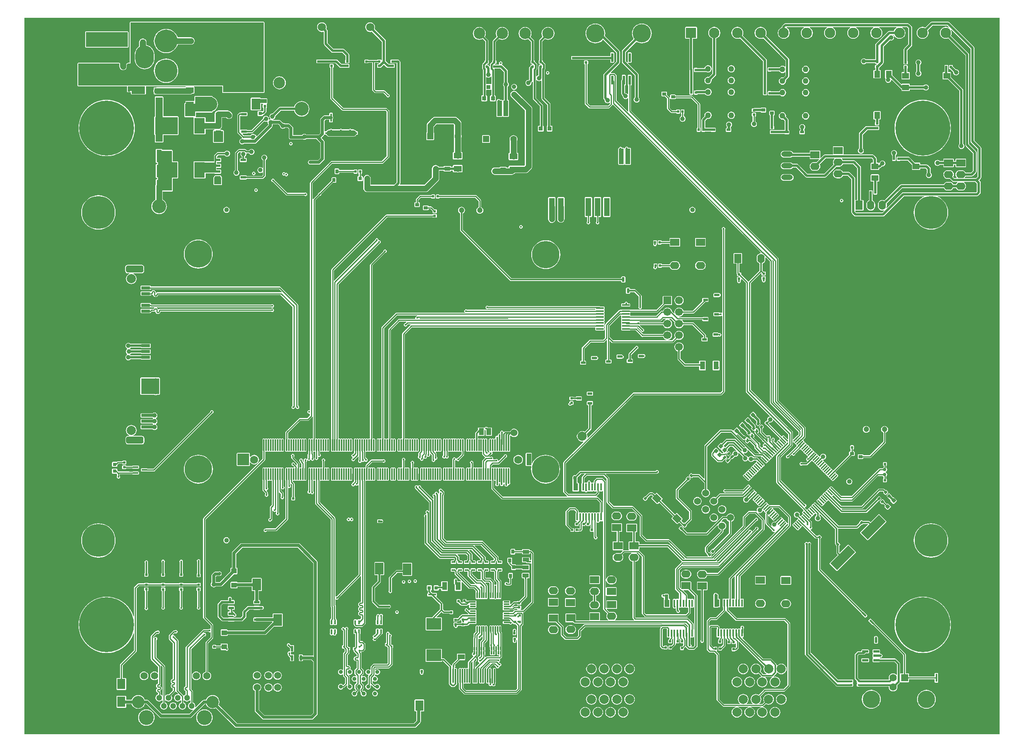
<source format=gbr>
%FSTAX23Y23*%
%MOIN*%
%SFA1B1*%

%IPPOS*%
%AMD16*
4,1,4,-0.022200,0.000000,0.000000,-0.022200,0.022200,0.000000,0.000000,0.022200,-0.022200,0.000000,0.0*
%
%AMD17*
4,1,4,0.000000,-0.022200,0.022200,0.000000,0.000000,0.022200,-0.022200,0.000000,0.000000,-0.022200,0.0*
%
%AMD18*
4,1,4,0.000000,0.022200,-0.022200,0.000000,0.000000,-0.022200,0.022200,0.000000,0.000000,0.022200,0.0*
%
%AMD19*
4,1,4,-0.022200,0.000000,0.000000,-0.022200,0.022200,0.000000,0.000000,0.022200,-0.022200,0.000000,0.0*
%
%AMD26*
4,1,4,-0.024400,-0.016600,-0.016600,-0.024400,0.024400,0.016600,0.016600,0.024400,-0.024400,-0.016600,0.0*
%
%AMD27*
4,1,4,0.016600,-0.024400,0.024400,-0.016600,-0.016600,0.024400,-0.024400,0.016600,0.016600,-0.024400,0.0*
%
%AMD32*
4,1,4,-0.041600,0.002800,0.002800,-0.041600,0.041600,-0.002800,-0.002800,0.041600,-0.041600,0.002800,0.0*
%
%AMD56*
4,1,4,0.048700,0.107100,-0.107100,-0.048700,-0.048700,-0.107100,0.107100,0.048700,0.048700,0.107100,0.0*
%
%AMD62*
4,1,4,0.020900,-0.009900,-0.009900,0.020900,-0.020900,0.009900,0.009900,-0.020900,0.020900,-0.009900,0.0*
%
%AMD66*
4,1,4,0.001400,-0.015300,0.015300,-0.001400,-0.001400,0.015300,-0.015300,0.001400,0.001400,-0.015300,0.0*
%
%AMD67*
4,1,4,0.015300,0.001400,0.001400,0.015300,-0.015300,-0.001400,-0.001400,-0.015300,0.015300,0.001400,0.0*
%
%AMD74*
4,1,4,-0.013900,0.000000,0.000000,-0.013900,0.013900,0.000000,0.000000,0.013900,-0.013900,0.000000,0.0*
%
%AMD75*
4,1,4,0.000000,0.013900,-0.013900,0.000000,0.000000,-0.013900,0.013900,0.000000,0.000000,0.013900,0.0*
%
%AMD123*
4,1,8,-0.075000,0.015000,-0.075000,-0.015000,-0.060000,-0.030000,0.060000,-0.030000,0.075000,-0.015000,0.075000,0.015000,0.060000,0.030000,-0.060000,0.030000,-0.075000,0.015000,0.0*
1,1,0.030000,-0.060000,0.015000*
1,1,0.030000,-0.060000,-0.015000*
1,1,0.030000,0.060000,-0.015000*
1,1,0.030000,0.060000,0.015000*
%
%AMD126*
4,1,8,-0.059100,0.029500,-0.059100,-0.029500,-0.029500,-0.059100,0.029500,-0.059100,0.059100,-0.029500,0.059100,0.029500,0.029500,0.059100,-0.029500,0.059100,-0.059100,0.029500,0.0*
1,1,0.059056,-0.029500,0.029500*
1,1,0.059056,-0.029500,-0.029500*
1,1,0.059056,0.029500,-0.029500*
1,1,0.059056,0.029500,0.029500*
%
%ADD10R,0.040000X0.100000*%
%ADD11R,0.100000X0.100000*%
%ADD12R,0.013000X0.100000*%
%ADD13R,0.090000X0.135000*%
%ADD14R,0.031496X0.031496*%
%ADD15R,0.031496X0.031496*%
G04~CAMADD=16~9~0.0~0.0~315.0~315.0~0.0~0.0~0~0.0~0.0~0.0~0.0~0~0.0~0.0~0.0~0.0~0~0.0~0.0~0.0~135.0~444.0~443.0*
%ADD16D16*%
G04~CAMADD=17~10~0.0~315.0~0.0~0.0~0.0~0.0~0~0.0~0.0~0.0~0.0~0~0.0~0.0~0.0~0.0~0~0.0~0.0~0.0~225.0~315.0~0.0*
%ADD17D17*%
G04~CAMADD=18~9~0.0~0.0~315.0~315.0~0.0~0.0~0~0.0~0.0~0.0~0.0~0~0.0~0.0~0.0~0.0~0~0.0~0.0~0.0~45.0~444.0~443.0*
%ADD18D18*%
G04~CAMADD=19~10~0.0~315.0~0.0~0.0~0.0~0.0~0~0.0~0.0~0.0~0.0~0~0.0~0.0~0.0~0.0~0~0.0~0.0~0.0~135.0~315.0~0.0*
%ADD19D19*%
%ADD20R,0.031496X0.031496*%
%ADD21R,0.031496X0.031496*%
%ADD22R,0.055000X0.032000*%
%ADD23R,0.050000X0.012000*%
%ADD24R,0.012000X0.050000*%
%ADD25R,0.220000X0.220000*%
G04~CAMADD=26~9~0.0~0.0~110.0~580.0~0.0~0.0~0~0.0~0.0~0.0~0.0~0~0.0~0.0~0.0~0.0~0~0.0~0.0~0.0~135.0~488.0~487.0*
%ADD26D26*%
G04~CAMADD=27~9~0.0~0.0~110.0~580.0~0.0~0.0~0~0.0~0.0~0.0~0.0~0~0.0~0.0~0.0~0.0~0~0.0~0.0~0.0~225.0~488.0~487.0*
%ADD27D27*%
%ADD28R,0.074803X0.025591*%
%ADD29R,0.059000X0.044000*%
%ADD30R,0.044000X0.059000*%
%ADD31R,0.061024X0.118110*%
G04~CAMADD=32~9~0.0~0.0~629.9~551.2~0.0~0.0~0~0.0~0.0~0.0~0.0~0~0.0~0.0~0.0~0.0~0~0.0~0.0~0.0~135.0~832.0~831.0*
%ADD32D32*%
%ADD33R,0.044000X0.071000*%
%ADD34R,0.043307X0.047244*%
%ADD35R,0.047244X0.043307*%
%ADD36R,0.047244X0.022835*%
%ADD37R,0.035433X0.027559*%
%ADD38R,0.027559X0.035433*%
%ADD39R,0.017716X0.015748*%
%ADD40C,0.040000*%
%ADD41R,0.051181X0.059055*%
%ADD42R,0.059055X0.051181*%
%ADD43R,0.065000X0.045000*%
%ADD44R,0.050000X0.157480*%
%ADD45R,0.041559X0.132000*%
%ADD46R,0.035433X0.037402*%
%ADD47R,0.035433X0.037402*%
%ADD48R,0.031748X0.021654*%
%ADD49R,0.016000X0.071000*%
%ADD50R,0.071000X0.016000*%
%ADD51R,0.035000X0.016000*%
%ADD52R,0.052000X0.022000*%
%ADD53R,0.015748X0.062992*%
%ADD54R,0.037000X0.046000*%
%ADD55R,0.021000X0.046000*%
G04~CAMADD=56~9~0.0~0.0~2204.7~826.8~0.0~0.0~0~0.0~0.0~0.0~0.0~0~0.0~0.0~0.0~0.0~0~0.0~0.0~0.0~45.0~2142.0~2141.0*
%ADD56D56*%
%ADD57R,0.072000X0.101000*%
%ADD58R,0.035528X0.015748*%
%ADD59R,0.015748X0.035528*%
%ADD60R,0.040000X0.022000*%
%ADD61R,0.022000X0.040000*%
G04~CAMADD=62~9~0.0~0.0~437.5~157.8~0.0~0.0~0~0.0~0.0~0.0~0.0~0~0.0~0.0~0.0~0.0~0~0.0~0.0~0.0~315.0~418.0~417.0*
%ADD62D62*%
%ADD63R,0.044000X0.107000*%
%ADD64R,0.023622X0.019685*%
%ADD65R,0.019685X0.023622*%
G04~CAMADD=66~9~0.0~0.0~196.8~236.2~0.0~0.0~0~0.0~0.0~0.0~0.0~0~0.0~0.0~0.0~0.0~0~0.0~0.0~0.0~225.0~306.0~305.0*
%ADD66D66*%
G04~CAMADD=67~9~0.0~0.0~196.8~236.2~0.0~0.0~0~0.0~0.0~0.0~0.0~0~0.0~0.0~0.0~0.0~0~0.0~0.0~0.0~315.0~306.0~305.0*
%ADD67D67*%
%ADD68R,0.011811X0.027654*%
%ADD69R,0.015748X0.027654*%
%ADD70R,0.070866X0.090551*%
%ADD71R,0.051181X0.035433*%
%ADD72R,0.019685X0.019685*%
%ADD73R,0.019685X0.019685*%
G04~CAMADD=74~10~0.0~196.9~0.0~0.0~0.0~0.0~0~0.0~0.0~0.0~0.0~0~0.0~0.0~0.0~0.0~0~0.0~0.0~0.0~135.0~196.9~0.0*
%ADD74D74*%
G04~CAMADD=75~10~0.0~196.9~0.0~0.0~0.0~0.0~0~0.0~0.0~0.0~0.0~0~0.0~0.0~0.0~0.0~0~0.0~0.0~0.0~405.0~196.9~0.0*
%ADD75D75*%
%ADD76R,0.066000X0.014000*%
%ADD77R,0.011811X0.120000*%
%ADD78R,0.046000X0.014000*%
%ADD79R,0.129921X0.098425*%
%ADD80R,0.022000X0.078000*%
%ADD81R,0.070000X0.050000*%
%ADD82C,0.009842*%
%ADD83C,0.012000*%
%ADD84C,0.050000*%
%ADD85C,0.020000*%
%ADD86C,0.015000*%
%ADD87C,0.010000*%
%ADD88C,0.025000*%
%ADD89R,0.028000X0.106000*%
%ADD90R,0.029000X0.106000*%
%ADD91R,0.145000X0.135000*%
%ADD92R,0.155000X0.135000*%
%ADD93R,0.360000X0.125000*%
%ADD94R,0.125000X0.034370*%
%ADD95R,0.075000X0.095000*%
%ADD96R,0.150000X0.040000*%
%ADD97R,0.120000X0.345000*%
%ADD98R,0.139673X0.090000*%
%ADD99R,0.060000X0.060000*%
%ADD100R,0.080000X0.095000*%
%ADD101R,0.087500X0.110000*%
%ADD102R,0.145000X0.130000*%
%ADD103R,0.060000X0.383500*%
%ADD104R,0.195000X0.150000*%
%ADD105R,0.116074X0.065000*%
%ADD106R,0.030000X0.117837*%
%ADD107C,0.196850*%
%ADD108O,0.157480X0.196850*%
%ADD109R,0.078740X0.062992*%
%ADD110O,0.078740X0.062992*%
%ADD111R,0.062992X0.078740*%
%ADD112O,0.062992X0.078740*%
%ADD113C,0.069000*%
%ADD114R,0.066929X0.066929*%
%ADD115C,0.066929*%
%ADD116C,0.157480*%
%ADD117C,0.149606*%
%ADD118C,0.062992*%
%ADD119R,0.062992X0.062992*%
%ADD120C,0.055118*%
%ADD121R,0.055118X0.055118*%
%ADD122C,0.078740*%
G04~CAMADD=123~8~0.0~0.0~600.0~1500.0~150.0~0.0~15~0.0~0.0~0.0~0.0~0~0.0~0.0~0.0~0.0~0~0.0~0.0~0.0~90.0~1500.0~600.0*
%ADD123D123*%
%ADD124C,0.098425*%
%ADD125O,0.098425X0.102362*%
G04~CAMADD=126~8~0.0~0.0~1181.1~1181.1~295.3~0.0~15~0.0~0.0~0.0~0.0~0~0.0~0.0~0.0~0.0~0~0.0~0.0~0.0~90.0~1182.0~1182.0*
%ADD126D126*%
%ADD127C,0.035433*%
%ADD128O,0.098425X0.047244*%
%ADD129R,0.098425X0.047244*%
%ADD130C,0.029528*%
%ADD131R,0.090000X0.090000*%
%ADD132C,0.090000*%
%ADD133C,0.047244*%
%ADD134C,0.086614*%
%ADD135C,0.070866*%
%ADD136C,0.106299*%
%ADD137C,0.051181*%
%ADD138C,0.127953*%
%ADD139C,0.062000*%
%ADD140C,0.060000*%
%ADD141C,0.118110*%
%ADD142C,0.120000*%
%ADD143C,0.050000*%
%ADD144C,0.118110*%
%ADD145O,0.129921X0.157480*%
%ADD146C,0.060000*%
%ADD147C,0.236220*%
%ADD148C,0.283465*%
%ADD149C,0.472441*%
%ADD150C,0.017716*%
%ADD151C,0.039370*%
%ADD152C,0.030000*%
%LNsyncbox_copper_signal_top-1*%
%LPD*%
G36*
X0839Y-00005D02*
X-00005D01*
Y06165*
X0839*
Y-00005*
G37*
%LNsyncbox_copper_signal_top-2*%
%LPC*%
G36*
X07945Y06131D02*
X07806D01*
X078Y06129*
X07794Y06126*
X07749Y0608*
X07739Y06084*
X07726Y06086*
X07713Y06084*
X077Y06079*
X0769Y06071*
X07681Y0606*
X07676Y06048*
X07675Y06035*
X07676Y06021*
X07681Y06009*
X0769Y05998*
X077Y0599*
X07713Y05985*
X07726Y05983*
X07739Y05985*
X07752Y0599*
X07762Y05998*
X0777Y06009*
X07775Y06021*
X07777Y06035*
X07775Y06048*
X07772Y06057*
X07813Y06098*
X07938*
X07952Y06084*
X07949Y0608*
X07938Y06084*
X07925Y06086*
X07912Y06084*
X07899Y06079*
X07889Y06071*
X07881Y0606*
X07876Y06048*
X07874Y06035*
X07876Y06021*
X07881Y06009*
X07889Y05998*
X07899Y0599*
X07912Y05985*
X07925Y05983*
X07938Y05985*
X07946Y05988*
X08094Y0584*
Y0507*
X08095Y05063*
X08098Y05058*
X08158Y04998*
Y04846*
X08143Y04831*
X08096*
X08095Y04833*
X08089Y04841*
X08081Y04847*
X08072Y04851*
X08062Y04852*
X08047*
X08037Y04851*
X08028Y04847*
X0802Y04841*
X08014Y04833*
X0801Y04824*
X08009Y04815*
X0801Y04805*
X08014Y04796*
X0802Y04788*
X08019Y04784*
X08018Y04783*
X07999*
X07989Y04794*
X0799Y04796*
X07994Y04805*
X07995Y04815*
X07994Y04824*
X0799Y04833*
X07984Y04841*
X07976Y04847*
X07967Y04851*
X07957Y04852*
X07942*
X07932Y04851*
X07923Y04847*
X07915Y04841*
X07909Y04833*
X07905Y04824*
X07904Y04815*
X07905Y04805*
X07909Y04796*
X07915Y04788*
X07923Y04782*
X07932Y04778*
X07942Y04777*
X07957*
X07959Y04777*
X07981Y04756*
X07986Y04752*
X07992Y04751*
X08024*
X08026Y04746*
X0802Y04741*
X08014Y04733*
X08013Y04731*
X07991*
X0799Y04733*
X07984Y04741*
X07976Y04747*
X07967Y04751*
X07957Y04752*
X07942*
X07932Y04751*
X07923Y04747*
X07915Y04741*
X07909Y04733*
X07908Y04731*
X07545*
X07538Y04729*
X07533Y04726*
X07397Y0459*
X07389Y04594*
X0738Y04595*
X0737Y04594*
X07361Y0459*
X07353Y04584*
X07347Y04576*
X07343Y04567*
X07342Y04557*
Y04542*
X07343Y04532*
X07347Y04523*
X07353Y04515*
X07361Y04509*
X0737Y04505*
X0738Y04504*
X07389Y04505*
X07391Y04506*
X07394Y04502*
X07378Y04486*
X07156*
X07146Y04496*
Y04502*
X07148Y04504*
X07211*
X07216Y04506*
X07217Y0451*
Y04589*
X07216Y04593*
X07211Y04595*
X07196*
Y04875*
X07194Y04881*
X07191Y04886*
X07146Y04931*
X07141Y04934*
X07135Y04936*
X07041*
X0704Y04938*
X07034Y04946*
X07031Y04948*
X07033Y04953*
X07288*
X07299Y04942*
Y04916*
X07286*
X07281Y04915*
X07279Y0491*
Y04859*
X07281Y04854*
X07286Y04853*
X07345*
X07349Y04854*
X07351Y04859*
Y04868*
X07355*
X07361Y0487*
X07366Y04873*
X07377Y04884*
X0738Y04884*
X07386Y04885*
X07392Y04887*
X07398Y04891*
X07402Y04897*
X07404Y04903*
X07405Y0491*
X07404Y04916*
X07402Y04922*
X07398Y04928*
X07392Y04932*
X07386Y04934*
X0738Y04935*
X07373Y04934*
X07367Y04932*
X07361Y04928*
X07357Y04922*
X07355Y04916*
X07354Y04915*
X07349Y04914*
X07349Y04915*
X07345Y04916*
X07331*
Y04949*
X0733Y04955*
X07327Y0496*
X07306Y04981*
X07301Y04984*
X07295Y04986*
X07047*
X07045Y04988*
Y05051*
X07043Y05056*
X07039Y05057*
X0696*
X06956Y05056*
X06954Y05051*
Y04988*
X06952Y04986*
X06885*
X06878Y04984*
X06873Y04981*
X0685Y04958*
X06845Y0496*
Y05016*
X06843Y05021*
X06839Y05022*
X0676*
X06756Y05021*
X06754Y05016*
Y05001*
X06612*
X06611Y05004*
X06606Y05011*
X066Y05015*
X06593Y05018*
X06585Y05019*
X06534*
X06526Y05018*
X06519Y05015*
X06513Y05011*
X06508Y05004*
X06505Y04997*
X06504Y0499*
X06505Y04982*
X06508Y04975*
X06513Y04968*
X06519Y04964*
X06526Y04961*
X06534Y0496*
X06585*
X06593Y04961*
X066Y04964*
X06606Y04968*
X06754*
Y04953*
X06756Y04948*
X0676Y04947*
X06832*
X06834Y04942*
X06813Y04921*
X06807Y04922*
X06792*
X06782Y04921*
X06773Y04917*
X06765Y04911*
X06759Y04903*
X06755Y04894*
X06754Y04885*
X06755Y04875*
X06759Y04866*
X06765Y04858*
X06773Y04852*
X06782Y04848*
X06792Y04847*
X06807*
X06817Y04848*
X06826Y04852*
X06834Y04858*
X0684Y04866*
X06844Y04875*
X06845Y04885*
X06844Y04894*
X0684Y04902*
X06891Y04953*
X06966*
X06968Y04948*
X06965Y04946*
X06959Y04938*
X06955Y04929*
X06954Y0492*
X06955Y0491*
X06959Y04902*
X06878Y04821*
X06736*
X06656Y04901*
X06651Y04904*
X06645Y04906*
X0661*
X06606Y04911*
X066Y04915*
X06593Y04918*
X06585Y04919*
X06534*
X06526Y04918*
X06519Y04915*
X06513Y04911*
X06508Y04904*
X06505Y04897*
X06504Y0489*
X06505Y04882*
X06508Y04875*
X06513Y04868*
X06519Y04864*
X06526Y04861*
X06534Y0486*
X06585*
X06593Y04861*
X066Y04864*
X06606Y04868*
X0661Y04873*
X06638*
X06718Y04793*
X06723Y0479*
X0673Y04788*
X06885*
X06891Y0479*
X06896Y04793*
X06986Y04883*
X06992Y04882*
X07007*
X07017Y04883*
X07026Y04887*
X07034Y04893*
X0704Y04901*
X07041Y04903*
X07128*
X07163Y04868*
Y04595*
X07148*
X07146Y04597*
Y0478*
X07144Y04786*
X07141Y04791*
X07101Y04831*
X07096Y04834*
X0709Y04836*
X07041*
X0704Y04838*
X07034Y04846*
X07026Y04852*
X07017Y04856*
X07007Y04857*
X06992*
X06982Y04856*
X06973Y04852*
X06965Y04846*
X06959Y04838*
X06955Y04829*
X06954Y0482*
X06955Y0481*
X06959Y04801*
X06965Y04793*
X06973Y04787*
X06982Y04783*
X06992Y04782*
X07007*
X07017Y04783*
X07026Y04787*
X07034Y04793*
X0704Y04801*
X07041Y04803*
X07083*
X07113Y04773*
Y0449*
X07115Y04483*
X07118Y04478*
X07138Y04458*
X07143Y04455*
X0715Y04453*
X07385*
X07391Y04455*
X07396Y04458*
X07567Y04629*
X0774*
X07741Y04624*
X0773Y0462*
X07711Y04608*
X07693Y04592*
X07678Y04575*
X07666Y04555*
X07657Y04533*
X07651Y04511*
X0765Y04488*
X07651Y04465*
X07657Y04442*
X07666Y0442*
X07678Y04401*
X07693Y04383*
X07711Y04368*
X0773Y04356*
X07752Y04347*
X07775Y04341*
X07798Y0434*
X07821Y04341*
X07843Y04347*
X07865Y04356*
X07885Y04368*
X07902Y04383*
X07918Y04401*
X0793Y0442*
X07939Y04442*
X07944Y04465*
X07946Y04488*
X07944Y04511*
X07939Y04533*
X0793Y04555*
X07918Y04575*
X07902Y04592*
X07885Y04608*
X07865Y0462*
X07854Y04624*
X07856Y04629*
X0786Y04629*
X07864Y04628*
X08195*
X08201Y0463*
X08206Y04633*
X08221Y04648*
X08224Y04653*
X08226Y0466*
Y04745*
X08224Y04751*
X08221Y04756*
X08212Y04765*
X08226Y04778*
X08229Y04783*
X08231Y0479*
Y0504*
X08229Y05046*
X08226Y05051*
X08171Y05106*
Y05905*
X08169Y05911*
X08166Y05916*
X07956Y06126*
X07951Y06129*
X07945Y06131*
G37*
G36*
X0531Y06115D02*
X05293Y06113D01*
X05277Y06108*
X05262Y061*
X05249Y0609*
X05239Y06077*
X05231Y06062*
X05226Y06046*
X05224Y0603*
X05226Y06013*
X05231Y05997*
X05239Y05982*
X05239Y05982*
X05143Y05886*
X0514Y05881*
X05138Y05875*
Y05863*
X05137Y05861*
Y05783*
X05139Y05778*
X0514Y05778*
X05143Y05773*
X05248Y05668*
Y05479*
X05246Y05478*
X05242Y05472*
X0524Y05466*
X05239Y0546*
X0524Y05453*
X05242Y05447*
X05246Y05441*
X05252Y05437*
X05258Y05435*
X05265Y05434*
X05271Y05435*
X05277Y05437*
X05283Y05441*
X05287Y05447*
X05289Y05453*
X0529Y0546*
X05289Y05466*
X05287Y05472*
X05283Y05478*
X05281Y05479*
Y05675*
X05279Y05681*
X05276Y05686*
X0519Y05772*
X05192Y05777*
X05194Y05776*
X05216*
X0522Y05778*
X05222Y05783*
Y05861*
X0522Y05865*
X05216Y05867*
X05194*
X05189Y05865*
X05187Y05861*
Y05783*
X05188Y05781*
X05183Y05779*
X05172Y0579*
Y05861*
X05171Y05863*
Y05868*
X05262Y05959*
X05262Y05959*
X05277Y05951*
X05293Y05946*
X0531Y05944*
X05326Y05946*
X05342Y05951*
X05357Y05959*
X0537Y05969*
X0538Y05982*
X05388Y05997*
X05393Y06013*
X05395Y0603*
X05393Y06046*
X05388Y06062*
X0538Y06077*
X0537Y0609*
X05357Y061*
X05342Y06108*
X05326Y06113*
X0531Y06115*
G37*
G36*
X00885Y06046D02*
X00525D01*
X0052Y06044*
X00518Y0604*
Y05915*
X0052Y0591*
X00525Y05908*
X00885*
X00889Y0591*
X00891Y05915*
Y0604*
X00889Y06044*
X00885Y06046*
G37*
G36*
X05066Y05867D02*
X05044D01*
X05039Y05865*
X05037Y05861*
Y05835*
X04841*
X04841Y05835*
X04818*
X04818Y05835*
X04784*
X04784Y05835*
X04765*
X04765Y05835*
X04731*
X04731Y05835*
X04708*
X04703Y05833*
X04701Y05829*
Y05809*
X04703Y05805*
X04708Y05803*
X04731*
X04731Y05803*
X04765*
X04765Y05803*
X04784*
X04784Y05803*
X04818*
X04818Y05803*
X04841*
X04841Y05803*
X05037*
Y05783*
X05039Y05778*
X05044Y05776*
X05066*
X0507Y05778*
X05072Y05783*
Y05861*
X0507Y05865*
X05066Y05867*
G37*
G36*
X02971Y06125D02*
X0296Y06124D01*
X0295Y0612*
X02941Y06113*
X02935Y06104*
X02931Y06094*
X02929Y06084*
X02931Y06073*
X02935Y06063*
X02941Y06054*
X0295Y06047*
X0296Y06043*
X02971Y06042*
X02982Y06043*
X02986Y06045*
X03073Y05958*
Y05795*
X03073Y05795*
X03068Y05798*
Y05799*
X03066Y05803*
X03061Y05805*
X03038*
X03033Y05803*
X03032Y05801*
X02955*
X02954Y05803*
X02949Y05805*
X0293*
X02925Y05803*
X02923Y05799*
Y05779*
X02925Y05775*
X0293Y05773*
X02949*
X02954Y05775*
X02955Y05777*
X02988*
Y05545*
Y05545*
X02989Y0554*
X02992Y05537*
X03007Y05521*
X03011Y05519*
X03015Y05518*
X03085*
X0311Y05494*
X03111Y05489*
X03114Y05484*
X03119Y05481*
X03125Y05479*
X0313Y05481*
X03135Y05484*
X03138Y05489*
X0314Y05495*
X03138Y055*
X03135Y05505*
X0313Y05508*
X03125Y05509*
X03098Y05537*
X03094Y05539*
X0309Y0554*
X0309*
X0302*
X03011Y05549*
Y05777*
X03032*
X03033Y05775*
X03038Y05773*
X03045*
X03047Y05768*
X03046Y05766*
X03038*
X03033Y05764*
X03031Y05759*
Y0574*
X03033Y05735*
X03038Y05733*
X03061*
X03066Y05735*
X03068Y0574*
Y0574*
X0309Y05762*
X03113Y05738*
X03119Y05735*
X03125Y05733*
X03153*
X03153Y05733*
X03176*
X03181Y05735*
X03183Y0574*
Y05759*
X03181Y05764*
X03176Y05766*
X03153*
X03153Y05766*
X03131*
X03106Y05791*
Y05965*
X03104Y05971*
X03101Y05976*
X03009Y06068*
X03011Y06073*
X03013Y06084*
X03011Y06094*
X03007Y06104*
X03Y06113*
X02992Y0612*
X02982Y06124*
X02971Y06125*
G37*
G36*
X02556D02*
X02545Y06124D01*
X02535Y0612*
X02526Y06113*
X0252Y06104*
X02516Y06094*
X02514Y06084*
X02516Y06073*
X0252Y06063*
X02526Y06054*
X02535Y06047*
X02545Y06043*
X02556Y06042*
X02567Y06043*
X02569Y06044*
X02573Y06041*
Y0594*
X02575Y05933*
X02578Y05928*
X02638Y05868*
X02643Y05865*
X0265Y05863*
X02733*
X02758Y05838*
Y05803*
X02758Y05803*
X02756Y05799*
Y05779*
X02758Y05775*
X02763Y05773*
X02786*
X02791Y05775*
X02793Y05779*
Y05799*
X02791Y05803*
X02791Y05803*
Y05845*
X02789Y05851*
X02786Y05856*
X02751Y05891*
X02746Y05894*
X0274Y05896*
X02656*
X02606Y05946*
Y0605*
X02604Y06056*
X02601Y06061*
X02594Y06068*
X02596Y06073*
X02598Y06084*
X02596Y06094*
X02592Y06104*
X02585Y06113*
X02577Y0612*
X02567Y06124*
X02556Y06125*
G37*
G36*
X07599Y06116D02*
X06545D01*
X06538Y06115*
X06533Y06112*
X06519Y06097*
X06515Y06092*
X06514Y06086*
Y06083*
X06505Y06079*
X06494Y06071*
X06486Y0606*
X06481Y06048*
X06479Y06035*
X06481Y06021*
X06486Y06009*
X06494Y05998*
X06505Y0599*
X06517Y05985*
X0653Y05983*
X06544Y05985*
X06556Y0599*
X06567Y05998*
X06575Y06009*
X0658Y06021*
X06582Y06035*
X0658Y06048*
X06575Y0606*
X06567Y06071*
X06556Y06079*
X06556Y06079*
X06557Y06084*
X06703*
X06704Y06079*
X06704Y06079*
X06693Y06071*
X06685Y0606*
X0668Y06048*
X06678Y06035*
X0668Y06021*
X06685Y06009*
X06693Y05998*
X06704Y0599*
X06716Y05985*
X0673Y05983*
X06743Y05985*
X06755Y0599*
X06766Y05998*
X06774Y06009*
X06779Y06021*
X06781Y06035*
X06779Y06048*
X06774Y0606*
X06766Y06071*
X06755Y06079*
X06755Y06079*
X06756Y06084*
X06902*
X06903Y06079*
X06903Y06079*
X06892Y06071*
X06884Y0606*
X06879Y06048*
X06877Y06035*
X06879Y06021*
X06884Y06009*
X06892Y05998*
X06903Y0599*
X06915Y05985*
X06929Y05983*
X06942Y05985*
X06954Y0599*
X06965Y05998*
X06973Y06009*
X06978Y06021*
X0698Y06035*
X06978Y06048*
X06973Y0606*
X06965Y06071*
X06954Y06079*
X06954Y06079*
X06955Y06084*
X07102*
X07103Y06079*
X07102Y06079*
X07092Y06071*
X07084Y0606*
X07078Y06048*
X07077Y06035*
X07078Y06021*
X07084Y06009*
X07092Y05998*
X07102Y0599*
X07115Y05985*
X07128Y05983*
X07141Y05985*
X07154Y0599*
X07164Y05998*
X07173Y06009*
X07178Y06021*
X07179Y06035*
X07178Y06048*
X07173Y0606*
X07164Y06071*
X07154Y06079*
X07153Y06079*
X07154Y06084*
X07301*
X07302Y06079*
X07302Y06079*
X07291Y06071*
X07283Y0606*
X07278Y06048*
X07276Y06035*
X07278Y06021*
X07283Y06009*
X07291Y05998*
X07302Y0599*
X07314Y05985*
X07327Y05983*
X07341Y05985*
X07353Y0599*
X07364Y05998*
X07372Y06009*
X07377Y06021*
X07379Y06035*
X07377Y06048*
X07372Y0606*
X07364Y06071*
X07353Y06079*
X07353Y06079*
X07354Y06084*
X075*
X07501Y06079*
X07501Y06079*
X0749Y06071*
X07482Y0606*
X07478Y06051*
X0744*
X07433Y06049*
X07428Y06046*
X07323Y05941*
X0732Y05936*
X07318Y0593*
Y05806*
X07239*
X07238Y05808*
X07232Y05812*
X07226Y05814*
X0722Y05815*
X07213Y05814*
X07207Y05812*
X07201Y05808*
X07197Y05802*
X07195Y05796*
X07194Y0579*
X07195Y05783*
X07197Y05777*
X07201Y05771*
X07207Y05767*
X07213Y05765*
X0722Y05764*
X07226Y05765*
X07232Y05767*
X07238Y05771*
X07239Y05773*
X07317*
X07318Y0577*
X07323Y05768*
X0733*
X07332Y05763*
X07331Y05761*
X07323*
X07318Y05759*
X07316Y05755*
Y05735*
X07318Y0573*
X07318Y0573*
Y05715*
X07309*
X07304Y05713*
X07303Y05708*
Y05649*
X07304Y05645*
X07309Y05643*
X0736*
X07365Y05645*
X07366Y05649*
Y05708*
X07365Y05713*
X0736Y05715*
X07351*
Y0573*
X07351Y0573*
X07353Y05735*
Y05735*
X07386Y05769*
X07389Y05774*
X07391Y0578*
Y05918*
X07444Y05971*
X07448Y0597*
X07455Y05969*
X07461Y0597*
X07467Y05972*
X07473Y05976*
X07477Y05982*
X07479Y05988*
X0748Y05995*
X07479Y06001*
X07477Y06007*
X07473Y06013*
X07472Y06013*
X07474Y06018*
X07478Y06018*
X07482Y06009*
X0749Y05998*
X07501Y0599*
X07513Y05985*
X07527Y05983*
X0754Y05985*
X07552Y0599*
X07563Y05998*
X07571Y06009*
X07576Y06021*
X07578Y06035*
X07576Y06048*
X07571Y0606*
X07563Y06071*
X07552Y06079*
X07552Y06079*
X07553Y06084*
X07592*
X07603Y06073*
Y05936*
X07568Y05901*
X07565Y05896*
X07563Y0589*
Y05794*
X07563Y05794*
X07561Y05789*
Y05769*
X07563Y05765*
X07568Y05763*
X07591*
X07596Y05765*
X07598Y05769*
Y05789*
X07596Y05794*
X07596Y05794*
Y05883*
X07631Y05918*
X07634Y05923*
X07636Y0593*
Y0608*
X07634Y06086*
X07631Y06091*
X0761Y06112*
X07605Y06115*
X07599Y06116*
G37*
G36*
X04108Y06085D02*
X04093Y06083D01*
X0408Y06078*
X04068Y06069*
X0406Y06057*
X04054Y06044*
X04052Y0603*
X04054Y06015*
X0406Y06002*
X0406Y06001*
X0403Y05971*
X04027Y05967*
X04026Y05961*
Y05799*
X04023Y05798*
X04021Y05794*
Y05786*
X04005Y0577*
X04002Y05765*
X04001Y0576*
Y05748*
X03996Y05746*
X03993Y0575*
Y05755*
X03991Y05759*
X03986Y05761*
X03979*
X03977Y05766*
X03978Y05768*
X03986*
X03991Y0577*
X03993Y05774*
Y05794*
X03991Y05799*
X03988Y058*
Y05966*
X03987Y05971*
X03984Y05975*
X03959Y06001*
X03959Y06002*
X03964Y06015*
X03966Y0603*
X03964Y06044*
X03959Y06057*
X0395Y06069*
X03939Y06078*
X03925Y06083*
X03911Y06085*
X03896Y06083*
X03883Y06078*
X03871Y06069*
X03863Y06057*
X03857Y06044*
X03855Y0603*
X03857Y06015*
X03863Y06002*
X03871Y0599*
X03883Y05981*
X03896Y05976*
X03911Y05974*
X03925Y05976*
X03939Y05981*
X03939Y05982*
X03961Y0596*
Y058*
X03958Y05799*
X03956Y05794*
Y05787*
X0394Y0577*
X03937Y05765*
X03936Y0576*
Y05729*
X03937Y05724*
X0394Y0572*
X03941Y05718*
Y05496*
X03935*
X0393Y05494*
X03929Y05489*
Y05452*
X0393Y05447*
X03935Y05445*
X0397*
X03975Y05447*
X03977Y05452*
Y05489*
X03975Y05494*
X0397Y05496*
X03968*
Y05541*
X03972Y05544*
X04008*
X04011Y05545*
X04016Y05543*
Y05496*
X0401*
X04005Y05494*
X04003Y05489*
Y05452*
X04005Y05447*
X0401Y05445*
X04045*
X0405Y05447*
X04052Y05452*
Y05489*
X0405Y05494*
X04045Y05496*
X04043*
Y05714*
X04042Y05719*
X04039Y05723*
X0404Y05725*
X04041Y05728*
X04051*
X04051Y05728*
X04093*
X04123Y05698*
Y05609*
X04121Y05608*
X04117Y05602*
X04115Y05596*
X04114Y0559*
X04115Y05583*
X04117Y05577*
X04121Y05571*
X04123Y0557*
Y05456*
X04118*
X04114Y05454*
X04114Y05454*
X04109*
X04109Y05454*
X04105Y05456*
X0409*
X04088Y0546*
X04083Y05463*
X04077Y05465*
X04071Y05463*
X04066Y0546*
X04064Y05456*
X04063*
X04058Y05454*
X04057Y0545*
Y05318*
X04058Y05313*
X04063Y05311*
X04105*
X04109Y05313*
X04109Y05313*
X04114*
X04114Y05313*
X04118Y05311*
X0416*
X04165Y05313*
X04166Y05318*
Y0545*
X04165Y05454*
X0416Y05456*
X04156*
Y0557*
X04158Y05571*
X04162Y05577*
X04164Y05583*
X04165Y0559*
X04164Y05596*
X04162Y05602*
X04158Y05608*
X04156Y05609*
Y05705*
X04154Y05711*
X04151Y05716*
X04111Y05756*
X04107Y05759*
X04106Y05761*
X04106Y05763*
X04106Y05765*
X04108Y05769*
X0411Y05775*
X04108Y0578*
X04105Y05785*
X041Y05788*
X04095Y0579*
X04089Y05788*
X04084Y05785*
X04081Y0578*
X04079Y05775*
X04081Y05769*
X04083Y05766*
X0408Y05761*
X04051*
X04051Y05761*
X04044*
X04042Y05766*
X04043Y05768*
X04051*
X04056Y0577*
X04058Y05774*
Y05794*
X04056Y05798*
X04053Y05799*
Y05956*
X04079Y05982*
X0408Y05981*
X04093Y05976*
X04108Y05974*
X04122Y05976*
X04135Y05981*
X04147Y0599*
X04156Y06002*
X04161Y06015*
X04163Y0603*
X04161Y06044*
X04156Y06057*
X04147Y06069*
X04135Y06078*
X04122Y06083*
X04108Y06085*
G37*
G36*
X06331Y06086D02*
X06318Y06084D01*
X06305Y06079*
X06295Y06071*
X06286Y0606*
X06281Y06048*
X0628Y06035*
X06281Y06021*
X06286Y06009*
X06295Y05998*
X06305Y0599*
X06318Y05985*
X06331Y05983*
X06344Y05985*
X06354Y05989*
X06544Y05798*
Y05746*
X06539Y05743*
X06535Y05746*
X06528Y0575*
X0652Y05751*
X06511Y0575*
X06504Y05746*
X06497Y05742*
X06493Y05736*
X06423*
X06423Y05736*
X06419Y05738*
X06399*
X06395Y05736*
X06393Y05731*
Y05708*
X06395Y05703*
X06399Y05701*
X06419*
X06423Y05703*
X06423Y05703*
X06493*
X06497Y05697*
X06504Y05693*
X06511Y05689*
X0652Y05688*
X06528Y05689*
X06535Y05693*
X06539Y05696*
X06544Y05693*
Y05667*
X06527Y0565*
X0652Y05651*
X06511Y0565*
X06504Y05646*
X06497Y05642*
X06493Y05635*
X06489Y05628*
X06488Y0562*
X06489Y05611*
X06493Y05604*
X06497Y05597*
X06504Y05593*
X06511Y05589*
X0652Y05588*
X06528Y05589*
X06535Y05593*
X06542Y05597*
X06546Y05604*
X0655Y05611*
X06551Y0562*
X0655Y05627*
X06572Y05649*
X06575Y05654*
X06577Y0566*
Y05805*
X06575Y05811*
X06572Y05817*
X06377Y06012*
X06381Y06021*
X06382Y06035*
X06381Y06048*
X06375Y0606*
X06367Y06071*
X06357Y06079*
X06344Y06084*
X06331Y06086*
G37*
G36*
X02534Y05805D02*
X02515D01*
X0251Y05803*
X02508Y05799*
Y05779*
X0251Y05775*
X02515Y05773*
X02534*
X02534Y05773*
X02628*
X02628Y05773*
X02651*
X02651Y05773*
X02673*
X02708Y05738*
X02713Y05735*
X0272Y05733*
X02763*
X02763Y05733*
X02786*
X02791Y05735*
X02793Y0574*
Y05759*
X02791Y05764*
X02786Y05766*
X02763*
X02763Y05766*
X02726*
X02692Y058*
X02686Y05804*
X0268Y05805*
X02651*
X02651Y05805*
X02628*
X02628Y05805*
X02534*
X02534Y05805*
G37*
G36*
X0588Y05756D02*
X05871Y05755D01*
X05864Y05751*
X05857Y05747*
X05853Y0574*
X05849Y05733*
X05849Y05731*
X05789*
X05789Y05731*
X05784Y05733*
X05765*
X0576Y05731*
X05758Y05726*
Y05703*
X0576Y05698*
X05765Y05696*
X05784*
X05789Y05698*
X05789Y05698*
X05863*
X05864Y05698*
X05871Y05694*
X0588Y05693*
X05888Y05694*
X05895Y05698*
X05902Y05702*
X05906Y05709*
X0591Y05716*
X05911Y05725*
X0591Y05733*
X05906Y0574*
X05902Y05747*
X05895Y05751*
X05888Y05755*
X0588Y05756*
G37*
G36*
X02055Y06131D02*
X0091D01*
X00905Y06129*
X00903Y06125*
Y05776*
X00886*
X00885Y05775*
X00883*
X00883Y05775*
X00881Y05774*
X00881Y05773*
X0088Y05772*
X0088Y05771*
X00879Y05771*
X00876*
X00871Y05769*
X00869Y05764*
Y05745*
X00868Y05738*
X00866Y05732*
X00862Y05727*
X00857Y05723*
X00851Y05721*
X00845Y0572*
X00838Y05721*
X00832Y05723*
X00827Y05727*
X00823Y05732*
X00821Y05738*
X0082Y05745*
Y05769*
X00819Y0577*
Y05771*
X00819Y05772*
X00818Y05773*
X00818Y05774*
X00816Y05775*
X00816Y05775*
X00814*
X00813Y05776*
X0046*
X00455Y05774*
X00453Y0577*
Y0558*
X00455Y05575*
X0046Y05573*
X00878*
Y05535*
X00878Y05534*
Y05529*
X0088Y05525*
X00885Y05523*
X00904*
X00907Y05524*
X00912Y05521*
Y0551*
X00914Y05505*
X00918Y05503*
X01035*
X01039Y05505*
X0104Y05506*
X0104Y05506*
X01042Y05511*
Y05558*
X01041Y0556*
Y05573*
X01382*
X01384Y05568*
X01381Y05566*
X01136*
X01127Y05565*
X01127Y05565*
X01114*
X01109Y05563*
X01107Y05558*
Y05548*
X01105Y05543*
X01104Y05535*
X01105Y05526*
X01107Y05521*
Y05511*
X01109Y05506*
X01114Y05504*
X01127*
X01127Y05504*
X01136Y05503*
X0142*
X01428Y05504*
X01435Y05508*
X0144Y05511*
X01452*
X01457Y05513*
X01458Y05518*
Y05563*
X01457Y05567*
X01454Y05568*
X01455Y05573*
X01698*
Y05524*
X017Y05519*
X01705Y05517*
X02055*
X02059Y05519*
X02061Y05524*
Y06125*
X02059Y06129*
X02055Y06131*
G37*
G36*
X0608Y05756D02*
X06071Y05755D01*
X06064Y05751*
X06057Y05747*
X06053Y0574*
X06049Y05733*
X06048Y05725*
X06049Y05716*
X06053Y05709*
X06057Y05702*
X06064Y05698*
X06071Y05694*
X0608Y05693*
X06088Y05694*
X06095Y05698*
X06102Y05702*
X06106Y05709*
X0611Y05716*
X06111Y05725*
X0611Y05733*
X06106Y0574*
X06102Y05747*
X06095Y05751*
X06088Y05755*
X0608Y05756*
G37*
G36*
X0672Y05751D02*
X06711Y0575D01*
X06704Y05746*
X06697Y05742*
X06693Y05735*
X06689Y05728*
X06688Y0572*
X06689Y05711*
X06693Y05704*
X06697Y05697*
X06704Y05693*
X06711Y05689*
X0672Y05688*
X06728Y05689*
X06735Y05693*
X06742Y05697*
X06746Y05704*
X0675Y05711*
X06751Y0572*
X0675Y05728*
X06746Y05735*
X06742Y05742*
X06735Y05746*
X06728Y0575*
X0672Y05751*
G37*
G36*
X045Y05705D02*
X04494Y05703D01*
X04489Y057*
X04486Y05695*
X04484Y0569*
X04486Y05684*
X04489Y05679*
X04494Y05676*
X045Y05674*
X04505Y05676*
X0451Y05679*
X04513Y05684*
X04515Y0569*
X04513Y05695*
X0451Y057*
X04505Y05703*
X045Y05705*
G37*
G36*
X07979Y05758D02*
X0796D01*
X07955Y05756*
X07953Y05751*
Y05728*
X07955Y05723*
X0796Y05721*
X07965*
X07989Y05697*
X07989Y05695*
X0799Y05688*
X07992Y05682*
X07996Y05676*
X08002Y05672*
X08008Y0567*
X08015Y05669*
X08021Y0567*
X08027Y05672*
X08033Y05676*
X08037Y05682*
X08039Y05688*
X0804Y05695*
X08039Y05701*
X08037Y05707*
X08033Y05713*
X08027Y05717*
X08021Y05719*
X08015Y0572*
X08012Y0572*
X07986Y05746*
Y05751*
X07984Y05756*
X07979Y05758*
G37*
G36*
X04501Y06085D02*
X04487Y06083D01*
X04474Y06078*
X04462Y06069*
X04453Y06057*
X04448Y06044*
X04446Y0603*
X04448Y06015*
X04453Y06002*
X04454Y06001*
X0443Y05977*
X04427Y05973*
X04426Y05968*
Y058*
X04423Y05799*
X04421Y05794*
Y05774*
X04423Y0577*
X04428Y05768*
X04436*
X04437Y05766*
X04435Y05761*
X04428*
X04423Y05759*
X04421Y05755*
Y05748*
X04421Y05748*
X0442Y05741*
Y0567*
X04418Y05669*
X04412Y05667*
X04406Y05663*
X04403Y05659*
X04398Y05661*
Y05714*
X04404Y0572*
X04407Y05724*
X04408Y05729*
Y0576*
X04407Y05765*
X04404Y0577*
X04388Y05787*
Y05794*
X04386Y05799*
X04383Y058*
Y05965*
X04382Y0597*
X04379Y05974*
X04352Y06001*
X04353Y06002*
X04358Y06015*
X0436Y0603*
X04358Y06044*
X04353Y06057*
X04344Y06069*
X04332Y06078*
X04319Y06083*
X04305Y06085*
X0429Y06083*
X04277Y06078*
X04265Y06069*
X04256Y06057*
X04251Y06044*
X04249Y0603*
X04251Y06015*
X04256Y06002*
X04265Y0599*
X04277Y05981*
X0429Y05976*
X04305Y05974*
X04319Y05976*
X04332Y05981*
X04333Y05982*
X04356Y05959*
Y058*
X04353Y05799*
X04351Y05794*
Y05774*
X04353Y0577*
X04358Y05768*
X04366*
X04367Y05766*
X04365Y05761*
X04358*
X04353Y05759*
X04351Y05755*
Y0575*
X04343Y05741*
X0434Y05736*
X04338Y0573*
Y05633*
X04334Y05629*
X04333Y05629*
X04326Y05628*
X0432Y05626*
X04315Y05622*
X04311Y05616*
X04308Y0561*
X04307Y05603*
X04308Y05597*
X04311Y05591*
X04315Y05585*
X0432Y05581*
X04326Y05578*
X04333Y05578*
X0434Y05578*
X04346Y05581*
X04351Y05585*
X04355Y05591*
X04358Y05597*
X04359Y05603*
X04359Y05606*
X04366Y05613*
X04366Y05613*
X04371Y05612*
Y0547*
X04372Y05464*
X04375Y0546*
X04433Y05402*
Y05235*
X04422*
X04418Y05234*
X04416Y05229*
Y05192*
X04418Y05187*
X04422Y05185*
X04458*
X04462Y05187*
X04464Y05192*
Y05229*
X04462Y05234*
X0446Y05234*
Y05408*
X04459Y05413*
X04456Y05417*
X04398Y05475*
Y05628*
X04403Y0563*
X04406Y05626*
X04412Y05622*
X04418Y0562*
X04425Y05619*
X04431Y0562*
X04437Y05622*
X04441Y05625*
X04446Y05622*
Y0547*
X04447Y05464*
X0445Y0546*
X04495Y05415*
Y05234*
X04493Y05234*
X04491Y05229*
Y05192*
X04493Y05187*
X04497Y05185*
X04533*
X04537Y05187*
X04539Y05192*
Y05229*
X04537Y05234*
X04533Y05235*
X04522*
Y0542*
X04521Y05426*
X04518Y0543*
X04473Y05475*
Y05719*
X04474Y0572*
X04477Y05724*
X04478Y05729*
Y0576*
X04477Y05765*
X04474Y0577*
X04458Y05787*
Y05794*
X04456Y05799*
X04453Y058*
Y05962*
X04473Y05982*
X04474Y05981*
X04487Y05976*
X04501Y05974*
X04516Y05976*
X04529Y05981*
X04541Y0599*
X04549Y06002*
X04555Y06015*
X04557Y0603*
X04555Y06044*
X04549Y06057*
X04541Y06069*
X04529Y06078*
X04516Y06083*
X04501Y06085*
G37*
G36*
X0769Y05805D02*
X07683Y05804D01*
X07677Y05802*
X07671Y05798*
X07667Y05792*
X07665Y05786*
X07664Y0578*
X07665Y05773*
X07667Y05767*
X07671Y05761*
X07673Y0576*
Y05704*
X07671Y05703*
X07667Y05697*
X07665Y05691*
X07664Y05685*
X07665Y05678*
X07667Y05672*
X07671Y05666*
X07677Y05662*
X07683Y0566*
X0769Y05659*
X07696Y0566*
X07702Y05662*
X07708Y05666*
X07712Y05672*
X07714Y05678*
X07715Y05685*
X07714Y05691*
X07712Y05697*
X07708Y05703*
X07706Y05704*
Y0576*
X07708Y05761*
X07712Y05767*
X07714Y05773*
X07715Y0578*
X07714Y05786*
X07712Y05792*
X07708Y05798*
X07702Y05802*
X07696Y05804*
X0769Y05805*
G37*
G36*
X05932Y06086D02*
X05919Y06084D01*
X05907Y06079*
X05896Y06071*
X05888Y0606*
X05883Y06048*
X05881Y06035*
X05883Y06021*
X05888Y06009*
X05896Y05998*
X05907Y0599*
X05916Y05986*
Y05684*
X05887Y05655*
X0588Y05656*
X05871Y05655*
X05864Y05651*
X05857Y05647*
X05853Y0564*
X05849Y05633*
X05848Y05625*
X05849Y05616*
X05853Y05609*
X05857Y05602*
X05864Y05598*
X05871Y05594*
X0588Y05593*
X05888Y05594*
X05895Y05598*
X05902Y05602*
X05906Y05609*
X0591Y05616*
X05911Y05625*
X0591Y05632*
X05944Y05666*
X05947Y05671*
X05949Y05677*
Y05986*
X05958Y0599*
X05969Y05998*
X05977Y06009*
X05982Y06021*
X05984Y06035*
X05982Y06048*
X05977Y0606*
X05969Y06071*
X05958Y06079*
X05946Y06084*
X05932Y06086*
G37*
G36*
X07591Y05756D02*
X07568D01*
X07563Y05754*
X07561Y0575*
Y0573*
X07563Y05725*
X07564Y05725*
Y05696*
X07551*
X07546Y05695*
X07544Y0569*
Y05639*
X07546Y05634*
X07551Y05633*
X0761*
X07614Y05634*
X07616Y05639*
Y0569*
X07614Y05695*
X0761Y05696*
X07596*
Y05727*
X07598Y0573*
Y0575*
X07596Y05754*
X07591Y05756*
G37*
G36*
X0608Y05656D02*
X06071Y05655D01*
X06064Y05651*
X06057Y05647*
X06053Y0564*
X06049Y05633*
X06048Y05625*
X06049Y05616*
X06053Y05609*
X06057Y05602*
X06064Y05598*
X06071Y05594*
X0608Y05593*
X06088Y05594*
X06095Y05598*
X06102Y05602*
X06106Y05609*
X0611Y05616*
X06111Y05625*
X0611Y05633*
X06106Y0564*
X06102Y05647*
X06095Y05651*
X06088Y05655*
X0608Y05656*
G37*
G36*
X0672Y05651D02*
X06711Y0565D01*
X06704Y05646*
X06697Y05642*
X06693Y05635*
X06689Y05628*
X06688Y0562*
X06689Y05611*
X06693Y05604*
X06697Y05597*
X06704Y05593*
X06711Y05589*
X0672Y05588*
X06728Y05589*
X06735Y05593*
X06742Y05597*
X06746Y05604*
X0675Y05611*
X06751Y0562*
X0675Y05628*
X06746Y05635*
X06742Y05642*
X06735Y05646*
X06728Y0565*
X0672Y05651*
G37*
G36*
X0219Y0566D02*
X02176Y05658D01*
X02162Y05653*
X02151Y05644*
X02142Y05632*
X02136Y05619*
X02134Y05605*
X02136Y0559*
X02142Y05577*
X02151Y05565*
X02162Y05556*
X02176Y05551*
X0219Y05549*
X02204Y05551*
X02218Y05556*
X02229Y05565*
X02238Y05577*
X02244Y0559*
X02246Y05605*
X02244Y05619*
X02238Y05632*
X02229Y05644*
X02218Y05653*
X02204Y05658*
X0219Y0566*
G37*
G36*
X0421Y05595D02*
X04203Y05594D01*
X04197Y05592*
X04191Y05588*
X04187Y05582*
X04185Y05576*
X04184Y0557*
X04185Y05563*
X04187Y05557*
X04191Y05551*
X04197Y05547*
X04203Y05545*
X0421Y05544*
X04216Y05545*
X04222Y05547*
X04228Y05551*
X04232Y05557*
X04234Y05563*
X04235Y0557*
X04234Y05576*
X04232Y05582*
X04228Y05588*
X04222Y05592*
X04216Y05594*
X0421Y05595*
G37*
G36*
X0746Y05715D02*
X07409D01*
X07404Y05713*
X07403Y05708*
Y05649*
X07404Y05645*
X07406Y05639*
X07405Y05636*
X07404Y0563*
X07405Y05623*
X07407Y05617*
X07411Y05611*
X07417Y05607*
X07423Y05605*
X0743Y05604*
X07436Y05605*
X07442Y05607*
X07448Y05611*
X07452Y05617*
X07454Y05623*
X07455Y05628*
X0746Y05631*
X07537Y05553*
X07543Y0555*
X07544Y05549*
Y05539*
X07546Y05534*
X07551Y05533*
X0761*
X07614Y05534*
X07616Y05539*
Y05548*
X07735*
X07736Y05546*
X07742Y05542*
X07748Y0554*
X07755Y05539*
X07761Y0554*
X07767Y05542*
X07773Y05546*
X07777Y05552*
X07779Y05558*
X0778Y05565*
X07779Y05571*
X07777Y05577*
X07773Y05583*
X07767Y05587*
X07761Y05589*
X07755Y0559*
X07748Y05589*
X07742Y05587*
X07736Y05583*
X07735Y05581*
X07616*
Y0559*
X07614Y05595*
X0761Y05596*
X07551*
X07546Y05595*
X07542Y05594*
X07466Y0567*
Y05708*
X07465Y05713*
X0746Y05715*
G37*
G36*
X0652Y05551D02*
X06511Y0555D01*
X06504Y05546*
X06497Y05542*
X06493Y05535*
X06491Y05531*
X06423*
X06423Y05531*
X06419Y05533*
X06399*
X06395Y05531*
X06393Y05526*
Y05503*
X06395Y05498*
X06399Y05496*
X06419*
X06423Y05498*
X06423Y05498*
X06497*
X06497Y05497*
X06504Y05493*
X06511Y05489*
X0652Y05488*
X06528Y05489*
X06535Y05493*
X06542Y05497*
X06546Y05504*
X0655Y05511*
X06551Y0552*
X0655Y05528*
X06546Y05535*
X06542Y05542*
X06535Y05546*
X06528Y0555*
X0652Y05551*
G37*
G36*
X05778Y06086D02*
X05688D01*
X05684Y06084*
X05682Y0608*
Y0599*
X05684Y05985*
X05688Y05983*
X05717*
Y05716*
X05718Y0571*
X05719Y0571*
Y05531*
X05719Y05531*
Y05508*
X0572Y05503*
X05725Y05501*
X05745*
X05749Y05503*
X05751Y05508*
Y05531*
X05751Y05531*
Y05702*
X05751Y05703*
Y05726*
X05749Y05731*
X05749Y05731*
Y05983*
X05778*
X05783Y05985*
X05785Y0599*
Y0608*
X05783Y06084*
X05778Y06086*
G37*
G36*
X06132Y06086D02*
X06118Y06084D01*
X06106Y06079*
X06095Y06071*
X06087Y0606*
X06082Y06048*
X0608Y06035*
X06082Y06021*
X06087Y06009*
X06095Y05998*
X06106Y0599*
X06118Y05985*
X06132Y05983*
X06145Y05985*
X06154Y05989*
X06353Y0579*
Y05731*
X06353Y05731*
Y05708*
X06353Y05708*
Y05526*
X06353Y05526*
Y05503*
X06355Y05498*
X0636Y05496*
X06379*
X06384Y05498*
X06386Y05503*
Y05526*
X06386Y05526*
Y05708*
X06386Y05708*
Y05731*
X06386Y05731*
Y05797*
X06384Y05803*
X06381Y05808*
X06177Y06012*
X06181Y06021*
X06183Y06035*
X06181Y06048*
X06176Y0606*
X06168Y06071*
X06157Y06079*
X06145Y06084*
X06132Y06086*
G37*
G36*
X0608Y05556D02*
X06071Y05555D01*
X06064Y05551*
X06057Y05547*
X06053Y0554*
X06049Y05533*
X06048Y05525*
X06049Y05516*
X06053Y05509*
X06057Y05502*
X06064Y05498*
X06071Y05494*
X0608Y05493*
X06088Y05494*
X06095Y05498*
X06102Y05502*
X06106Y05509*
X0611Y05516*
X06111Y05525*
X0611Y05533*
X06106Y0554*
X06102Y05547*
X06095Y05551*
X06088Y05555*
X0608Y05556*
G37*
G36*
X0588D02*
X05871Y05555D01*
X05864Y05551*
X05857Y05547*
X05853Y05541*
X05779*
X05773Y05539*
X0577Y05538*
X05764*
X0576Y05536*
X05758Y05531*
Y05508*
X0576Y05503*
X05764Y05501*
X05784*
X05789Y05503*
X0579Y05508*
Y05508*
X05853*
X05857Y05502*
X05864Y05498*
X05871Y05494*
X0588Y05493*
X05888Y05494*
X05895Y05498*
X05902Y05502*
X05906Y05509*
X0591Y05516*
X05911Y05525*
X0591Y05533*
X05906Y0554*
X05902Y05547*
X05895Y05551*
X05888Y05555*
X0588Y05556*
G37*
G36*
X0672Y05551D02*
X06711Y0555D01*
X06704Y05546*
X06697Y05542*
X06693Y05535*
X06689Y05528*
X06688Y0552*
X06689Y05511*
X06693Y05504*
X06697Y05497*
X06704Y05493*
X06711Y05489*
X0672Y05488*
X06728Y05489*
X06735Y05493*
X06742Y05497*
X06746Y05504*
X0675Y05511*
X06751Y0552*
X0675Y05528*
X06746Y05535*
X06742Y05542*
X06735Y05546*
X06728Y0555*
X0672Y05551*
G37*
G36*
X0161Y05491D02*
X01465D01*
X0146Y05489*
X01458Y05485*
Y05451*
X01453Y05447*
X01452Y05448*
X01387*
X01382Y05446*
X01381Y05442*
Y05431*
X01377*
X01372Y05429*
X01371Y05425*
Y05315*
X01372Y0531*
X01377Y05308*
X01448*
X01452Y05303*
X01451Y05302*
Y05167*
X01453Y05162*
X01458Y05161*
X01548*
X01552Y05162*
X01554Y05167*
Y05203*
X0163*
X01633Y05198*
X01631Y05196*
X01625*
X0162Y05194*
X01618Y0519*
Y05095*
X0162Y0509*
X01625Y05088*
X01705*
X01709Y0509*
X01711Y05095*
Y0519*
X01709Y05194*
X01705Y05196*
X01695*
Y05196*
X01693Y052*
X01688Y05202*
X01681*
X0168Y05207*
X0168Y05208*
X01687Y05212*
X01691Y05218*
X01693Y05219*
X01695Y05223*
Y05226*
X01695Y05226*
X01696Y05235*
Y05285*
Y05303*
X01732*
X01732Y05302*
X01739Y05298*
X01746Y05294*
X01755Y05293*
X01763Y05294*
X0177Y05298*
X01777Y05302*
X01781Y05309*
X01785Y05316*
X01786Y05325*
X01785Y05333*
X01781Y0534*
X01777Y05347*
X01767Y05357*
X0176Y05361*
X01753Y05365*
X01745Y05366*
X01665*
X01656Y05365*
X01649Y05361*
X01642Y05357*
X01638Y05351*
X01636Y0535*
X01634Y05346*
Y05343*
X01634Y05343*
X01633Y05335*
Y05285*
Y05266*
X01554*
Y05302*
X01552Y05307*
X01548Y05308*
X01474*
X0147Y05313*
X01471Y05315*
Y05348*
X0161*
X01614Y0535*
X01616Y05355*
Y05357*
X0162Y05358*
X01631Y05364*
X01641Y05373*
X0165Y05383*
X01656Y05394*
X01659Y05407*
X01661Y0542*
X01659Y05432*
X01656Y05445*
X0165Y05456*
X01641Y05466*
X01631Y05475*
X0162Y05481*
X01616Y05482*
Y05485*
X01614Y05489*
X0161Y05491*
G37*
G36*
X0491Y06115D02*
X04893Y06113D01*
X04877Y06108*
X04862Y061*
X04849Y0609*
X04839Y06077*
X04831Y06062*
X04826Y06046*
X04824Y0603*
X04826Y06013*
X04831Y05997*
X04839Y05982*
X04849Y05969*
X04862Y05959*
X04877Y05951*
X04893Y05946*
X0491Y05944*
X04926Y05946*
X04942Y05951*
X04957Y05959*
X0497Y05969*
X04973Y05973*
X04978Y05973*
X05088Y05863*
X05087Y05861*
Y05785*
X04983Y05681*
X0498Y05676*
X04978Y0567*
Y05475*
X0498Y05468*
X04983Y05463*
X04989Y05457*
X04989Y05455*
X0499Y05448*
X04992Y05442*
X04996Y05436*
X05002Y05432*
X05008Y0543*
X05015Y05429*
X05021Y0543*
X05027Y05432*
X05029Y05433*
X05034Y05431*
Y05424*
X05017Y05407*
X04865*
X04841Y05431*
Y05763*
X04841*
X04846Y05765*
X04848Y0577*
Y05789*
X04846Y05794*
X04841Y05796*
X04818*
X04813Y05794*
X04811Y05789*
Y0577*
X04813Y05765*
X04818Y05763*
X04818*
Y05427*
Y05427*
X04819Y05422*
X04822Y05419*
X04853Y05388*
Y05388*
X04856Y05385*
X04861Y05384*
X05021*
X05022*
X05026Y05385*
X05029Y05388*
X05053Y05411*
X05055Y05414*
X05057Y05415*
X05061Y05416*
X06334Y04142*
X06333Y04137*
X06326Y04136*
X06317Y04132*
X06309Y04126*
X06303Y04118*
X06299Y04109*
X06298Y04099*
Y04084*
X06299Y04074*
X06303Y04065*
X06309Y04057*
X06317Y04051*
X06323Y04048*
Y03987*
X0623Y03893*
X06225Y03893*
X06223Y03893*
X06164Y03953*
Y03965*
X06162Y0397*
X06157Y03971*
X06147*
Y04046*
X06167*
X06172Y04048*
X06173Y04052*
Y04131*
X06172Y04135*
X06167Y04137*
X06104*
X06099Y04135*
X06098Y04131*
Y04052*
X06099Y04048*
X06104Y04046*
X06124*
Y03965*
Y03965*
X06125Y03961*
X06127Y03958*
Y03945*
X06129Y03941*
X06134Y03939*
X06144*
X06145Y03937*
X06143Y03932*
X06134*
X06129Y0393*
X06127Y03926*
Y03906*
X06129Y03901*
X06131Y03901*
X06132Y03899*
X0613Y03894*
X06132Y03888*
X06135Y03883*
X0614Y0388*
X06146Y03878*
X06151Y0388*
X06156Y03883*
X06159Y03888*
X06161Y03894*
X06159Y03899*
X0616Y03901*
X06162Y03901*
X06164Y03906*
Y03915*
X06168Y03917*
X06205Y0388*
Y02946*
X06206Y02942*
X06208Y02938*
X06412Y02735*
X0641Y0273*
X06408Y02729*
X06402Y02727*
X06396Y02723*
X06392Y02717*
X0639Y02711*
X06389Y02705*
X0639Y02698*
X06389Y02697*
X06386Y02694*
X06385Y02695*
X0638Y02693*
X06366Y02679*
X06364Y02675*
X06366Y0267*
X0638Y02656*
X06385Y02654*
X06385Y02654*
X06495Y02545*
X06494Y02538*
X06488Y02532*
X06486Y02528*
X06482Y02526*
X06474Y02518*
X06472Y02514*
X06468Y02512*
X06461Y02505*
X06455Y02505*
X06447Y02513*
Y02521*
X06449Y02523*
X06452Y02528*
X06453Y02533*
X06452Y02539*
X06449Y02544*
X06444Y02547*
X06438Y02548*
X06433Y02547*
X06428Y02544*
X06425Y02539*
X06423Y02533*
X06424Y02528*
Y02519*
X0642Y02517*
X06415Y02522*
Y02545*
X06417Y02549*
X06419Y02555*
X06417Y0256*
X06414Y02565*
X06409Y02568*
X06404Y0257*
X06398Y02568*
X06394Y02566*
X06383*
X0635Y02599*
Y02629*
X06358Y02637*
X0636Y02642*
X06358Y02646*
X06344Y0266*
X0634Y02662*
X06335Y0266*
X06319Y02644*
X06317Y02639*
X06319Y02635*
X06327Y02626*
Y02595*
X06328Y0259*
X06331Y02587*
X06371Y02547*
X06374Y02544*
X06379Y02543*
X06379*
X06392*
Y02517*
Y02517*
X06393Y02514*
X06391Y02512*
X06389Y02511*
X06374Y02525*
X06373Y0253*
X0637Y02535*
X06365Y02538*
X0636Y02539*
X0631Y02589*
X06318Y02597*
X0632Y02602*
X06318Y02606*
X06312Y02613*
X06313Y02615*
X06311Y0262*
X06308Y02625*
X06303Y02628*
X06298Y0263*
X06297Y02629*
X06292Y0263*
X0629Y02634*
X06287Y02638*
Y02648*
X06286Y02655*
X06282Y0266*
X06248Y02694*
X0625Y02698*
X06248Y02702*
X06226Y02725*
X06221Y02726*
X06217Y02725*
X06194Y02702*
X06193Y02698*
X06194Y02693*
X06217Y02671*
X06221Y02669*
X06225Y02671*
X06254Y02642*
Y02635*
X06251Y02632*
X06249Y02627*
X06251Y02623*
X06265Y02609*
X06269Y02607*
X06274Y02609*
X06275Y0261*
X06281Y02608*
X06281Y02606*
X06279Y02604*
X06277Y02599*
X06279Y02595*
X06282Y02591*
Y02591*
X06283Y02586*
X06286Y02583*
X06345Y02524*
X06346Y02519*
X06349Y02514*
X06354Y02511*
X06359Y0251*
X06366Y02502*
X06365Y025*
X06364Y02497*
X06359Y02496*
X06354Y02493*
X06351Y02488*
X06349Y02483*
X06351Y02477*
X06351Y02472*
X06347Y02469*
X06344Y02464*
X06344Y02464*
X06338Y02463*
X06326Y02475*
Y02485*
X06328Y02489*
X0633Y02495*
X06328Y025*
X06325Y02505*
X0632Y02508*
X06315Y02509*
X06273Y02552*
X06278Y02557*
X0628Y02562*
X06278Y02566*
X06274Y02571*
X06275Y02575*
X06273Y0258*
X0627Y02585*
X06265Y02588*
X0626Y0259*
X06257Y02589*
X06253Y0259*
X06251Y02593*
X0625Y02594*
X06247Y02598*
Y02598*
X06246Y02605*
X06242Y0261*
X06201Y0265*
X06203Y02655*
X06201Y02659*
X06179Y02681*
X06175Y02683*
X0617Y02681*
X06148Y02659*
X06146Y02655*
X06148Y0265*
X0617Y02628*
X06175Y02626*
X06179Y02628*
X06213Y02593*
X06211Y02592*
X06209Y02587*
X06211Y02583*
X06225Y02569*
X06229Y02567*
X06234Y02569*
X06237Y02572*
X06242Y0257*
X06243Y02568*
X06239Y02564*
X06237Y02559*
X06239Y02555*
X06253Y02541*
X06253Y02541*
X06291Y02502*
X06289Y02497*
X06288Y02497*
X06251Y02533*
X06248Y02536*
X06243Y02537*
X06234*
X06233Y0254*
X0623Y02545*
X06225Y02548*
X0622Y0255*
X06217Y02549*
X06213Y0255*
X06211Y02553*
X0621Y02554*
X06196Y02568*
X06192Y0257*
X06188Y02569*
X06153Y02604*
X06155Y02608*
X06153Y02612*
X06131Y02635*
X06126Y02636*
X06122Y02635*
X06099Y02612*
X06098Y0261*
X06093Y02608*
X06088Y02613*
X06084Y02616*
X0608Y02617*
X06079*
X05988*
X05983Y02616*
X05979Y02613*
X0585Y02484*
X05848Y0248*
X05847Y02475*
Y02475*
Y02197*
X05842Y02195*
X05807Y0223*
X05803Y02233*
X05799Y02234*
X05799*
X05746*
X05739Y02241*
X05734Y02243*
X0573Y02241*
X05716Y02227*
X05714Y02223*
X05716Y02218*
X05732Y02202*
X05737Y022*
X05741Y02202*
X05749Y02209*
X05794*
X05847Y02156*
Y02105*
X05841Y02103*
X05833Y02097*
X05827Y0209*
X05824Y02081*
X05823Y02072*
X05824Y02062*
X05827Y02054*
X05833Y02046*
X05841Y0204*
X05849Y02037*
X05859Y02035*
X05868Y02037*
X05877Y0204*
X05884Y02046*
X0589Y02054*
X05894Y02062*
X05895Y02072*
X05894Y02081*
X0589Y0209*
X05884Y02097*
X05877Y02103*
X05871Y02105*
Y02161*
Y0247*
X05993Y02592*
X06074*
X06197Y0247*
X06195Y02465*
X06188Y02464*
X06187Y02464*
X06118Y02533*
X06114Y02536*
X0611Y02537*
X06109*
X0604*
X0604*
X06035Y02536*
X06031Y02533*
X06031*
X05997Y02499*
X05994Y02501*
X0599Y02503*
X05985Y02501*
X05963Y02479*
X05961Y02475*
X05963Y0247*
X05985Y02448*
X05989Y02446*
X0599Y02446*
X05993Y02442*
X05993Y02441*
X05994Y02437*
X06012Y0242*
X06009Y02415*
X05996*
X05984Y02426*
X0598Y02428*
X05976Y02432*
X05976Y02433*
X05975Y02437*
X05952Y0246*
X05948Y02461*
X05943Y0246*
X05921Y02437*
X05919Y02433*
X0592Y02431*
X05912Y02422*
X05909Y02419*
X05908Y02415*
Y02414*
Y02395*
Y02395*
X05909Y0239*
X05912Y02387*
X05957Y02342*
X0596Y02339*
X05965Y02338*
X05994*
X05998Y02339*
X06002Y02342*
X06017Y02357*
X0602Y02356*
X06025Y02358*
X06041Y02374*
X06043Y02379*
X06041Y02383*
X06033Y02392*
X06035Y02397*
X06046*
X06051Y02393*
X06055Y02391*
X0606Y02393*
X06076Y02409*
X06078Y02414*
X06076Y02418*
X06063Y02432*
X06058Y02434*
X06054Y02432*
X06042Y0242*
X06039Y02421*
X06037Y02426*
X06048Y02437*
X0605Y02441*
X06048Y02446*
X06045Y02448*
X0607Y02472*
X06089*
X06123Y02439*
X06122Y02437*
X0612Y02435*
X06115Y02435*
X06108Y02434*
X06102Y02432*
X06096Y02428*
X06092Y02422*
X0609Y02416*
X06089Y0241*
X06086Y02406*
X06081Y02404*
X06065Y02388*
X06063Y02383*
X06064Y0238*
X06054Y0237*
X06051Y02371*
X06046Y02369*
X0603Y02353*
X06028Y02348*
X0603Y02344*
X06044Y0233*
X06048Y02328*
X06053Y0233*
X06069Y02346*
X06071Y02351*
X0607Y02354*
X0608Y02364*
X06083Y02363*
X06088Y02365*
X06104Y02381*
X06108Y02385*
X06115Y02384*
X06121Y02385*
X06127Y02387*
X06133Y02391*
X06137Y02397*
X06139Y02403*
X0614Y0241*
X0614Y02415*
X06142Y02417*
X06144Y02418*
X06178Y02384*
X06177Y02382*
X06175Y02376*
X06174Y0237*
X06175Y02363*
X06177Y02357*
X06181Y02351*
X06187Y02347*
X06193Y02345*
X062Y02344*
X06206Y02345*
X06212Y02347*
X06218Y02351*
X0622Y02355*
X06226Y02354*
X06226Y02354*
X06227Y02352*
X06231Y02346*
X06237Y02342*
X06243Y0234*
X0625Y02339*
X06256Y0234*
X06262Y02342*
X06268Y02346*
X06272Y02352*
X06272Y02352*
X06295*
X06299Y02349*
X06298Y02343*
X06293Y02337*
X06291Y02333*
X06287Y02331*
X06279Y02323*
X06277Y02319*
X06273Y02317*
X06265Y02309*
X06263Y02305*
X06259Y02303*
X06251Y02295*
X06249Y02291*
X06245Y02289*
X06237Y02281*
X06235Y02277*
X06231Y02275*
X06223Y02267*
X06221Y02263*
X06217Y02261*
X06209Y02254*
X06207Y02249*
X06203Y02247*
X06195Y0224*
X06194Y02235*
X06189Y02234*
X06181Y02226*
X0618Y02221*
X06181Y02217*
X06222Y02176*
X06227Y02174*
X06231Y02176*
X06239Y02183*
X06241Y02188*
X06245Y0219*
X06253Y02197*
X06255Y02202*
X06259Y02204*
X06267Y02211*
X06269Y02216*
X06273Y02217*
X06281Y02225*
X06283Y0223*
X06287Y02231*
X06295Y02239*
X06297Y02243*
X06301Y02245*
X06309Y02253*
X06311Y02257*
X06315Y02259*
X06323Y02267*
X06325Y02271*
X06329Y02273*
X06337Y02281*
X06338Y02285*
X06343Y02287*
X06351Y02295*
X06352Y02299*
X06357Y02301*
X06365Y02309*
X06366Y02313*
X06365Y02318*
X06345Y02337*
X06344Y02338*
X06308Y02375*
X06304Y02377*
X063Y02378*
X06295Y02377*
X06294Y02377*
X06272*
X06272Y02377*
X06268Y02383*
X06262Y02387*
X06256Y02389*
X0625Y0239*
X06243Y02389*
X06237Y02387*
X06231Y02383*
X06229Y02379*
X06223Y0238*
X06223Y0238*
X06222Y02382*
X06218Y02388*
X06212Y02392*
X06206Y02394*
X06201Y02395*
X06186Y0241*
X06187Y02412*
X06189Y02414*
X06195Y02414*
X06201Y02415*
X06207Y02417*
X06213Y02421*
X06217Y02427*
X06219Y02433*
X0622Y0244*
X06225Y02442*
X06276Y02391*
X06276*
X0628Y02388*
X06285Y02387*
X06285*
X06336*
X06338Y02382*
X06335Y02379*
X06333Y02374*
X06335Y0237*
X06376Y02329*
X0638Y02327*
X06385Y02329*
X06392Y02337*
X06394Y02341*
X06399Y02343*
X06406Y0235*
X06408Y02355*
X06412Y02357*
X0642Y02364*
X06422Y02369*
X06426Y02371*
X06434Y02378*
X06436Y02383*
X0644Y02384*
X06448Y02392*
X0645Y02397*
X06454Y02398*
X06462Y02406*
X06464Y02411*
X06468Y02412*
X06476Y0242*
X06478Y02424*
X06482Y02426*
X0649Y02434*
X06492Y02438*
X06496Y0244*
X06504Y02448*
X06506Y02452*
X0651Y02454*
X06518Y02462*
X06519Y02466*
X06524Y02468*
X06532Y02476*
X06533Y0248*
X06538Y02482*
X06545Y0249*
X06547Y02494*
X06552Y02496*
X06559Y02504*
X06561Y02507*
X06565Y02509*
X0657Y02506*
Y02496*
X0647Y02396*
X06467Y02393*
X06466Y02388*
Y02163*
Y02163*
X06467Y02159*
X0647Y02156*
X06701Y01924*
X067Y01919*
X06699Y01918*
X06694Y01915*
X06691Y0191*
X06689Y01905*
X06691Y01899*
X06694Y01894*
X06694Y0189*
X06689Y01885*
X06687Y01881*
X06683Y01879*
X06677Y01873*
X06672Y01873*
X06669Y01877*
X06669Y01878*
X0667Y01885*
X06669Y01891*
X06667Y01897*
X06663Y01903*
X06657Y01907*
X06651Y01909*
X06645Y0191*
X06638Y01909*
X06632Y01907*
X06626Y01903*
X06622Y01897*
X0662Y01891*
X06619Y01885*
X0662Y01878*
X06622Y01872*
X06626Y01866*
X06632Y01862*
X06638Y0186*
X06645Y01859*
X0665Y01859*
X06654Y01855*
X06653Y01849*
X06647Y01843*
X06646Y01839*
X06641Y01837*
X06634Y01829*
X06632Y01825*
X06627Y01823*
X0662Y01815*
X06618Y01811*
X06613Y01809*
X06606Y01801*
X06604Y01797*
X06606Y01792*
X06647Y01751*
X06651Y0175*
X06656Y01751*
X06664Y01759*
X06665Y01764*
X0667Y01765*
X06677Y01773*
X06679Y01777*
X06684Y01779*
X0669Y01786*
X06696Y01787*
X06799Y01684*
X06803Y01681*
X06807Y01681*
X06807*
X06825*
X06826Y0168*
Y01412*
X06826Y01408*
X06829Y01404*
X07196Y01038*
X07195Y01036*
X07197Y01032*
X07228Y01001*
X07232Y00999*
X07237Y01001*
X07248Y01012*
X0725Y01017*
X07248Y01021*
X07217Y01052*
X07213Y01054*
X07211Y01053*
X06848Y01417*
Y0168*
X06855Y01687*
X06857Y01692*
X06855Y01696*
X06841Y0171*
X06837Y01712*
X06832Y0171*
X06825Y01703*
X06811*
X06762Y01753*
X06763Y01758*
X06766Y01759*
X06771Y01762*
X06774Y01767*
X06776Y01773*
X06774Y01778*
X06772Y01782*
Y01821*
X06771Y01826*
X06768Y01829*
X06768Y01829*
X06752Y01845*
X06753Y01849*
X06761Y01857*
X06763Y01861*
X06767Y01863*
X06775Y01871*
X06777Y01875*
X06781Y01877*
X06789Y01884*
X06791Y01889*
X06795Y01891*
X06803Y01898*
X06805Y01899*
X06812Y01892*
Y01877*
X06812Y01877*
X06806Y01873*
X06802Y01867*
X068Y01861*
X06799Y01855*
X068Y01848*
X06802Y01842*
X06806Y01836*
X06812Y01832*
X06818Y0183*
X06825Y01829*
X06831Y0183*
X06837Y01832*
X06843Y01836*
X06847Y01842*
X06849Y01848*
X0685Y01855*
X06849Y01861*
X06847Y01867*
X06843Y01873*
X06837Y01877*
X06837Y01877*
Y01889*
X06841Y01891*
X06972Y01759*
Y01639*
Y01639*
X06973Y01635*
X06976Y01631*
X06977Y0163*
X06976Y01627*
X06978Y01623*
X06984Y01617*
Y01554*
Y01554*
X06985Y01549*
X06988Y01546*
X06995Y01538*
X06926Y01469*
X06924Y01465*
X06926Y0146*
X06984Y01402*
X06989Y014*
X06993Y01402*
X07149Y01557*
X07151Y01562*
X07149Y01567*
X07091Y01625*
X07086Y01627*
X07081Y01625*
X07012Y01556*
X07009Y01559*
Y01617*
X07015Y01623*
X07017Y01627*
X07015Y01632*
X07001Y01646*
X06997Y01648*
Y01761*
X06999Y01765*
X07002Y01765*
X0716*
X07161*
X07165Y01766*
X07169Y01769*
X07198Y01798*
X07201Y01797*
X07205Y01799*
X07211Y01805*
X07255*
X07257Y018*
X0719Y01734*
X07188Y01729*
X0719Y01724*
X07248Y01666*
X07253Y01664*
X07258Y01666*
X07413Y01822*
X07415Y01826*
X07413Y01831*
X07355Y01889*
X0735Y01891*
X07346Y01889*
X07277Y0182*
X0727Y01826*
X07267Y01829*
X07262Y0183*
X07262*
X07211*
X07205Y01836*
X07201Y01838*
X07196Y01836*
X07182Y01822*
X0718Y01818*
X07181Y01815*
X07155Y0179*
X07004*
X06824Y0197*
X06823Y01971*
X06803Y0199*
X06799Y01992*
X06794Y0199*
X06787Y01982*
X06785Y01978*
X0678Y01976*
X06773Y01969*
X06771Y01964*
X06767Y01962*
X06759Y01955*
X06757Y0195*
X06753Y01948*
X06745Y01941*
X06743Y01936*
X06739Y01935*
X06734Y0193*
X06727Y01929*
X06713Y01944*
X06714Y01949*
X06716Y0195*
X06721Y01953*
X06724Y01958*
X06725Y01963*
X06724Y01969*
X06721Y01974*
X06716Y01977*
X06711Y01978*
X06506Y02184*
Y02378*
X06604Y02477*
X06607Y0248*
X06608Y02485*
Y02509*
X06612Y02511*
X06613Y0251*
X06618Y02508*
X0662Y02504*
X06627Y02496*
X06632Y02494*
X06634Y0249*
X0664Y02483*
X06641Y02477*
X06564Y024*
X06559Y02399*
X06554Y02396*
X06551Y02391*
X06549Y02385*
X06551Y02379*
X06554Y02375*
X06559Y02371*
X06565Y0237*
X0657Y02371*
X06575Y02375*
X06578Y02379*
X06579Y02384*
X06596Y02401*
X06602Y024*
X06604Y02397*
X06609Y02393*
X06615Y02392*
X0662Y02393*
X06625Y02397*
X06628Y02401*
X06629Y02406*
X0667Y02447*
X06676Y02447*
X06683Y0244*
X06687Y02438*
X06689Y02434*
X06697Y02426*
X06701Y02424*
X06703Y0242*
X06711Y02412*
X06715Y02411*
X06717Y02406*
X06725Y02398*
X06729Y02397*
X06731Y02392*
X06737Y02386*
X06738Y0238*
X06737Y02378*
X06732Y02377*
X06727Y02374*
X06724Y02369*
X06722Y02363*
X06724Y02357*
X06727Y02353*
X0673Y0235*
X06731Y02345*
X06721Y02335*
X0669*
X06687Y02336*
X06682Y02338*
X06676Y02336*
X06671Y02333*
X06668Y02328*
X06666Y02323*
X06668Y02317*
X06671Y02312*
X06676Y02309*
X06682Y02307*
X06687Y02309*
X0669Y0231*
X06726*
X06726*
X06731Y02311*
X06735Y02314*
X06769Y02348*
X06776Y02348*
X0678Y02343*
X06785Y02341*
X06787Y02337*
X06794Y02329*
X06799Y02327*
X06801Y02323*
X06808Y02315*
X06813Y02313*
X06814Y02309*
X06822Y02301*
X06827Y02299*
X06828Y02295*
X06836Y02287*
X06841Y02285*
X06842Y02281*
X0685Y02273*
X06854Y02271*
X06856Y02267*
X06864Y02259*
X06868Y02257*
X0687Y02253*
X06878Y02245*
X06882Y02243*
X06884Y02239*
X06892Y02231*
X06896Y0223*
X06898Y02225*
X06906Y02217*
X0691Y02216*
X06912Y02211*
X0692Y02204*
X06924Y02202*
X06926Y02197*
X06934Y0219*
X06938Y02188*
X0694Y02183*
X06948Y02176*
X06952Y02174*
X06957Y02176*
X06998Y02217*
X06999Y02221*
X06998Y02226*
X0699Y02234*
X06985Y02235*
X06984Y0224*
X06976Y02247*
X06975Y02252*
X07113Y0239*
X07135*
X07139Y02392*
X07141Y02396*
Y02424*
X07139Y02428*
X07135Y0243*
X07128*
Y02446*
X07129*
X07133Y02448*
X07135Y02453*
Y02476*
X07133Y02481*
X07129Y02483*
X07109*
X07105Y02481*
X07103Y02476*
Y02453*
X07105Y02448*
X07106Y02448*
Y0243*
X07099*
X07095Y02428*
X07093Y02424*
Y02402*
X06958Y02267*
X06956Y02267*
X06948Y02275*
X06944Y02277*
X06942Y02281*
X06934Y02289*
X0693Y02291*
X06928Y02295*
X0692Y02303*
X06916Y02305*
X06914Y02309*
X06906Y02317*
X06902Y02319*
X069Y02323*
X06892Y02331*
X06888Y02333*
X06886Y02337*
X06878Y02345*
X06874Y02347*
X06872Y02351*
X06869Y02354*
X06869Y02354*
X06871Y02359*
X06876Y0236*
X06882Y02362*
X06888Y02366*
X06892Y02372*
X06894Y02378*
X06895Y02385*
X06894Y02391*
X06892Y02397*
X06888Y02403*
X06882Y02407*
X06876Y02409*
X0687Y0241*
X06863Y02409*
X06857Y02407*
X06851Y02403*
X06847Y02397*
X06845Y02391*
X06844Y02386*
X06839Y02384*
X06837Y02387*
X06832Y02388*
X06831Y02393*
X06823Y02401*
X06818Y02402*
X06817Y02407*
X06809Y02414*
X06805Y02416*
X06803Y02421*
X06795Y02428*
X06791Y0243*
X06789Y02435*
X06781Y02442*
X06777Y02444*
X06775Y02448*
X06767Y02456*
X06763Y02458*
X06761Y02462*
X06753Y0247*
X06749Y02472*
X06747Y02476*
X06739Y02484*
X06735Y02486*
X06733Y0249*
X06725Y02498*
X06721Y025*
X06719Y02504*
X06711Y02512*
X06707Y02514*
X06705Y02518*
X06697Y02526*
X06697Y02529*
X06716Y02549*
X06719Y02553*
X0672Y02557*
Y02632*
Y02633*
X06719Y02637*
X06716Y0264*
X06485Y02872*
Y04091*
X06484Y04095*
X06481Y04098*
X05216Y05364*
Y05582*
X0522Y05584*
X05222Y05589*
Y05667*
X0522Y05671*
X05216Y05673*
X05194*
X05189Y05671*
X05187Y05667*
Y05589*
X05189Y05584*
X05193Y05582*
Y05509*
X05188Y05507*
X05188Y05508*
X05182Y05512*
X05176Y05514*
X0517Y05515*
X05169Y05515*
X05165Y05519*
Y05525*
X05165Y05525*
Y05544*
X05165Y05544*
Y05582*
X05166*
X0517Y05584*
X05172Y05589*
Y05667*
X0517Y05671*
X05166Y05673*
X05144*
X05139Y05671*
X05137Y05667*
Y05633*
X05134Y05628*
X05133Y05622*
Y05544*
X05133Y05544*
Y05525*
X05133Y05525*
Y0551*
X05134Y05504*
X05137Y05499*
X05144Y05492*
X05144Y0549*
X05145Y05483*
X05147Y05477*
X05151Y05471*
X05157Y05467*
X05163Y05465*
X0517Y05464*
X05176Y05465*
X05182Y05467*
X05188Y05471*
X05188Y05472*
X05193Y0547*
Y0536*
Y0536*
X05193Y05359*
X05189Y05357*
X05092Y05454*
Y05667*
X05091Y05671*
X05088Y05675*
X05078Y05685*
X05074Y05688*
X0507Y05689*
X05044*
X05041Y05694*
X05116Y05768*
X05119Y05773*
X05121Y0578*
Y0578*
X05122Y05783*
Y05861*
X05121Y05863*
Y0587*
X05119Y05876*
X05116Y05881*
X04991Y06006*
X04993Y06013*
X04995Y0603*
X04993Y06046*
X04988Y06062*
X0498Y06077*
X0497Y0609*
X04957Y061*
X04942Y06108*
X04926Y06113*
X0491Y06115*
G37*
G36*
X02025Y05476D02*
X0195D01*
X01945Y05474*
X01943Y0547*
Y05375*
X01945Y0537*
X0195Y05368*
X02025*
X02029Y0537*
X02031Y05375*
Y05423*
X02046*
X02048Y05418*
X02046Y05415*
Y05395*
X02048Y0539*
X02052Y05389*
Y05363*
X0205Y0536*
X02045Y0536*
X0204Y05362*
X02009*
X02004Y0536*
X02002Y05355*
Y05324*
X02004Y05319*
X02009Y05317*
X0204*
X02045Y05319*
X02047Y05324*
X0205Y05327*
X02054Y05328*
X02058Y05331*
X02073Y05346*
X02076Y0535*
X02077Y05355*
Y05355*
Y05389*
X02081Y0539*
X02083Y05395*
Y05415*
X02081Y05418*
X02081Y05419*
X02082Y05424*
X02084Y05425*
X02086Y0543*
Y05464*
X02084Y05468*
X0208Y0547*
X02031*
X02029Y05474*
X02025Y05476*
G37*
G36*
X06372Y0539D02*
X06337D01*
X06332Y05388*
X06331Y05386*
X06275*
X06273Y05385*
X06263*
X06258Y05384*
X06256Y05379*
Y05359*
X06258Y05355*
X06263Y05353*
X06286*
X06287Y05353*
X06331*
X06332Y05351*
X06337Y05349*
X06372*
X06377Y05351*
X06379Y05356*
Y05383*
X06377Y05388*
X06372Y0539*
G37*
G36*
X02381Y05446D02*
X02369Y05444D01*
X02356Y05441*
X02345Y05435*
X02335Y05426*
X02326Y05416*
X0232Y05405*
X02318Y05396*
X02195*
X02188Y05394*
X02183Y05391*
X02132Y0534*
X0213Y0534*
X02123Y05339*
X02117Y05337*
X02111Y05333*
X02107Y05327*
X02105Y05321*
X02104Y05315*
X02105Y05308*
X02107Y05302*
X02111Y05296*
X02113Y05295*
X02111Y0529*
X02108Y05289*
X02105Y05288*
X021Y05292*
X021Y05295*
X02099Y05301*
X02097Y05307*
X02093Y05313*
X02087Y05317*
X02081Y05319*
X02075Y0532*
X02068Y05319*
X02062Y05317*
X02056Y05313*
X02052Y05307*
X0205Y05301*
X02049Y05296*
X01949Y05197*
X01915*
X01913Y052*
X01909Y05202*
X01861*
X01857Y052*
X01857Y052*
X01852Y05201*
Y05316*
X01856Y05319*
X01857Y05319*
X01861Y05317*
X01909*
X01913Y05319*
X01915Y05323*
Y05346*
X01913Y0535*
X01909Y05352*
X01861*
X01857Y0535*
X01855Y05347*
X0185*
X01845Y05346*
X01841Y05343*
X01841*
X01831Y05333*
X01828Y05329*
X01827Y05325*
Y05324*
Y05178*
Y05178*
X01828Y05173*
X01831Y0517*
X0187Y0513*
X0187Y05128*
X01868Y05125*
X01863Y05124*
X01857Y05122*
X01851Y05118*
X01847Y05112*
X01845Y05106*
X01844Y051*
X01845Y05093*
X01847Y05087*
X01851Y05081*
X01857Y05077*
X01863Y05075*
X0187Y05074*
X01876Y05075*
X01882Y05077*
X01887Y05081*
X01979*
X01986Y05082*
X01992Y05086*
X02126Y0522*
X0213Y05226*
X02132Y05234*
Y05245*
X02132Y05246*
X02182*
X02194Y05234*
X02195Y05228*
X02197Y05222*
X02201Y05216*
X02207Y05212*
X02213Y0521*
X0222Y05209*
X02226Y0521*
X02232Y05212*
X02237Y05216*
X02262*
X02271Y05207*
Y05135*
X02272Y05127*
X02276Y05121*
X02282Y05117*
X0229Y05116*
X02395*
X02398Y05115*
X02405Y05114*
X02411Y05115*
X02417Y05117*
X02422Y05121*
X02507*
X02541Y05087*
Y04957*
X02522Y04938*
X02455*
X02447Y04937*
X02441Y04933*
X02437Y04927*
X02436Y0492*
X02437Y04912*
X02441Y04906*
X02447Y04902*
X02455Y04901*
X0253*
X02537Y04902*
X02543Y04906*
X02573Y04936*
X02577Y04942*
X02578Y0495*
Y05095*
X02577Y05102*
X02573Y05108*
X02551Y0513*
X02573Y05151*
X02576Y05156*
X02578Y05157*
X02582Y05158*
X02584Y05157*
X02592*
X02593Y05156*
X02597Y05149*
X02604Y05145*
X02611Y05141*
X0262Y0514*
X02825*
X02833Y05141*
X0284Y05145*
X02847Y05149*
X02851Y05156*
X02852Y05157*
X0286*
X02865Y05159*
X02866Y05164*
Y0518*
X02865Y05184*
X0286Y05186*
X02852*
X02851Y05187*
X02847Y05194*
X0284Y05198*
X02833Y05202*
X02825Y05203*
X02812*
X0281Y05205*
X02805Y05208*
X028Y0521*
X02794Y05208*
X02789Y05205*
X02787Y05203*
X02732*
X0273Y05205*
X02725Y05208*
X0272Y0521*
X02714Y05208*
X02709Y05205*
X02707Y05203*
X02647*
X02645Y05205*
X0264Y05208*
X02635Y0521*
X02629Y05208*
X02624Y05205*
X02622Y05203*
X0262*
X02611Y05202*
X02604Y05198*
X02597Y05194*
X02593Y05187*
X02592Y05186*
X02584*
X02583Y05186*
X02578Y05189*
Y05277*
X02587Y05286*
X0262*
Y05269*
X02622Y05264*
X02627Y05263*
X02643*
X02647Y05264*
X02649Y05269*
Y05293*
X02652Y05297*
X02653Y05305*
X02652Y05312*
X02649Y05316*
Y0534*
X02647Y05345*
X02643Y05346*
X02627*
X02622Y05345*
X0262Y0534*
Y05323*
X0258*
X02572Y05322*
X02566Y05318*
X02546Y05298*
X02542Y05292*
X02541Y05285*
Y05172*
X02527Y05158*
X02422*
X02417Y05162*
X02411Y05164*
X02405Y05165*
X02398Y05164*
X02392Y05162*
X02386Y05158*
X02383Y05153*
X02308*
Y05215*
X02307Y05222*
X02303Y05228*
X02283Y05248*
X02277Y05252*
X0227Y05253*
X02237*
X02232Y05257*
X02226Y05259*
X0222Y0526*
X02203Y05278*
X02197Y05282*
X0219Y05283*
X02136*
X02135Y05284*
X02136Y05286*
X02137Y0529*
X02142Y05292*
X02148Y05296*
X02152Y05302*
X02154Y05308*
X02155Y05315*
X02155Y05317*
X02201Y05363*
X02318*
X0232Y05354*
X02326Y05343*
X02335Y05333*
X02345Y05324*
X02356Y05318*
X02369Y05315*
X02381Y05313*
X02394Y05315*
X02407Y05318*
X02418Y05324*
X02428Y05333*
X02437Y05343*
X02443Y05354*
X02446Y05367*
X02448Y0538*
X02446Y05392*
X02443Y05405*
X02437Y05416*
X02428Y05426*
X02418Y05435*
X02407Y05441*
X02394Y05444*
X02381Y05446*
G37*
G36*
X0608Y05356D02*
X06071Y05355D01*
X06064Y05351*
X06057Y05347*
X06053Y0534*
X06049Y05333*
X06048Y05325*
X06049Y05316*
X06053Y05309*
X06057Y05302*
X06064Y05298*
X06071Y05294*
X0608Y05293*
X06088Y05294*
X06095Y05298*
X06102Y05302*
X06106Y05309*
X0611Y05316*
X06111Y05325*
X0611Y05333*
X06106Y0534*
X06102Y05347*
X06095Y05351*
X06088Y05355*
X0608Y05356*
G37*
G36*
X0588D02*
X05871Y05355D01*
X05864Y05351*
X05857Y05347*
X05853Y0534*
X05849Y05333*
X05848Y05325*
X05849Y05317*
X05827Y05295*
X05824Y0529*
X05823Y05284*
Y05211*
X05823Y05211*
Y05188*
X05825Y05183*
X05829Y05181*
X05849*
X05853Y05183*
X05853Y05183*
X05905*
X05908Y05182*
X05939*
X05944Y05184*
X05946Y05189*
Y0521*
X05944Y05215*
X05939Y05217*
X05908*
X05905Y05216*
X05855*
Y05277*
X05872Y05294*
X0588Y05293*
X05888Y05294*
X05895Y05298*
X05902Y05302*
X05906Y05309*
X0591Y05316*
X05911Y05325*
X0591Y05333*
X05906Y0534*
X05902Y05347*
X05895Y05351*
X05888Y05355*
X0588Y05356*
G37*
G36*
X0672Y05351D02*
X06711Y0535D01*
X06704Y05346*
X06697Y05342*
X06693Y05335*
X06689Y05328*
X06688Y0532*
X06689Y05311*
X06693Y05304*
X06697Y05297*
X06704Y05293*
X06711Y05289*
X0672Y05288*
X06728Y05289*
X06735Y05293*
X06742Y05297*
X06746Y05304*
X0675Y05311*
X06751Y0532*
X0675Y05328*
X06746Y05335*
X06742Y05342*
X06735Y05346*
X06728Y0535*
X0672Y05351*
G37*
G36*
X0567Y05375D02*
X0565D01*
X05646Y05373*
X05644Y05368*
Y05345*
X05646Y0534*
X05648Y05339*
Y05318*
X05647Y05317*
X05641Y05313*
X05637Y05307*
X05635Y05301*
X05634Y05295*
X05635Y05288*
X05637Y05282*
X05641Y05276*
X05647Y05272*
X05653Y0527*
X0566Y05269*
X05666Y0527*
X05672Y05272*
X05678Y05276*
X05682Y05282*
X05684Y05288*
X05685Y05295*
X05684Y05301*
X05682Y05307*
X05678Y05313*
X05672Y05317*
X05671Y05318*
Y05339*
X05675Y0534*
X05676Y05345*
Y05368*
X05675Y05373*
X0567Y05375*
G37*
G36*
X0736Y0536D02*
X07309D01*
X07304Y05359*
X07303Y05354*
Y05295*
X07304Y0529*
X07309Y05289*
X07318*
Y05269*
X07318Y05269*
X07316Y05264*
Y05244*
X07318Y0524*
X07323Y05238*
X07346*
X07351Y0524*
X07353Y05244*
Y05264*
X07351Y05269*
X07351Y05269*
Y05289*
X0736*
X07365Y0529*
X07366Y05295*
Y05354*
X07365Y05359*
X0736Y0536*
G37*
G36*
X06286Y05346D02*
X06263D01*
X06258Y05344*
X06256Y0534*
Y0532*
X06258Y05315*
X06263Y05314*
X06263*
Y05273*
X06262Y05272*
X06256Y05268*
X06252Y05262*
X0625Y05256*
X06249Y0525*
X0625Y05243*
X06252Y05237*
X06256Y05231*
X06262Y05227*
X06268Y05225*
X06275Y05224*
X06281Y05225*
X06287Y05227*
X06293Y05231*
X06297Y05237*
X06299Y05243*
X063Y0525*
X06299Y05256*
X06297Y05262*
X06293Y05268*
X06287Y05272*
X06286Y05273*
Y05314*
X06286*
X06291Y05315*
X06293Y0532*
Y0534*
X06291Y05344*
X06286Y05346*
G37*
G36*
X06447Y05364D02*
X06412D01*
X06407Y05362*
X06405Y05358*
Y0533*
X06407Y05326*
X06412Y05324*
X06413*
Y05233*
X06411Y05229*
Y05209*
X06413Y05205*
X06418Y05203*
X06441*
X06446Y05205*
X06448Y05209*
Y05229*
X06446Y05233*
X06446Y05233*
Y05324*
X06447*
X06452Y05326*
X06453Y0533*
Y05358*
X06452Y05362*
X06447Y05364*
G37*
G36*
X07346Y05231D02*
X07323D01*
X07323Y05231*
X07245*
X07239Y0523*
X07233Y05226*
X07183Y05176*
X0718Y05171*
X07178Y05165*
Y05039*
X07176Y05038*
X07172Y05032*
X0717Y05026*
X07169Y0502*
X0717Y05013*
X07172Y05007*
X07176Y05001*
X07182Y04997*
X07188Y04995*
X07195Y04994*
X07201Y04995*
X07207Y04997*
X07213Y05001*
X07217Y05007*
X07219Y05013*
X0722Y0502*
X07219Y05026*
X07217Y05032*
X07213Y05038*
X07211Y05039*
Y05158*
X07252Y05199*
X07323*
X07323Y05199*
X07346*
X07351Y052*
X07353Y05205*
Y05225*
X07351Y05229*
X07346Y05231*
G37*
G36*
X0652Y05351D02*
X06511Y0535D01*
X06504Y05346*
X06497Y05342*
X06493Y05335*
X06489Y05328*
X06488Y0532*
X06489Y05311*
X06493Y05304*
X06497Y05297*
X06504Y05293*
X06511Y05289*
X0652Y05288*
X06527Y05289*
X06538Y05278*
Y05196*
X06538Y05196*
X06441*
X06441Y05196*
X06418*
X06413Y05194*
X06411Y05189*
Y0517*
X06413Y05165*
X06418Y05163*
X06441*
X06441Y05163*
X06538*
X06541Y05162*
X06572*
X06577Y05164*
X06579Y05169*
Y0519*
X06577Y05195*
X06572Y05197*
X06571*
Y05285*
X06569Y05291*
X06566Y05296*
X0655Y05312*
X06551Y0532*
X0655Y05328*
X06546Y05335*
X06542Y05342*
X06535Y05346*
X06528Y0535*
X0652Y05351*
G37*
G36*
X0606Y0527D02*
X06053Y05269D01*
X06047Y05267*
X06041Y05263*
X06037Y05257*
X06035Y05251*
X06034Y05245*
X06035Y05238*
X06037Y05232*
X06041Y05226*
Y05217*
X0604*
X06035Y05215*
X06033Y0521*
Y05189*
X06035Y05184*
X0604Y05182*
X06071*
X06076Y05184*
X06078Y05189*
Y0521*
X06076Y05215*
X06074Y05216*
Y05223*
X06078Y05226*
X06082Y05232*
X06084Y05238*
X06085Y05245*
X06084Y05251*
X06082Y05257*
X06078Y05263*
X06072Y05267*
X06066Y05269*
X0606Y0527*
G37*
G36*
X0552Y05529D02*
X05484D01*
X0548Y05527*
X05478Y05523*
Y05495*
X0548Y05491*
X05484Y05489*
X05507*
X05526Y05469*
Y05385*
Y05385*
X05527Y0538*
X0553Y05377*
X05558Y05349*
Y05349*
X05561Y05346*
X05566Y05345*
X05566*
X05605*
Y05345*
X05606Y0534*
X05611Y05338*
X05631*
X05635Y0534*
X05637Y05345*
Y05368*
X05635Y05373*
X05631Y05375*
X05611*
X05606Y05373*
X05605Y05368*
Y05368*
X0557*
X05549Y05389*
Y05467*
X05554Y05468*
X05555Y05465*
X05559Y05463*
X05595*
X05599Y05465*
X05601Y0547*
Y05472*
X05732*
X05788Y05416*
Y05217*
X05785Y05216*
X05783Y05211*
Y05188*
X05785Y05183*
X0579Y05181*
X05809*
X05814Y05183*
X05816Y05188*
Y05211*
X05814Y05216*
X05811Y05217*
Y0542*
Y05421*
X0581Y05425*
X05807Y05428*
X05807*
X05744Y05491*
X05741Y05494*
X05737Y05495*
X05736*
X05601*
Y05497*
X05599Y05502*
X05595Y05504*
X05559*
X05555Y05502*
X05553Y05497*
Y05478*
X05548Y05478*
X05548Y05478*
X05545Y05482*
X05545*
X05526Y05501*
Y05523*
X05524Y05527*
X0552Y05529*
G37*
G36*
X0669Y05249D02*
X06684Y05249D01*
X06677Y05246*
X06672Y05242*
X06668Y05237*
X06665Y0523*
X06665Y05224*
X06665Y05217*
X06668Y05211*
X06672Y05205*
X06674Y05204*
Y05197*
X06672*
X06668Y05195*
X06666Y0519*
Y05169*
X06668Y05164*
X06672Y05162*
X06704*
X06709Y05164*
X06711Y05169*
Y0519*
X06709Y05195*
X06707Y05196*
Y05204*
X06709Y05205*
X06713Y05211*
X06715Y05217*
X06716Y05224*
X06715Y0523*
X06713Y05237*
X06709Y05242*
X06703Y05246*
X06697Y05249*
X0669Y05249*
G37*
G36*
X01185Y05486D02*
X01125D01*
X0112Y05484*
X01118Y0548*
Y05315*
X01115Y05314*
X01113Y0531*
Y0516*
X01115Y05155*
X01118Y05154*
Y05096*
X0112Y05091*
X01125Y0509*
X01185*
X01189Y05091*
X01191Y05096*
Y05153*
X01315*
X01319Y05155*
X01321Y0516*
Y0531*
X01319Y05314*
X01315Y05316*
X01191*
Y0548*
X01189Y05484*
X01185Y05486*
G37*
G36*
X03996Y05153D02*
X03941D01*
X03936Y05152*
X03934Y05147*
Y05092*
X03936Y05087*
X03941Y05086*
X03996*
X04Y05087*
X04002Y05092*
Y05147*
X04Y05152*
X03996Y05153*
G37*
G36*
X0229Y05095D02*
X02284Y05093D01*
X02279Y0509*
X02276Y05085*
X02274Y0508*
X02276Y05074*
X02279Y05069*
X02284Y05066*
X0229Y05064*
X02295Y05066*
X023Y05069*
X02303Y05074*
X02305Y0508*
X02303Y05085*
X023Y0509*
X02295Y05093*
X0229Y05095*
G37*
G36*
X05179Y05055D02*
X05173Y05053D01*
X05168Y0505*
X05165Y05045*
X05164Y05042*
X05163Y05042*
X05158*
X05158Y05042*
X05154Y05044*
X05139*
X05137Y05048*
X05132Y05051*
X05126Y05053*
X0512Y05051*
X05115Y05048*
X05113Y05044*
X05112*
X05107Y05042*
X05106Y05038*
Y04906*
X05107Y04901*
X05112Y04899*
X05154*
X05158Y04901*
X05158Y04901*
X05163*
X05163Y04901*
X05167Y04899*
X05209*
X05214Y04901*
X05215Y04906*
Y05038*
X05214Y05042*
X05209Y05044*
X05193*
X05192Y05045*
X05189Y0505*
X05184Y05053*
X05179Y05055*
G37*
G36*
X0794Y05758D02*
X0792D01*
X07916Y05756*
X07914Y05751*
Y05728*
X07914Y05728*
Y05696*
X07905*
X079Y05695*
X07899Y0569*
Y05639*
X079Y05634*
X07905Y05633*
X07944*
X08043Y05533*
Y05079*
X08041Y05078*
X08037Y05072*
X08035Y05066*
X08034Y0506*
X08035Y05053*
X08037Y05047*
X08041Y05041*
X08047Y05037*
X08053Y05035*
X0806Y05034*
X08066Y05035*
X08072Y05037*
X08078Y05041*
X08082Y05047*
X08084Y05053*
X08085Y0506*
X08084Y05066*
X08082Y05072*
X08078Y05078*
X08076Y05079*
Y0554*
X08074Y05546*
X08071Y05551*
X0797Y05652*
Y0569*
X07969Y05695*
X07964Y05696*
X07946*
Y05728*
X07946Y05728*
Y05751*
X07944Y05756*
X0794Y05758*
G37*
G36*
X0195Y05035D02*
X01943Y05034D01*
X01937Y05032*
X01931Y05028*
X01927Y05022*
X01927Y05022*
X01909*
X01901Y0503*
X01897Y05032*
X01893Y05033*
X01843*
X01843*
X01838Y05032*
X01834Y0503*
X01811Y05006*
X01808Y05002*
X01807Y04998*
Y04852*
X01807Y04852*
X01801Y04848*
X01797Y04842*
X01795Y04836*
X01794Y0483*
X01795Y04823*
X01797Y04817*
X01801Y04811*
X01807Y04807*
X01813Y04805*
X0182Y04804*
X01826Y04805*
X01832Y04807*
X01838Y04811*
X01842Y04817*
X01844Y04823*
X01845Y0483*
X01844Y04836*
X01842Y04842*
X01838Y04848*
X01832Y04852*
X01832Y04852*
Y04993*
X01848Y05009*
X01856*
X01858Y05004*
X01857Y05002*
X01855Y04996*
X01854Y0499*
X01855Y04983*
X01857Y04977*
X01861Y04971*
X01867Y04967*
X01867Y04967*
Y04957*
X01856*
X01852Y04955*
X0185Y04951*
Y04928*
X01852Y04924*
X01856Y04922*
X01903*
X01908Y04924*
X0191Y04928*
Y04951*
X01908Y04955*
X01903Y04957*
X01892*
Y04967*
X01892Y04967*
X01898Y04971*
X01902Y04977*
X01904Y04983*
X01905Y0499*
X01905Y04992*
X01909Y04997*
X01927*
X01927Y04997*
X01931Y04991*
X01937Y04987*
X01943Y04985*
X0195Y04984*
X01956Y04985*
X01962Y04987*
X01968Y04991*
X01972Y04997*
X01974Y05003*
X01975Y0501*
X01974Y05016*
X01972Y05022*
X01968Y05028*
X01962Y05032*
X01956Y05034*
X0195Y05035*
G37*
G36*
X0174Y0502D02*
X01733Y05019D01*
X01727Y05017*
X01721Y05013*
X01717Y05007*
X01717Y05007*
X0166*
X0166*
X01655Y05006*
X01651Y05003*
X01651*
X01631Y04983*
X01628Y04979*
X01627Y04975*
Y04974*
Y04926*
X01552*
X01552Y04927*
X01548Y04928*
X01458*
X01453Y04927*
X01451Y04922*
Y04787*
X01453Y04782*
X01458Y04781*
X01548*
X01552Y04782*
X01554Y04787*
Y04823*
X01632*
X01636Y04822*
X01683*
X01687Y04824*
X01689Y04828*
Y04851*
X01687Y04855*
X01683Y04857*
X0165*
Y04872*
X01683*
X01687Y04874*
X01689Y04878*
Y04901*
X01687Y04905*
X01683Y04907*
X01652*
Y04922*
X01683*
X01687Y04924*
X01689Y04928*
Y04951*
X01687Y04955*
X01683Y04957*
X01652*
Y04969*
X01665Y04982*
X01717*
X01717Y04982*
X01721Y04976*
X01727Y04972*
X01733Y0497*
X0174Y04969*
X01746Y0497*
X01752Y04972*
X01758Y04976*
X01762Y04982*
X01764Y04988*
X01765Y04995*
X01764Y05001*
X01762Y05007*
X01758Y05013*
X01752Y05017*
X01746Y05019*
X0174Y0502*
G37*
G36*
X07727Y05458D02*
X077Y05456D01*
X07673Y05451*
X07647Y05444*
X07622Y05434*
X07598Y0542*
X07576Y05405*
X07555Y05387*
X07537Y05366*
X07522Y05344*
X07508Y0532*
X07498Y05295*
X0749Y05269*
X07486Y05242*
X07484Y05215*
X07486Y05188*
X0749Y05161*
X07498Y05135*
X07508Y0511*
X07522Y05086*
X07537Y05064*
X07555Y05044*
X07576Y05025*
X07598Y0501*
X07622Y04997*
X07647Y04986*
X07673Y04979*
X077Y04974*
X07727Y04973*
X07754Y04974*
X07781Y04979*
X07807Y04986*
X07832Y04997*
X07856Y0501*
X07878Y05025*
X07898Y05044*
X07916Y05064*
X07932Y05086*
X07945Y0511*
X07956Y05135*
X07963Y05161*
X07968Y05188*
X07969Y05215*
X07968Y05242*
X07963Y05269*
X07956Y05295*
X07945Y0532*
X07932Y05344*
X07916Y05366*
X07898Y05387*
X07878Y05405*
X07856Y0542*
X07832Y05434*
X07807Y05444*
X07781Y05451*
X07754Y05456*
X07727Y05458*
G37*
G36*
X00703D02*
X00676Y05456D01*
X00649Y05451*
X00623Y05444*
X00598Y05434*
X00574Y0542*
X00552Y05405*
X00532Y05387*
X00514Y05366*
X00498Y05344*
X00485Y0532*
X00474Y05295*
X00467Y05269*
X00462Y05242*
X00461Y05215*
X00462Y05188*
X00467Y05161*
X00474Y05135*
X00485Y0511*
X00498Y05086*
X00514Y05064*
X00532Y05044*
X00552Y05025*
X00574Y0501*
X00598Y04997*
X00623Y04986*
X00649Y04979*
X00676Y04974*
X00703Y04973*
X0073Y04974*
X00757Y04979*
X00783Y04986*
X00808Y04997*
X00832Y0501*
X00854Y05025*
X00875Y05044*
X00893Y05064*
X00909Y05086*
X00922Y0511*
X00932Y05135*
X0094Y05161*
X00944Y05188*
X00946Y05215*
X00944Y05242*
X0094Y05269*
X00932Y05295*
X00922Y0532*
X00909Y05344*
X00893Y05366*
X00875Y05387*
X00854Y05405*
X00832Y0542*
X00808Y05434*
X00783Y05444*
X00757Y05451*
X0073Y05456*
X00703Y05458*
G37*
G36*
X037Y05311D02*
X0353D01*
X03521Y0531*
X03514Y05306*
X03507Y05302*
X03466Y0526*
X03461Y05254*
X03458Y05246*
X03457Y05238*
Y05177*
X03456Y05177*
X03454Y05172*
Y05117*
X03456Y05112*
X03461Y05111*
X03516*
X0352Y05112*
X03522Y05117*
Y05172*
X0352Y05177*
X03519Y05177*
Y05225*
X03542Y05248*
X03687*
X03693Y05242*
Y05157*
X03692Y05153*
X03691Y05145*
X03692Y05136*
X03693Y05132*
Y05008*
X0369*
X03685Y05006*
X03683Y05002*
Y04952*
X03685Y04947*
X0369Y04945*
X0376*
X03764Y04947*
X03766Y04952*
Y05002*
X03764Y05006*
X0376Y05008*
X03756*
Y05132*
X03757Y05136*
X03758Y05145*
X03757Y05153*
X03756Y05157*
Y05255*
X03755Y05263*
X03751Y0527*
X03747Y05277*
X03722Y05302*
X03715Y05306*
X03708Y0531*
X037Y05311*
G37*
G36*
X04205Y05153D02*
X04196Y05152D01*
X04188Y05149*
X04181Y05143*
X04175Y05136*
X04172Y05128*
X04171Y0512*
X04172Y05111*
X04173Y05107*
Y05002*
X0417*
X04165Y05*
X04163Y04996*
Y04946*
X04165Y04941*
X0417Y04939*
X0424*
X04244Y04941*
X04246Y04946*
Y04996*
X04244Y05*
X0424Y05002*
X04236*
Y05107*
X04237Y05111*
X04238Y0512*
X04237Y05128*
X04234Y05136*
X04228Y05143*
X04221Y05149*
X04213Y05152*
X04205Y05153*
G37*
G36*
X0748Y05025D02*
X07473Y05024D01*
X07467Y05022*
X07461Y05018*
X07457Y05012*
X07455Y05006*
X07454Y05*
X07455Y04993*
X07457Y04987*
X07461Y04981*
X07464Y04979*
Y04961*
X07464Y04961*
Y04938*
X07466Y04933*
X0747Y04931*
X0749*
X07494Y04933*
X07496Y04938*
Y04961*
X07496Y04961*
Y0498*
X07498Y04981*
X07502Y04987*
X07504Y04993*
X07505Y05*
X07504Y05006*
X07502Y05012*
X07498Y05018*
X07492Y05022*
X07486Y05024*
X0748Y05025*
G37*
G36*
X08094Y04952D02*
X08015D01*
X08011Y04951*
X08009Y04946*
Y04931*
X07995*
Y04946*
X07993Y04951*
X07989Y04952*
X0791*
X07906Y04951*
X07904Y04946*
Y04931*
X07874*
X07873Y04933*
X07867Y04937*
X07861Y04939*
X07855Y0494*
X07848Y04939*
X07842Y04937*
X07836Y04933*
X07832Y04927*
X0783Y04921*
X07829Y04915*
X0783Y04908*
X07832Y04902*
X07836Y04896*
X07842Y04892*
X07848Y0489*
X07855Y04889*
X07861Y0489*
X07867Y04892*
X07873Y04896*
X07874Y04898*
X07904*
Y04883*
X07906Y04878*
X0791Y04877*
X07989*
X07993Y04878*
X07995Y04883*
Y04898*
X08009*
Y04883*
X08011Y04878*
X08015Y04877*
X08094*
X08098Y04878*
X081Y04883*
Y04946*
X08098Y04951*
X08094Y04952*
G37*
G36*
X0421Y05536D02*
X04201Y05535D01*
X04194Y05531*
X04187Y05527*
X04183Y0552*
X04179Y05513*
X04178Y05505*
X04179Y05496*
X04183Y05489*
X04187Y05482*
X04303Y05367*
Y04897*
X04296Y0489*
X0424*
X0424Y0489*
X0417*
X04165Y04888*
X04163Y04884*
Y04875*
X04146*
Y04875*
X04145Y04879*
X0414Y04881*
X04089*
X04084Y04879*
X04083Y04875*
Y04875*
X04045*
X04036Y04874*
X04029Y04871*
X04022Y04866*
X04018Y04859*
X04014Y04852*
X04013Y04844*
X04014Y04836*
X04018Y04828*
X04022Y04822*
X04029Y04817*
X04036Y04813*
X04045Y04812*
X0419*
X04198Y04813*
X04205Y04817*
X04212Y04822*
X04217Y04827*
X0424*
X0424Y04827*
X04309*
X04317Y04828*
X04324Y04832*
X04331Y04836*
X04357Y04862*
X04361Y04869*
X04365Y04876*
X04366Y04885*
Y04885*
Y0538*
X04365Y05388*
X04361Y05395*
X04357Y05402*
X04232Y05527*
X04225Y05531*
X04218Y05535*
X0421Y05536*
G37*
G36*
X0206Y04985D02*
X02053Y04984D01*
X02047Y04982*
X02041Y04978*
X02037Y04972*
X02035Y04966*
X02034Y0496*
X02035Y04953*
X02037Y04947*
X02041Y04941*
X02047Y04937*
X02047Y04937*
Y04875*
X02042Y04872*
X02039Y04875*
X02033Y04878*
X02026Y04878*
X02019Y04878*
X02013Y04875*
X02008Y04871*
X02004Y04865*
X02001Y04859*
X02Y04853*
X02001Y04846*
X02004Y0484*
X02008Y04834*
X02013Y0483*
X02019Y04828*
X02026Y04827*
X02033Y04828*
X02039Y0483*
X02042Y04833*
X02047Y0483*
Y0481*
X02039Y04802*
X01909*
X01908Y04805*
X01903Y04807*
X01856*
X01852Y04805*
X0185Y04801*
Y04778*
X01852Y04774*
X01856Y04772*
X01903*
X01908Y04774*
X01909Y04777*
X02044*
X02045*
X02049Y04778*
X02053Y04781*
X02068Y04796*
X02071Y048*
X02072Y04805*
Y04805*
Y04937*
X02072Y04937*
X02078Y04941*
X02082Y04947*
X02084Y04953*
X02085Y0496*
X02084Y04966*
X02082Y04972*
X02078Y04978*
X02072Y04982*
X02066Y04984*
X0206Y04985*
G37*
G36*
X03176Y05805D02*
X03153D01*
X03148Y05803*
X03146Y05799*
Y05779*
X03148Y05775*
X03153Y05773*
X03176*
X03176Y05773*
X03198*
Y04747*
X03178Y04727*
X02975*
Y0478*
X02974Y04788*
X02971Y04795*
X02966Y04802*
X02959Y04806*
X02952Y0481*
X02944Y04811*
X02935Y0481*
X02928Y04806*
X02922Y04802*
X02917Y04795*
X02913Y04788*
X02912Y0478*
Y04695*
X02913Y04687*
X02917Y0468*
X02922Y04673*
X02928Y04668*
X02935Y04665*
X02944Y04664*
X0345*
X03459Y04665*
X03466Y04668*
X03472Y04673*
X03557Y04757*
X03561Y04764*
X03565Y04771*
X03566Y0478*
Y0478*
Y04849*
X03574*
X03574Y04849*
X03603*
Y04847*
X03604Y04842*
X03609Y04841*
X0366*
X03665Y04842*
X03666Y04847*
Y04848*
X03683*
Y0484*
X03685Y04835*
X0369Y04833*
X03718*
X03724Y04832*
X03729Y04833*
X0376*
X03764Y04835*
X03766Y0484*
Y0489*
X03764Y04894*
X0376Y04896*
X0369*
X03685Y04894*
X03683Y0489*
Y04881*
X03666*
Y04882*
X03665Y04887*
X0366Y04889*
X03609*
X03604Y04887*
X03603Y04882*
Y04881*
X03574*
X03574Y04881*
X03561*
X03557Y04887*
X0355Y04891*
X03543Y04895*
X03535Y04896*
X03526Y04895*
X03519Y04891*
X03512Y04887*
X03508Y0488*
X03504Y04873*
X03503Y04865*
Y04792*
X03438Y04727*
X0323*
X03228Y04732*
X03229Y04734*
X03231Y0474*
Y05783*
X03229Y05789*
X03226Y05795*
X0322Y058*
X03215Y05804*
X03209Y05805*
X03176*
X03176Y05805*
G37*
G36*
X02698Y04866D02*
X02671D01*
X02666Y04864*
X02664Y0486*
Y04824*
X02666Y0482*
X02671Y04818*
X02698*
X02703Y0482*
X02705Y04824*
Y04831*
X02829*
Y04828*
X02831Y04823*
X02835Y04821*
X02855*
X02859Y04823*
X02861Y04828*
Y04851*
X02859Y04856*
X02855Y04858*
X02835*
X02831Y04856*
X0283Y04853*
X02705*
Y0486*
X02703Y04864*
X02698Y04866*
G37*
G36*
X0197Y0484D02*
X01964Y04838D01*
X01959Y04835*
X01956Y0483*
X01954Y04825*
X01956Y04819*
X01959Y04814*
X01964Y04811*
X0197Y04809*
X01975Y04811*
X0198Y04814*
X01983Y04819*
X01985Y04825*
X01983Y0483*
X0198Y04835*
X01975Y04838*
X0197Y0484*
G37*
G36*
X0223Y04835D02*
X02224Y04833D01*
X02219Y0483*
X02216Y04825*
X02214Y0482*
X02216Y04814*
X02219Y04809*
X02224Y04806*
X0223Y04804*
X02235Y04806*
X02237Y04807*
X02239Y04804*
X02244Y04801*
X0225Y04799*
X02255Y04801*
X0226Y04804*
X02263Y04809*
X02265Y04815*
X02263Y0482*
X0226Y04825*
X02255Y04828*
X0225Y0483*
X02244Y04828*
X02242Y04827*
X0224Y0483*
X02235Y04833*
X0223Y04835*
G37*
G36*
X07529Y04968D02*
X0751D01*
X07505Y04966*
X07503Y04961*
Y04938*
X07505Y04933*
X0751Y04931*
X07529*
X07534Y04933*
X07534Y04933*
X07598*
X07634Y04897*
Y04859*
X07635Y04854*
X0764Y04853*
X07699*
X07704Y04854*
X07705Y04859*
Y04868*
X07753*
X07763Y04858*
Y04829*
X07761Y04828*
X07757Y04822*
X07755Y04816*
X07754Y0481*
X07755Y04803*
X07757Y04797*
X07761Y04791*
X07767Y04787*
X07773Y04785*
X0778Y04784*
X07786Y04785*
X07792Y04787*
X07798Y04791*
X07802Y04797*
X07804Y04803*
X07805Y0481*
X07804Y04816*
X07802Y04822*
X07798Y04828*
X07796Y04829*
Y04865*
X07794Y04871*
X07791Y04876*
X07771Y04896*
X07766Y04899*
X0776Y04901*
X07705*
Y0491*
X07704Y04915*
X07699Y04916*
X0766*
X07616Y04961*
X07611Y04964*
X07605Y04966*
X07534*
X07534Y04966*
X07529Y04968*
G37*
G36*
X06585Y04819D02*
X06534D01*
X06526Y04818*
X06519Y04815*
X06513Y04811*
X06508Y04804*
X06505Y04797*
X06504Y0479*
X06505Y04782*
X06508Y04775*
X06513Y04768*
X06519Y04764*
X06526Y04761*
X06534Y0476*
X06585*
X06593Y04761*
X066Y04764*
X06606Y04768*
X06611Y04775*
X06614Y04782*
X06615Y0479*
X06614Y04797*
X06611Y04804*
X06606Y04811*
X066Y04815*
X06593Y04818*
X06585Y04819*
G37*
G36*
X02894Y04858D02*
X02875D01*
X0287Y04856*
X02868Y04851*
Y04828*
X0287Y04823*
X02873Y04822*
Y04802*
X02869*
X02864Y048*
X02862Y04795*
Y04764*
X02864Y04759*
X02869Y04757*
X029*
X02905Y04759*
X02907Y04764*
Y04795*
X02905Y048*
X029Y04802*
X02896*
Y04822*
X02899Y04823*
X02901Y04828*
Y04851*
X02899Y04856*
X02894Y04858*
G37*
G36*
X01683Y04807D02*
X01636D01*
X01631Y04805*
X01629Y04801*
Y04796*
X01625Y04794*
X01623Y0479*
Y0473*
X01625Y04725*
X0163Y04723*
X0169*
X01694Y04725*
X01696Y0473*
Y0479*
X01694Y04794*
X0169Y04796*
X01689*
Y04801*
X01687Y04805*
X01683Y04807*
G37*
G36*
X0199Y04695D02*
X01984Y04693D01*
X01979Y0469*
X01976Y04685*
X01974Y0468*
X01976Y04674*
X01979Y04669*
X01984Y04666*
X0199Y04664*
X01995Y04666*
X02Y04669*
X02003Y04674*
X02005Y0468*
X02003Y04685*
X02Y0469*
X01995Y04693*
X0199Y04695*
G37*
G36*
X07345Y04816D02*
X07286D01*
X07281Y04815*
X07279Y0481*
Y04759*
X07281Y04754*
X07286Y04753*
X07303*
Y04671*
X07303Y04671*
Y04648*
X07305Y04643*
X07309Y04641*
X07329*
X07334Y04643*
X07335Y04648*
Y04671*
X07335Y04671*
Y04753*
X07345*
X07349Y04754*
X07351Y04759*
Y0481*
X07349Y04815*
X07345Y04816*
G37*
G36*
X03522Y04644D02*
X03503D01*
X03498Y04642*
X03496Y04637*
Y04637*
X03402*
X03402*
X03397Y04636*
X03394Y04633*
X03367Y04607*
X03365Y04603*
X03364Y04599*
Y04575*
X03357*
X03353Y04573*
X03351Y04568*
Y04541*
X03353Y04536*
X03357Y04534*
X03393*
X03397Y04536*
X03399Y04541*
Y04568*
X03397Y04573*
X03393Y04575*
X03386*
Y04594*
X03406Y04614*
X03496*
Y04614*
X03498Y04609*
X03503Y04607*
X03522*
X03527Y04609*
X03529Y04614*
Y04637*
X03527Y04642*
X03522Y04644*
G37*
G36*
X02135Y0478D02*
X02129Y04778D01*
X02124Y04775*
X02121Y0477*
X02119Y04765*
X02121Y04759*
X02124Y04754*
X02129Y04751*
X02134Y0475*
X02247Y04637*
Y04637*
X0225Y04634*
X02255Y04633*
X02405*
X02409Y04631*
X02415Y04629*
X0242Y04631*
X02425Y04634*
X02428Y04639*
X0243Y04645*
X02428Y0465*
X02425Y04655*
X0242Y04658*
X02415Y0466*
X02409Y04658*
X02405Y04656*
X02259*
X02149Y04765*
X02148Y0477*
X02145Y04775*
X0214Y04778*
X02135Y0478*
G37*
G36*
X0703Y04605D02*
X07024Y04603D01*
X07019Y046*
X07016Y04595*
X07014Y0459*
X07016Y04584*
X07019Y04579*
X07024Y04576*
X0703Y04574*
X07035Y04576*
X0704Y04579*
X07043Y04584*
X07045Y0459*
X07043Y04595*
X0704Y046*
X07035Y04603*
X0703Y04605*
G37*
G36*
X0729Y04678D02*
X0727D01*
X07265Y04676*
X07264Y04671*
Y04648*
X07264Y04648*
Y04591*
X07261Y0459*
X07253Y04584*
X07247Y04576*
X07243Y04567*
X07242Y04557*
Y04542*
X07243Y04532*
X07247Y04523*
X07253Y04515*
X07261Y04509*
X0727Y04505*
X0728Y04504*
X07289Y04505*
X07298Y04509*
X07306Y04515*
X07312Y04523*
X07316Y04532*
X07317Y04542*
Y04557*
X07316Y04567*
X07312Y04576*
X07306Y04584*
X07298Y0459*
X07296Y04591*
Y04648*
X07296Y04648*
Y04671*
X07294Y04676*
X0729Y04678*
G37*
G36*
X05745Y04536D02*
X05738Y04535D01*
X05731Y04532*
X05726Y04528*
X05722Y04523*
X05719Y04516*
X05718Y0451*
X05719Y04503*
X05722Y04496*
X05726Y04491*
X05731Y04487*
X05738Y04484*
X05745Y04483*
X05751Y04484*
X05758Y04487*
X05763Y04491*
X05767Y04496*
X0577Y04503*
X05771Y0451*
X0577Y04516*
X05767Y04523*
X05763Y04528*
X05758Y04532*
X05751Y04535*
X05745Y04536*
G37*
G36*
X01735D02*
X01728Y04535D01*
X01721Y04532*
X01716Y04528*
X01712Y04523*
X01709Y04516*
X01708Y0451*
X01709Y04503*
X01712Y04496*
X01716Y04491*
X01721Y04487*
X01728Y04484*
X01735Y04483*
X01741Y04484*
X01748Y04487*
X01753Y04491*
X01757Y04496*
X0176Y04503*
X01761Y0451*
X0176Y04516*
X01757Y04523*
X01753Y04528*
X01748Y04532*
X01741Y04535*
X01735Y04536*
G37*
G36*
X03468Y04549D02*
X03432D01*
X03428Y04547*
X03426Y04543*
Y04515*
X03428Y04511*
X03432Y04509*
X03468*
X03472Y04511*
X03474Y04515*
Y04518*
X0349*
X03507Y04501*
Y04488*
X03509Y04484*
X03514Y04482*
X03537*
X03542Y04484*
X03544Y04488*
Y04508*
X03542Y04513*
X03537Y04514*
X03525*
X03503Y04537*
X03499Y04539*
X03495Y0454*
X03495*
X03474*
Y04543*
X03472Y04547*
X03468Y04549*
G37*
G36*
X03562Y04644D02*
X03542D01*
X03538Y04642*
X03536Y04637*
Y04614*
X03538Y04609*
X03542Y04607*
X03562*
X03566Y04609*
X03568Y04614*
Y04614*
X03875*
X03904Y04585*
Y04534*
X039Y04532*
X03894Y04528*
X03889Y04521*
X03886Y04514*
X03885Y04507*
X03886Y04499*
X03889Y04492*
X03894Y04485*
X039Y04481*
X03907Y04478*
X03915Y04477*
X03923Y04478*
X0393Y04481*
X03936Y04485*
X03941Y04492*
X03944Y04499*
X03945Y04507*
X03944Y04514*
X03941Y04521*
X03936Y04528*
X0393Y04532*
X03926Y04534*
Y0459*
X03925Y04594*
X03923Y04598*
X03887Y04633*
X03884Y04636*
X0388Y04637*
X03879*
X03568*
Y04637*
X03566Y04642*
X03562Y04644*
G37*
G36*
X01176Y05034D02*
X01132D01*
X01127Y05033*
X01125Y05028*
Y04921*
X01127Y04916*
X01132Y04915*
X01138*
Y04904*
X01132*
X01127Y04903*
X01125Y04898*
Y04791*
X01127Y04786*
X01132Y04785*
X01138*
Y04774*
X01132*
X01127Y04773*
X01125Y04768*
Y04727*
X01123Y04723*
X01122Y04715*
X01123Y04707*
Y04598*
X01118Y04595*
X01108Y04586*
X01099Y04576*
X01093Y04565*
X0109Y04552*
X01088Y0454*
X0109Y04527*
X01093Y04514*
X01099Y04503*
X01108Y04493*
X01118Y04484*
X01129Y04478*
X01142Y04475*
X01155Y04473*
X01167Y04475*
X0118Y04478*
X01191Y04484*
X01201Y04493*
X0121Y04503*
X01216Y04514*
X01219Y04527*
X01221Y0454*
X01219Y04552*
X01216Y04565*
X0121Y04576*
X01201Y04586*
X01191Y04595*
X01186Y04598*
Y04668*
X01265*
X01269Y0467*
X01271Y04675*
Y04781*
X01312*
X01316Y04782*
X01318Y04787*
Y04922*
X01316Y04927*
X01312Y04928*
X01271*
Y0502*
X01269Y05024*
X01265Y05026*
X01182*
Y05028*
X0118Y05033*
X01176Y05034*
G37*
G36*
X05032Y0462D02*
X04982D01*
X04977Y04618*
X04976Y04613*
Y04456*
X04977Y04451*
X04982Y04449*
X05032*
X05037Y04451*
X05038Y04456*
Y04613*
X05037Y04618*
X05032Y0462*
G37*
G36*
X03537Y04475D02*
X03514D01*
X03509Y04473*
X03508Y0447*
X03113*
X03109Y04469*
X03105Y04467*
X02639Y04001*
X02637Y03997*
X02636Y03993*
Y03993*
Y02538*
X02634Y02534*
Y02434*
X02636Y02429*
X0264Y02427*
X02653*
X02657Y02428*
X0266Y02427*
X02673*
X02676Y02428*
X0268Y02427*
X02693*
X02696Y02428*
X02699Y02427*
X02712*
X02716Y02428*
X02719Y02427*
X02732*
X02735Y02428*
X02739Y02427*
X02752*
X02755Y02428*
X02758Y02427*
X02771*
X02775Y02428*
X02778Y02427*
X02791*
X02794Y02428*
X02798Y02427*
X02811*
X02815Y02429*
X02817Y02434*
Y02534*
X02815Y02538*
X02811Y0254*
X02798*
X02794Y02539*
X02791Y0254*
X02778*
X02775Y02539*
X02771Y0254*
X02758*
X02755Y02539*
X02752Y0254*
X02739*
X02735Y02539*
X02732Y0254*
X02719*
X02716Y02539*
X02712Y0254*
X02699*
X02697Y02541*
Y03868*
X03048Y04219*
X03053Y0422*
X03058Y04223*
X03061Y04228*
X03063Y04234*
X03061Y04239*
X03058Y04244*
X03053Y04247*
X03048Y04249*
X03047Y04249*
X03043Y04253*
X03042Y04257*
X03039Y04262*
X03034Y04265*
X03029Y04267*
X03023Y04265*
X03018Y04262*
X03015Y04257*
X03014Y04252*
X02663Y03902*
X02658Y03904*
Y03988*
X03117Y04448*
X03508*
X03509Y04444*
X03514Y04443*
X03537*
X03542Y04444*
X03544Y04449*
Y04469*
X03542Y04473*
X03537Y04475*
G37*
G36*
X04638Y0462D02*
X04588D01*
X04584Y04618*
X04582Y04613*
Y04456*
X04582Y04455*
Y04431*
X04583Y04423*
X04586Y04415*
X04591Y04409*
X04598Y04404*
X04605Y04401*
X04613Y044*
X04621Y04401*
X04629Y04404*
X04635Y04409*
X0464Y04415*
X04643Y04423*
X04644Y04431*
Y04455*
X04645Y04456*
Y04613*
X04643Y04618*
X04638Y0462*
G37*
G36*
X0456D02*
X0451D01*
X04505Y04618*
X04503Y04613*
Y04456*
X04503Y04455*
Y0443*
X04504Y04421*
X04508Y04414*
X04512Y04407*
X04519Y04403*
X04526Y04399*
X04535Y04398*
X04543Y04399*
X0455Y04403*
X04557Y04407*
X04562Y04414*
X04565Y04421*
X04566Y0443*
Y04455*
X04566Y04456*
Y04613*
X04564Y04618*
X0456Y0462*
G37*
G36*
X04875D02*
X04825D01*
X0482Y04618*
X04818Y04613*
Y04456*
X0482Y04451*
X04825Y04449*
X04838*
Y0441*
X04836Y04406*
X04834Y04401*
X04836Y04395*
X04839Y0439*
X04844Y04387*
X0485Y04385*
X04855Y04387*
X0486Y0439*
X04863Y04395*
X04865Y04401*
X04863Y04406*
X04861Y0441*
Y04449*
X04875*
X04879Y04451*
X04881Y04456*
Y04613*
X04879Y04618*
X04875Y0462*
G37*
G36*
X04953D02*
X04903D01*
X04899Y04618*
X04897Y04613*
Y04456*
X04899Y04451*
X04903Y04449*
X04917*
Y0441*
X04917Y0441*
X04914Y04405*
X04912Y044*
X04914Y04394*
X04917Y04389*
X04922Y04386*
X04928Y04384*
X04933Y04386*
X04938Y04389*
X04941Y04394*
X04943Y044*
X04941Y04405*
X04939Y04408*
Y04449*
X04953*
X04958Y04451*
X0496Y04456*
Y04613*
X04958Y04618*
X04953Y0462*
G37*
G36*
X0427Y0438D02*
X04264Y04378D01*
X04259Y04375*
X04256Y0437*
X04254Y04365*
X04256Y04359*
X04259Y04354*
X04264Y04351*
X0427Y04349*
X04275Y04351*
X0428Y04354*
X04283Y04359*
X04285Y04365*
X04283Y0437*
X0428Y04375*
X04275Y04378*
X0427Y0438*
G37*
G36*
X00632Y04636D02*
X00609Y04634D01*
X00587Y04629*
X00565Y0462*
X00545Y04608*
X00528Y04592*
X00513Y04575*
X005Y04555*
X00492Y04533*
X00486Y04511*
X00484Y04488*
X00486Y04465*
X00492Y04442*
X005Y0442*
X00513Y04401*
X00528Y04383*
X00545Y04368*
X00565Y04356*
X00587Y04347*
X00609Y04341*
X00632Y0434*
X00656Y04341*
X00678Y04347*
X007Y04356*
X00719Y04368*
X00737Y04383*
X00752Y04401*
X00764Y0442*
X00773Y04442*
X00779Y04465*
X0078Y04488*
X00779Y04511*
X00773Y04533*
X00764Y04555*
X00752Y04575*
X00737Y04592*
X00719Y04608*
X007Y0462*
X00678Y04629*
X00656Y04634*
X00632Y04636*
G37*
G36*
X05632Y04268D02*
X05553D01*
X05549Y04267*
X05547Y04262*
Y04242*
X05478*
Y04242*
X05477Y04247*
X05472Y04249*
X05452*
X05448Y04247*
X05446Y04242*
Y04219*
X05448Y04214*
X05452Y04212*
X05472*
X05477Y04214*
X05478Y04219*
Y04219*
X05547*
Y04199*
X05549Y04194*
X05553Y04193*
X05632*
X05636Y04194*
X05638Y04199*
Y04262*
X05636Y04267*
X05632Y04268*
G37*
G36*
X05433Y04249D02*
X05413D01*
X05408Y04247*
X05407Y04242*
Y04219*
X05408Y04215*
X05407Y04213*
X05409Y04207*
X05412Y04202*
X05417Y04199*
X05423Y04197*
X05428Y04199*
X05433Y04202*
X05436Y04207*
X05438Y04213*
X05437Y04214*
X05439Y04219*
Y04242*
X05437Y04247*
X05433Y04249*
G37*
G36*
X05853Y04268D02*
X05774D01*
X0577Y04267*
X05768Y04262*
Y04199*
X0577Y04194*
X05774Y04193*
X05853*
X05857Y04194*
X05859Y04199*
Y04262*
X05857Y04267*
X05853Y04268*
G37*
G36*
X056Y04068D02*
X05585D01*
X05575Y04067*
X05566Y04063*
X05558Y04057*
X05552Y04049*
X05549Y04042*
X05482*
Y04042*
X05481Y04047*
X05476Y04049*
X05456*
X05452Y04047*
X0545Y04042*
Y04019*
X05452Y04014*
X05456Y04012*
X05476*
X05481Y04014*
X05482Y04019*
Y04019*
X05549*
X05552Y04012*
X05558Y04004*
X05566Y03998*
X05575Y03994*
X05585Y03993*
X056*
X0561Y03994*
X05619Y03998*
X05627Y04004*
X05633Y04012*
X05637Y04021*
X05638Y04031*
X05637Y0404*
X05633Y04049*
X05627Y04057*
X05619Y04063*
X0561Y04067*
X056Y04068*
G37*
G36*
X01492Y04254D02*
X01472Y04253D01*
X01453Y04248*
X01435Y04241*
X01419Y0423*
X01404Y04218*
X01391Y04203*
X01381Y04186*
X01373Y04168*
X01369Y04149*
X01367Y0413*
X01369Y0411*
X01373Y04091*
X01381Y04073*
X01391Y04057*
X01404Y04042*
X01419Y04029*
X01435Y04019*
X01453Y04011*
X01472Y04007*
X01492Y04005*
X01511Y04007*
X0153Y04011*
X01548Y04019*
X01565Y04029*
X0158Y04042*
X01592Y04057*
X01603Y04073*
X0161Y04091*
X01615Y0411*
X01616Y0413*
X01615Y04149*
X0161Y04168*
X01603Y04186*
X01592Y04203*
X0158Y04218*
X01565Y0423*
X01548Y04241*
X0153Y04248*
X01511Y04253*
X01492Y04254*
G37*
G36*
X04483Y04249D02*
X04463Y04247D01*
X04444Y04243*
X04426Y04235*
X04409Y04225*
X04395Y04212*
X04382Y04198*
X04372Y04181*
X04364Y04163*
X0436Y04144*
X04358Y04125*
X0436Y04105*
X04364Y04086*
X04372Y04068*
X04382Y04051*
X04395Y04037*
X04409Y04024*
X04426Y04014*
X04444Y04006*
X04463Y04002*
X04483Y04*
X04502Y04002*
X04521Y04006*
X04539Y04014*
X04556Y04024*
X0457Y04037*
X04583Y04051*
X04593Y04068*
X04601Y04086*
X04605Y04105*
X04607Y04125*
X04605Y04144*
X04601Y04163*
X04593Y04181*
X04583Y04198*
X0457Y04212*
X04556Y04225*
X04539Y04235*
X04521Y04243*
X04502Y04247*
X04483Y04249*
G37*
G36*
X05437Y04049D02*
X05417D01*
X05412Y04047*
X05411Y04042*
Y04022*
X0541Y0402*
X05408Y04015*
X0541Y04009*
X05413Y04004*
X05418Y04001*
X05424Y03999*
X05429Y04001*
X05434Y04004*
X05437Y04009*
X05438Y04013*
X05441Y04014*
X05443Y04019*
Y04042*
X05441Y04047*
X05437Y04049*
G37*
G36*
X05821Y04068D02*
X05806D01*
X05796Y04067*
X05787Y04063*
X05779Y04057*
X05773Y04049*
X05769Y0404*
X05768Y04031*
X05769Y04021*
X05773Y04012*
X05779Y04004*
X05787Y03998*
X05796Y03994*
X05806Y03993*
X05821*
X05831Y03994*
X0584Y03998*
X05848Y04004*
X05854Y04012*
X05858Y04021*
X05859Y04031*
X05858Y0404*
X05854Y04049*
X05848Y04057*
X0584Y04063*
X05831Y04067*
X05821Y04068*
G37*
G36*
X03758Y04536D02*
X0375Y04535D01*
X03743Y04532*
X03736Y04528*
X03732Y04521*
X03729Y04514*
X03728Y04507*
X03729Y04499*
X03732Y04492*
X03736Y04485*
X03743Y04481*
X03745Y0448*
Y04335*
Y04335*
X03746Y0433*
X03749Y04326*
X04174Y03901*
X04174*
X04178Y03898*
X04183Y03897*
X04183*
X05126*
X05129Y03896*
X05132Y03895*
Y0389*
X05134Y03885*
X05139Y03883*
X05161*
X05165Y03885*
X05167Y0389*
Y0393*
X05165Y03934*
X05161Y03936*
X05139*
X05134Y03934*
X05132Y0393*
Y03924*
X05129Y03923*
X05126Y03922*
X04188*
X0377Y0434*
Y0448*
X03772Y04481*
X03779Y04485*
X03783Y04492*
X03786Y04499*
X03787Y04507*
X03786Y04514*
X03783Y04521*
X03779Y04528*
X03772Y04532*
X03765Y04535*
X03758Y04536*
G37*
G36*
X01004Y04036D02*
X00884D01*
X00876Y04035*
X00869Y0403*
X00865Y04023*
X00863Y04015*
Y03985*
X00865Y03977*
X00869Y0397*
X00876Y03965*
X00884Y03964*
X00897*
X00898Y03959*
X00892Y03957*
X00883Y03949*
X00876Y0394*
X00871Y03929*
X0087Y03917*
X00871Y03905*
X00876Y03894*
X00883Y03885*
X00892Y03878*
X00903Y03873*
X00915Y03871*
X00927Y03873*
X00938Y03878*
X00948Y03885*
X00955Y03894*
X00959Y03905*
X00961Y03917*
X00959Y03929*
X00955Y0394*
X00948Y03949*
X00938Y03957*
X00933Y03959*
X00934Y03964*
X01004*
X01012Y03965*
X01019Y0397*
X01024Y03977*
X01026Y03985*
Y04015*
X01024Y04023*
X01019Y0403*
X01012Y04035*
X01004Y04036*
G37*
G36*
X01077Y03858D02*
X01002D01*
X00998Y03857*
X00996Y03852*
Y03827*
X00998Y03822*
X01002Y0382*
X01077*
X01081Y03822*
X01083Y03827*
Y03828*
X02186*
X02211Y03804*
X02211Y03804*
X02208Y038*
X02205Y038*
X01139*
X01134Y038*
X01131Y03797*
X0113Y03796*
X01125Y03798*
Y03802*
X01124Y03806*
X01122Y03809*
X01117Y03814*
X01113Y03817*
X01109Y03818*
X01099*
X01095Y03817*
X01091Y03814*
X01087Y03809*
X01086Y03809*
X01082Y03807*
X0108Y03807*
X01077Y03808*
X01002*
X00998Y03807*
X00996Y03802*
Y03777*
X00998Y03772*
X01002Y0377*
X01077*
X01081Y03772*
X01083Y03777*
Y03778*
X01089*
X01094Y03779*
X01097Y03781*
X01098Y03782*
X01103Y0378*
Y03777*
X01104Y03773*
X01106Y03769*
X01111Y03764*
X01115Y03762*
X01119Y03761*
X01129*
X01133Y03762*
X01137Y03764*
X01142Y03769*
X01144Y03773*
X01145Y03777*
Y03778*
X022*
X02303Y03675*
Y02824*
X02303Y02823*
X02298Y0282*
X02295Y02815*
X02294Y0281*
X02295Y02804*
X02298Y02799*
X02303Y02796*
X02309Y02794*
X02314Y02796*
X02319Y02799*
X02323Y02804*
X02323Y02808*
X02327Y0281*
X02331Y02808*
X02332Y02804*
X02335Y02799*
X0234Y02796*
X02346Y02794*
X02352Y02796*
X02357Y02799*
X0236Y02804*
X02361Y0281*
X0236Y02815*
X02357Y0282*
X02352Y02823*
X02351Y02824*
Y0369*
X0235Y03694*
X02348Y03698*
X02199Y03847*
X02195Y0385*
X02191Y0385*
X01083*
Y03852*
X01081Y03857*
X01077Y03858*
G37*
G36*
X05973Y03793D02*
X05933D01*
X05928Y03791*
X05926Y03787*
Y03765*
X05928Y0376*
X05933Y03758*
X05973*
X05977Y0376*
X05978Y03762*
X05979Y03762*
X05984Y03765*
X05987Y0377*
X05988Y03776*
X05987Y03782*
X05984Y03786*
X05979Y0379*
X05978Y0379*
X05977Y03791*
X05973Y03793*
G37*
G36*
X0563Y03769D02*
X05619Y03768D01*
X0561Y03764*
X05601Y03758*
X05595Y03749*
X05591Y0374*
X0559Y0373*
X05591Y03719*
X05595Y0371*
X05601Y03701*
X0561Y03695*
X05619Y03691*
X0563Y0369*
X0564Y03691*
X05649Y03695*
X05658Y03701*
X05664Y0371*
X05668Y03719*
X05669Y0373*
X05668Y0374*
X05664Y03749*
X05658Y03758*
X05649Y03764*
X0564Y03768*
X0563Y03769*
G37*
G36*
X05175Y0372D02*
X05169Y03718D01*
X05164Y03715*
X05161Y0371*
X05159Y03705*
X05158Y03703*
X05138*
X05133Y03701*
X05131Y03697*
Y03683*
X05133Y03678*
X05138Y03676*
X05204*
X05208Y03678*
X0521Y03683*
Y03697*
X05208Y03701*
X05204Y03703*
X05191*
X0519Y03705*
X05188Y0371*
X05185Y03715*
X0518Y03718*
X05175Y0372*
G37*
G36*
X01077Y03708D02*
X01002D01*
X00998Y03707*
X00996Y03702*
Y03677*
X00998Y03672*
X01002Y0367*
X01077*
X01081Y03672*
X01081Y03672*
X01084Y03673*
X01088Y03672*
X01113*
X01114Y03667*
X01111Y03665*
X01107Y0366*
X01104Y03657*
X01104Y03657*
X01088*
X01084Y03656*
X01081Y03657*
X01081Y03657*
X01077Y03658*
X01002*
X00998Y03657*
X00996Y03652*
Y03627*
X00998Y03622*
X01002Y0362*
X01077*
X01081Y03622*
X01083Y03627*
Y03629*
X01086Y03629*
X0109Y03631*
X01093Y03635*
X01109*
X01114Y03635*
X01117Y03638*
X01118Y03639*
X01123Y03636*
Y03631*
X01124Y03626*
X01126Y03623*
X01131Y03618*
X01135Y03615*
X01139Y03615*
X01149*
X01153Y03615*
X01157Y03618*
X01162Y03623*
X01164Y03626*
X01165Y03631*
Y03635*
X02119*
X02124Y03632*
X0213Y03631*
X02135Y03632*
X0214Y03635*
X02143Y0364*
X02145Y03646*
X02143Y03651*
X0214Y03656*
X02135Y0366*
X0213Y03661*
X02124Y0366*
X02119Y03657*
X01159*
X01154Y03656*
X01151Y03653*
X0115Y03653*
X01149Y03653*
X01145Y03654*
X01144Y03657*
X01142Y0366*
X01137Y03665*
X01134Y03667*
X01135Y03672*
X02119*
X02124Y03669*
X0213Y03668*
X02135Y03669*
X0214Y03672*
X02143Y03677*
X02145Y03683*
X02143Y03689*
X0214Y03694*
X02135Y03697*
X0213Y03698*
X02124Y03697*
X02119Y03694*
X01093*
X0109Y03697*
X01086Y037*
X01083Y037*
Y03702*
X01081Y03707*
X01077Y03708*
G37*
G36*
X05202Y0384D02*
X0518D01*
X05175Y03838*
X05173Y03834*
Y03794*
X05175Y03789*
X0518Y03787*
X05202*
X05206Y03789*
X05208Y03794*
Y03801*
X05245*
X05282Y03764*
Y03678*
X05281Y03675*
X05279Y0367*
X05281Y03664*
X05284Y03659*
X05289Y03656*
X05294Y03655*
X05293Y0365*
X05208*
X05208Y0365*
X05204Y03652*
X05138*
X05133Y0365*
X05133Y0365*
X05121*
Y0365*
X05117Y03649*
X05113Y03646*
Y03646*
X04997Y0353*
X04994Y03526*
X04993Y03522*
Y03522*
Y03409*
X04975Y03391*
X04865*
X0486Y0339*
X04857Y03387*
Y03387*
X04796Y03326*
X04793Y03323*
X04792Y03319*
Y03318*
Y03211*
X04784*
X04779Y03209*
X04777Y03204*
Y03182*
X04779Y03178*
X04784Y03176*
X04824*
X04828Y03178*
X0483Y03182*
Y03204*
X04828Y03209*
X04824Y03211*
X04815*
Y03314*
X04869Y03368*
X04979*
X0498*
X04984Y03369*
X04987Y03372*
X05006Y0339*
X0501Y03388*
Y03222*
X05002*
X04997Y0322*
X04995Y03216*
Y03194*
X04997Y03189*
X05002Y03187*
X05042*
X05046Y03189*
X05048Y03194*
Y03216*
X05046Y0322*
X05042Y03222*
X05033*
Y03376*
X05037Y03378*
X05049Y03367*
Y03367*
X05052Y03364*
X05057Y03363*
X05057*
X05574*
X05575*
X05579Y03364*
X05582Y03367*
X0561Y03395*
X05619Y03391*
X0563Y0339*
X0564Y03391*
X05649Y03395*
X05658Y03401*
X05664Y0341*
X05668Y03419*
X05669Y0343*
X05668Y0344*
X05664Y03449*
X05658Y03458*
X05649Y03464*
X0564Y03468*
X0563Y03469*
X05619Y03468*
X0561Y03464*
X05601Y03458*
X05595Y03449*
X05591Y0344*
X0559Y0343*
X05591Y03419*
X05595Y0341*
X0557Y03386*
X05536*
X05536Y03391*
X0554Y03391*
X05549Y03395*
X05558Y03401*
X05564Y0341*
X05568Y03419*
X05569Y0343*
X05568Y0344*
X05564Y03449*
X05558Y03458*
X05549Y03464*
X0554Y03468*
X0553Y03469*
X05519Y03468*
X0551Y03464*
X05501Y03458*
X05495Y03449*
X05491Y03441*
X05324*
X0532Y03443*
X05315Y03444*
X05267Y03493*
X05265Y03494*
X05266Y03499*
X05274*
X053Y03474*
X05301Y03469*
X05304Y03464*
X05309Y03461*
X05315Y03459*
X0532Y03461*
X05325Y03464*
X05328Y03469*
X0533Y03475*
X05328Y0348*
X05325Y03485*
X0532Y03488*
X05315Y03489*
X05291Y03514*
X05293Y03518*
X05491*
X05495Y0351*
X05501Y03501*
X0551Y03495*
X05519Y03491*
X0553Y0349*
X0554Y03491*
X05549Y03495*
X05558Y03501*
X05564Y0351*
X05568Y03519*
X05569Y0353*
X05568Y0354*
X05564Y03549*
X05558Y03558*
X05549Y03564*
X05543Y03566*
X05544Y03571*
X05561*
X05591Y03541*
X05591Y0354*
X0559Y0353*
X05591Y03519*
X05595Y0351*
X05601Y03501*
X0561Y03495*
X05619Y03491*
X0563Y0349*
X0564Y03491*
X05649Y03495*
X05658Y03501*
X05664Y0351*
X05668Y03518*
X05745*
X05838Y03425*
Y03412*
X0583*
X05825Y0341*
X05823Y03406*
Y03384*
X05825Y03379*
X0583Y03377*
X0587*
X05874Y03379*
X05876Y03384*
Y03406*
X05874Y0341*
X0587Y03412*
X05861*
Y03429*
Y0343*
X0586Y03434*
X05857Y03437*
X05857*
X05757Y03537*
X05754Y0354*
X0575Y03541*
X05749*
X05668*
X05664Y03549*
X05658Y03558*
X05657Y03558*
X05659Y03563*
X0583*
Y03559*
X05832Y03554*
X05837Y03552*
X05877*
X05881Y03554*
X05883Y03559*
Y03581*
X05881Y03585*
X05877Y03587*
X05837*
X05832Y03585*
X05832Y03585*
X05633*
X05632Y03585*
X05633Y03589*
X05633Y0359*
X0564Y03591*
X05649Y03595*
X05658Y03601*
X05664Y0361*
X05668Y03618*
X05751*
X05752*
X05756Y03619*
X05759Y03622*
X05855Y03717*
X05877*
X05881Y03719*
X05883Y03724*
Y03746*
X05881Y0375*
X05877Y03752*
X05837*
X05832Y0375*
X0583Y03746*
Y03724*
X05747Y03641*
X05668*
X05664Y03649*
X05658Y03658*
X05649Y03664*
X0564Y03668*
X0563Y03669*
X05619Y03668*
X0561Y03664*
X05601Y03658*
X05595Y03649*
X05591Y0364*
X0559Y0363*
X05591Y03621*
X05586Y03618*
X05568Y03636*
X05568Y0364*
X05564Y03649*
X05558Y03658*
X05549Y03664*
X0554Y03668*
X0553Y03669*
X05519Y03668*
X0551Y03664*
X05501Y03658*
X05495Y03649*
X05491Y03641*
X0548*
X0548*
X05475Y0364*
X05472Y03637*
X05433Y03598*
X05212*
X05209Y03603*
X0521Y03606*
Y0362*
X05209Y03622*
X05209Y03622*
X05212Y03627*
X05438*
X05443Y03628*
X05446Y03631*
X05505Y0369*
X05563*
X05567Y03692*
X05569Y03696*
Y03763*
X05567Y03767*
X05563Y03769*
X05496*
X05492Y03767*
X0549Y03763*
Y03705*
X05434Y0365*
X05296*
X05295Y03655*
X053Y03656*
X05305Y03659*
X05308Y03664*
X0531Y0367*
X05308Y03675*
X05307Y03678*
Y03769*
Y0377*
X05306Y03774*
X05303Y03778*
X05259Y03822*
X05255Y03825*
X05251Y03826*
X0525*
X05208*
Y03834*
X05206Y03838*
X05202Y0384*
G37*
G36*
X0398Y03685D02*
X03974Y03683D01*
X03969Y0368*
X03966Y03675*
X03964Y0367*
X03966Y03664*
X03969Y03659*
X03974Y03656*
X0398Y03654*
X03985Y03656*
X0399Y03658*
X04908*
X0491Y03654*
X04907Y0365*
X03806*
X03801Y03652*
X03796Y03654*
X0379Y03652*
X03785Y03649*
X03782Y03644*
X0378Y03638*
X03782Y03633*
X03784Y03629*
X03783Y03625*
X03782Y03624*
X03198*
X03194Y03623*
X0319Y03621*
X03072Y03503*
X0307Y03499*
X03069Y03495*
Y02541*
X03067Y0254*
X03054*
X0305Y02539*
X03047Y0254*
X03034*
X03029Y02538*
X03028Y02534*
Y02434*
X03029Y02429*
X03034Y02427*
X03047*
X0305Y02428*
X03054Y02427*
X03067*
X0307Y02428*
X03073Y02427*
X03086*
X0309Y02428*
X03093Y02427*
X03106*
X03109Y02428*
X03113Y02427*
X03126*
X03129Y02428*
X03132Y02427*
X03145*
X03149Y02428*
X03152Y02427*
X03165*
X03168Y02428*
X03172Y02427*
X03185*
X03189Y02429*
X03191Y02434*
Y02534*
X03189Y02538*
X03185Y0254*
X03172*
X03168Y02539*
X03165Y0254*
X03152*
X0315Y02541*
Y03474*
X03224Y03549*
X03282*
X03283Y03544*
X03283Y03544*
X03274Y03534*
X03269Y03533*
X03264Y0353*
X03261Y03525*
X03259Y0352*
X03261Y03514*
X03264Y03509*
X03269Y03506*
X03275Y03504*
X0328Y03506*
X03285Y03509*
X03288Y03514*
X03289Y03519*
X03296Y03525*
X0332*
X0332Y03525*
X0332Y0352*
X03318Y03518*
X03249Y0345*
X03247Y03446*
X03246Y03442*
Y02541*
X03244Y0254*
X03231*
X03227Y02539*
X03224Y0254*
X03211*
X03207Y02538*
X03205Y02534*
Y02434*
X03207Y02429*
X03211Y02427*
X03224*
X03227Y02428*
X03231Y02427*
X03244*
X03247Y02428*
X0325Y02427*
X03263*
X03267Y02428*
X0327Y02427*
X03283*
X03287Y02428*
X0329Y02427*
X03303*
X03306Y02428*
X0331Y02427*
X03323*
X03326Y02428*
X03329Y02427*
X03342*
X03346Y02428*
X03349Y02427*
X03362*
X03365Y02428*
X03369Y02427*
X03382*
X03386Y02429*
X03388Y02434*
Y02534*
X03386Y02538*
X03382Y0254*
X03369*
X03365Y02539*
X03362Y0254*
X03349*
X03346Y02539*
X03342Y0254*
X03329*
X03326Y02539*
X03323Y0254*
X0331*
X03306Y02539*
X03303Y0254*
X0329*
X03287Y02539*
X03283Y0254*
X0327*
X03268Y02541*
Y03437*
X0333Y03499*
X04907*
X0491Y03494*
X04909Y03492*
Y03478*
X04911Y03473*
X04916Y03472*
X04982*
X04986Y03473*
X04988Y03478*
Y03492*
X04986Y03496*
Y03499*
X04988Y03504*
Y03518*
X04987Y0352*
X04986Y03523*
X04987Y03527*
X04988Y03529*
Y03543*
X04986Y03548*
Y0355*
X04988Y03555*
Y03569*
X04987Y03571*
X04986Y03575*
X04987Y03578*
X04988Y0358*
Y03594*
X04987Y03596*
X04986Y036*
X04987Y03604*
X04988Y03606*
Y0362*
X04986Y03624*
Y03627*
X04988Y03631*
Y03645*
X04987Y03648*
X04986Y03651*
X04987Y03655*
X04988Y03657*
Y03671*
X04986Y03676*
X04982Y03677*
X04951*
X04947Y0368*
X04943Y03681*
X0399*
X03985Y03683*
X0398Y03685*
G37*
G36*
X06013Y04364D02*
X06007Y04362D01*
X06002Y04359*
X05999Y04354*
X05997Y04349*
X05999Y04343*
X06001Y04339*
Y03625*
X05996Y03623*
X05995Y03623*
X0599Y03625*
X05984Y03623*
X05984Y03623*
X05977Y03625*
X05977Y03626*
X05973Y03628*
X05933*
X05928Y03626*
X05926Y03622*
Y036*
X05928Y03595*
X05933Y03593*
X05973*
X05977Y03595*
X05983Y03596*
X05984Y03596*
X0599Y03594*
X05995Y03596*
X05996Y03596*
X06001Y03594*
Y02951*
X05986Y02936*
X05237*
X05232Y02935*
X05229Y02932*
Y02932*
X04845Y02549*
X04841Y02552*
X04842Y0256*
X0484Y02571*
X04836Y02582*
X04871Y02617*
X04874Y02621*
X04875Y02626*
Y02828*
X04883*
X04887Y0283*
X04889Y02834*
Y02856*
X04887Y02861*
X04883Y02863*
X04843*
X04838Y02861*
X04836Y02856*
Y02834*
X04838Y0283*
X04843Y02828*
X0485*
Y02631*
X04819Y02599*
X04808Y02604*
X04796Y02605*
X04784Y02604*
X04773Y02599*
X04764Y02592*
X04757Y02582*
X04752Y02571*
X0475Y0256*
X04752Y02548*
X04757Y02537*
X04764Y02527*
X04773Y0252*
X04784Y02515*
X04796Y02514*
X04804Y02515*
X04806Y0251*
X04637Y0234*
X04634Y02337*
X04633Y02333*
Y02332*
Y02082*
Y02082*
X04634Y02077*
X04637Y02074*
X04666Y02045*
X04666Y02045*
X04664Y0204*
X04113*
X04036Y02117*
Y02177*
X04038Y02178*
X04051*
X04052Y02178*
Y02153*
X0405Y02151*
X04049Y02145*
X0405Y02139*
X04053Y02134*
X04058Y02131*
X04064Y0213*
X0407Y02131*
X04075Y02134*
X04078Y02139*
X04079Y02145*
X04078Y02151*
X04078Y02151*
X0408Y02155*
X04081Y02156*
X04084Y02155*
X04086Y02156*
X04087Y02156*
X0409Y02151*
X04088Y02146*
X0409Y0214*
X04093Y02135*
X04098Y02132*
X04103Y02131*
X04109Y02132*
X04114Y02135*
X04117Y0214*
X04118Y02146*
X04118Y02146*
X04122Y0215*
X04125Y0215*
X04129Y02145*
X04128Y02141*
X04129Y02135*
X04132Y02131*
X04137Y02127*
X04143Y02126*
X04149Y02127*
X04153Y02131*
X04157Y02135*
X04157Y02137*
X04162Y02141*
X04168Y02143*
X04173Y02146*
X04176Y02151*
X04178Y02157*
X04176Y02162*
X04175Y02165*
Y02183*
X04175Y02185*
Y02285*
X04174Y02289*
X04169Y02291*
X04156*
X04153Y0229*
X04149Y02291*
X04136*
X04133Y0229*
X0413Y02291*
X04117*
X04113Y0229*
X0411Y02291*
X04097*
X04094Y0229*
X0409Y02291*
X04077*
X04074Y0229*
X04071Y02291*
X04058*
X04054Y0229*
X04051Y02291*
X04038*
X04035Y0229*
X04031Y02291*
X04018*
X04016Y02293*
Y02305*
X04029Y02318*
X04075*
X04079Y02319*
X04082Y02322*
X04135Y02375*
X0414Y02376*
X04145Y02379*
X04148Y02384*
X0415Y0239*
X04148Y02395*
X04145Y024*
X0414Y02403*
X04135Y02405*
X04129Y02403*
X04124Y024*
X04121Y02395*
X0412Y0239*
X04079Y0235*
X04074Y02352*
X04073Y02355*
X0407Y0236*
X04065Y02363*
X0406Y02365*
X04054Y02363*
X04049Y02361*
X04032*
X04029Y02366*
X0403Y0237*
X04028Y02375*
X04025Y0238*
X0402Y02383*
X04015Y02385*
X04009Y02383*
X04004Y02381*
X03998*
X03996Y02386*
X0401Y024*
X04015Y02401*
X0402Y02404*
X04023Y02409*
X04025Y02415*
X04023Y0242*
X04022Y02422*
X04025Y02427*
X04031*
X04035Y02428*
X04038Y02427*
X04051*
X04054Y02428*
X04058Y02427*
X04071*
X04074Y02428*
X04077Y02427*
X0409*
X04094Y02428*
X04097Y02427*
X0411*
X04113Y02428*
X04117Y02427*
X0413*
X04133Y02428*
X04136Y02427*
X04149*
X04153Y02428*
X04156Y02427*
X04169*
X04174Y02429*
X04175Y02434*
Y02534*
X04175Y02535*
Y02564*
X04177Y02566*
X04183Y02565*
X04184Y02564*
X04191Y02558*
X042Y02555*
X0421Y02553*
X04219Y02555*
X04228Y02558*
X04235Y02564*
X04241Y02571*
X04244Y0258*
X04246Y0259*
X04244Y02599*
X04241Y02608*
X04235Y02615*
X04228Y02621*
X04219Y02624*
X0421Y02626*
X042Y02624*
X04191Y02621*
X04184Y02615*
X04178Y02608*
X04176Y02602*
X0416*
X0416*
X04159*
X04135*
X04135*
X0413Y02601*
X04126Y02598*
X04126*
X04124Y02596*
X04119Y02598*
X04118Y026*
X04115Y02605*
X0411Y02608*
X04105Y0261*
X04099Y02608*
X04094Y02605*
X04091Y026*
X04089Y02595*
X04091Y02589*
X04091Y02588*
X04088Y02584*
X04087Y02584*
X04085Y02585*
X04079Y02583*
X04074Y0258*
X04071Y02575*
X04069Y0257*
X0407Y02568*
X04065Y02564*
X04064Y02564*
X04058Y02563*
X04053Y0256*
X0405Y02555*
X04049Y02549*
X0405Y02545*
X04047Y02541*
X04046Y0254*
X04038*
X04035Y02539*
X04031Y0254*
X04018*
X04015Y02539*
X04012Y0254*
X03999*
X03994Y02538*
X03992Y02534*
Y02434*
X03994Y02429*
X03995Y02428*
X03997Y02422*
X03996Y0242*
X03996Y0242*
X03994Y02418*
X03988Y02422*
X03988Y02422*
X03985Y02427*
X0398Y0243*
X03979Y02433*
X03979Y02434*
Y02534*
X03977Y02538*
X03972Y0254*
X03959*
X03956Y02539*
X03952Y0254*
X03939*
X03936Y02539*
X03933Y0254*
X0392*
X03916Y02539*
X03913Y0254*
X039*
X03899Y02541*
Y02561*
X03904Y02564*
X03905Y02564*
X03949*
X03954Y02565*
X03955Y0257*
Y02613*
X0396Y02615*
X03964Y02612*
Y0257*
X03965Y02565*
X0397Y02564*
X04014*
X04019Y02565*
X0402Y0257*
Y02629*
X04019Y02634*
X04014Y02635*
X03982*
X03981Y02638*
X03976Y02641*
X0397Y02642*
X03964Y02641*
X03959Y02638*
X03958Y02636*
X03954Y02634*
X03952Y02634*
X03949Y02635*
X03905*
X039Y02634*
X03899Y02629*
Y02613*
X03878Y02593*
X03876Y02589*
X03875Y02584*
Y02584*
Y02541*
X03874Y0254*
X03861*
X03857Y02539*
X03854Y0254*
X03841*
X03838Y02539*
X03834Y0254*
X03821*
X03818Y02539*
X03815Y0254*
X03802*
X03797Y02538*
X03795Y02534*
Y02434*
X03797Y02429*
X03802Y02427*
X03815*
X03818Y02428*
X03821Y02427*
X03834*
X03838Y02428*
X03841Y02427*
X03854*
X03857Y02428*
X03861Y02427*
X03874*
X03877Y02428*
X0388Y02427*
X03893*
X03897Y02428*
X039Y02427*
X03913*
X03916Y02428*
X0392Y02427*
X03933*
X03935Y02426*
Y02408*
X03936Y02404*
X03938Y024*
X03957Y02382*
X03958Y02381*
X03959Y02375*
X03959Y02375*
X03938Y02354*
X03936Y0235*
X03935Y02346*
Y02293*
X03933Y02291*
X0392*
X03916Y0229*
X03913Y02291*
X039*
X03897Y0229*
X03893Y02291*
X0388*
X03877Y0229*
X03874Y02291*
X03861*
X03859Y02293*
Y0233*
X0386Y02335*
X03858Y0234*
X03855Y02345*
X0385Y02348*
X03845Y0235*
X03839Y02348*
X03834Y02345*
X03831Y0234*
X03829Y02335*
X03831Y02329*
X03834Y02324*
X03836Y02322*
Y02293*
X03834Y02291*
X03821*
X03818Y0229*
X03815Y02291*
X03802*
X03797Y02289*
X03795Y02285*
Y02185*
X03797Y0218*
X03802Y02178*
X03815*
X03818Y0218*
X03821Y02178*
X03834*
X03838Y0218*
X03841Y02178*
X03854*
X03857Y0218*
X03861Y02178*
X03874*
X03877Y0218*
X0388Y02178*
X03893*
X03897Y0218*
X039Y02178*
X03913*
X03916Y0218*
X0392Y02178*
X03933*
X03936Y0218*
X03939Y02178*
X03952*
X03956Y0218*
X03959Y02178*
X03972*
X03975Y0218*
X03979Y02178*
X03992*
X03995Y0218*
X03999Y02178*
X04012*
X04014Y02177*
Y02112*
Y02112*
X04014Y02108*
X04017Y02104*
X04101Y02021*
X04104Y02018*
X04109Y02017*
X04109*
X0492*
X04947Y01991*
Y01906*
X04942Y01903*
X04941Y01903*
X0494Y01903*
X04924*
X0492Y01902*
X04919*
X04914Y01903*
X04899*
X04898Y01903*
X04894Y01902*
X04889Y01903*
X04889Y01903*
X04873*
X04868Y01902*
X04868*
X04863Y01903*
X04847*
X04847Y01903*
X04842Y01902*
X04838Y01903*
X04838Y01903*
X04822*
X04817Y01902*
X04816*
X04812Y01903*
X04796*
X04796Y01903*
X04791Y01902*
X04787Y01903*
X04786Y01903*
X04771*
X04769Y01903*
X04764Y01906*
Y01917*
X04763Y01921*
X04761Y01925*
X04742Y01944*
X04738Y01946*
X04734Y01947*
X04734*
X04689*
X04685Y01946*
X04681Y01944*
X04657Y01919*
X04654Y01916*
X04653Y01912*
Y01911*
Y01798*
X04654Y01794*
X04657Y0179*
X04694Y01753*
Y01743*
X04695Y01738*
X047Y01736*
X0472*
X04724Y01738*
X04726Y01743*
Y01762*
X04724Y01767*
X0472Y01769*
X04709*
X04676Y01802*
Y01907*
X04694Y01925*
X04729*
X04742Y01912*
Y01902*
X04741Y01902*
X04739Y01897*
Y01834*
X04741Y01829*
X04745Y01828*
X04751*
X04753Y01823*
X0475Y0182*
X04739*
X04735Y01818*
X04733Y01813*
Y01794*
X04735Y01789*
X04739Y01787*
X04759*
X04764Y01789*
X04765Y01794*
Y01804*
X0477Y01809*
X04775Y01807*
Y01764*
X04765*
X04764Y01767*
X04759Y01769*
X04739*
X04735Y01767*
X04733Y01762*
Y01743*
X04735Y01738*
X04739Y01736*
X04759*
X04764Y01738*
X04765Y01741*
X0478*
X04781*
X04785Y01742*
X04788Y01745*
X04794Y0175*
X04794Y0175*
X04796Y01754*
X04797Y01758*
Y01787*
X04817*
X04821Y01789*
X04823Y01794*
Y01798*
X04825Y01799*
X0483Y01797*
Y01794*
X04832Y01789*
X04836Y01787*
X04856*
X04861Y01789*
X04862Y01794*
Y018*
X04863Y018*
X04868Y01798*
Y01769*
X04865Y01768*
X04863Y01763*
Y01744*
X04865Y01739*
X04869Y01737*
X04889*
X0489Y01738*
X04895Y01734*
Y01693*
X04896Y01688*
X04897Y01688*
X04896Y01688*
X04898Y01682*
X04901Y01677*
X04906Y01674*
X04912Y01672*
X04917Y01674*
X04922Y01677*
X04925Y01682*
X04927Y01688*
X04925Y01693*
X04922Y01698*
X04918Y01701*
Y01816*
X04923Y01819*
X04926Y01817*
X04932Y01815*
X04937Y01817*
X04942Y0182*
X04945Y01825*
X04946Y01825*
X0495Y01828*
X04966*
X0497Y01829*
X0497Y0183*
X04975Y01829*
Y01074*
Y01074*
X04976Y01069*
X04979Y01066*
X05012Y01033*
X05009Y01029*
X05005Y0102*
X05004Y01011*
X05005Y01001*
X05009Y00992*
X05015Y00984*
X05022Y00979*
X05021Y00974*
X0502Y00974*
X0495*
X04948Y00976*
Y01039*
X04946Y01044*
X04942Y01045*
X04863*
X04859Y01044*
X04857Y01039*
Y00976*
X04855Y00974*
X04742*
Y01027*
X0474Y01032*
X04736Y01033*
X04657*
X04653Y01032*
X04651Y01027*
Y00964*
X04653Y00959*
X04657Y00958*
X04717*
X04722Y00953*
X04722*
X04726Y0095*
X04731Y00949*
X04731*
X05685*
X05706Y00929*
Y00921*
X05701Y00919*
X05701Y00919*
X0568Y0094*
X05676Y00942*
X05672Y00943*
X05672*
X05482*
X05478Y00942*
X05476Y00941*
X04817*
X04813Y0094*
X04809Y00938*
X04809*
X04765Y00894*
X04762Y0089*
X04761Y00886*
Y00845*
X04748Y00832*
X0466*
X04636Y00856*
Y00918*
X04635Y00922*
X04632Y00926*
Y00926*
X04593Y00965*
Y01025*
X04591Y0103*
X04587Y01031*
X04508*
X04504Y0103*
X04502Y01025*
Y00962*
X04504Y00957*
X04508Y00956*
X04568*
X04611Y00912*
Y00851*
X04612Y00846*
X04615Y00842*
X04646Y00811*
X04646*
X0465Y00808*
X04655Y00807*
X04753*
X04754*
X04758Y00808*
X04762Y00811*
X04782Y00831*
Y00831*
X04785Y00835*
X04786Y0084*
Y0088*
X04822Y00917*
X0547*
X05472Y00912*
X05468Y00908*
X05465Y00905*
X05464Y00901*
Y00753*
X05465Y00748*
X05468Y00745*
X05481Y00732*
X05484Y00729*
X05489Y00728*
X05489*
X05499*
X055Y00725*
X05505Y00723*
X05525*
X05529Y00725*
X05531Y0073*
Y00749*
X05529Y00754*
X05525Y00756*
X05505*
X055Y00754*
X05499Y00751*
X05493*
X05487Y00757*
Y00896*
X05494Y00903*
X05522*
X05526Y00899*
X05524Y00896*
Y00833*
X05526Y00828*
X05531Y00827*
X05546*
X05547Y00824*
X05548Y00822*
X05544Y00818*
X05542Y00814*
X05541Y0081*
Y0081*
Y00808*
X05538Y00807*
X05536Y00802*
Y00783*
X05538Y00778*
X05542Y00776*
X05562*
X05567Y00778*
X05568Y00783*
Y00802*
X05567Y00807*
X05566Y00808*
X05572Y00814*
Y00814*
X05574Y00817*
X05579Y00815*
Y00774*
X05561Y00756*
X05544*
X0554Y00754*
X05538Y00749*
Y0073*
X0554Y00725*
X05544Y00723*
X05564*
X05569Y00725*
X0557Y0073*
Y00734*
X05598Y00761*
X05598Y00761*
X056Y00765*
X05601Y00769*
Y00773*
X05606Y00777*
X05607Y00776*
X05627*
X05631Y00778*
X05633Y00783*
Y00802*
X05631Y00807*
X05628Y00808*
Y00814*
X05633Y00815*
X05633Y00815*
X05642Y00807*
X0564Y00802*
Y00783*
X05642Y00778*
X05646Y00776*
X05666*
Y00762*
X05656Y00752*
X05645*
X05641Y0075*
X05639Y00745*
Y00726*
X05641Y00721*
X05645Y00719*
X05665*
X0567Y00721*
X05671Y00726*
Y00736*
X05682Y00747*
X05685Y00746*
X05706Y00726*
X0571Y00723*
X05714Y00722*
X05757*
X05758*
X05762Y00723*
X05766Y00726*
X05784Y00744*
Y00744*
X05787Y00748*
X05788Y00753*
Y01186*
Y01187*
X05787Y01191*
X05784Y01195*
Y01195*
X05735Y01244*
Y01304*
X05733Y01309*
X05729Y0131*
X0565*
X05646Y01309*
X05644Y01304*
Y01254*
X05639Y01252*
X05634Y01258*
Y01406*
X05655Y01427*
X05972*
X05973*
X05977Y01428*
X0598Y01431*
X063Y01751*
X06305Y01752*
X0631Y01755*
X06313Y0176*
X06315Y01766*
X06313Y01771*
X0631Y01776*
X06305Y01779*
X063Y01781*
X06294Y01779*
X06289Y01776*
X06286Y01771*
X06285Y01766*
X0626Y01742*
X06255Y01744*
X06254Y01745*
X06251Y0175*
X06246Y01753*
X06241Y01755*
X06235Y01753*
X0623Y0175*
X06227Y01745*
X06226Y0174*
X05966Y01481*
X05955*
X05953Y01486*
X06297Y0183*
X063Y01831*
X06305Y01834*
X06308Y01839*
X0631Y01845*
X06308Y0185*
X06305Y01855*
X063Y01858*
X06295Y0186*
X06289Y01858*
X06284Y01855*
X06281Y0185*
X0628Y01847*
X05935Y01503*
X05929*
X05927Y01508*
X06196Y01777*
X06199Y01781*
X062Y01785*
Y01785*
Y01858*
X06235Y01893*
X06284*
X06341Y01836*
Y01763*
X05961Y01383*
X05873*
X0587Y0139*
X05864Y01398*
X05856Y01404*
X05847Y01408*
X05837Y01409*
X05822*
X05812Y01408*
X05803Y01404*
X05795Y01398*
X05789Y0139*
X05785Y01381*
X05784Y01372*
X05785Y01362*
X05789Y01353*
X05795Y01345*
X05803Y01339*
X05812Y01335*
X05822Y01334*
X05837*
X05847Y01335*
X05856Y01339*
X05864Y01345*
X0587Y01353*
X05873Y0136*
X05965*
X05966*
X0597Y01361*
X05973Y01364*
X0636Y01751*
X0636Y01751*
X06363Y01754*
X06364Y01759*
Y01841*
X06363Y01845*
X0636Y01849*
X0636*
X06313Y01896*
X06316Y01901*
X06318Y019*
X06325Y01899*
X06331Y019*
X06337Y01902*
X06343Y01906*
X06347Y01912*
X06349Y01918*
X0635Y01919*
X06354Y0192*
X06356Y01918*
X06361Y01917*
X06362Y01912*
X0637Y01905*
X06372Y01904*
X06374Y01898*
X06374Y01898*
X06373Y01894*
Y01894*
Y0181*
X06374Y01806*
X06376Y01802*
X06429Y0175*
X0643Y01745*
X06433Y0174*
X06438Y01737*
X06444Y01735*
X06449Y01737*
X06452Y01738*
X06455Y01734*
X06062Y01341*
X06059Y01338*
X06058Y01333*
Y01333*
Y01164*
X06053Y01161*
X06052Y01161*
X06052Y01161*
X06036*
X06032Y0116*
X06031*
X06026Y01161*
X0601*
X06006Y0116*
X06004Y01155*
Y01092*
X06006Y01087*
X06007Y01087*
Y01064*
X05944Y01001*
X059*
X059*
X05895Y01*
X05892Y00997*
X05871Y00976*
X05868Y00973*
X05867Y00969*
Y00727*
Y00727*
X05868Y00722*
X05871Y00719*
X05888Y00702*
Y00702*
X05891Y00699*
X05896Y00699*
X05932*
X05953Y00677*
Y00291*
X05954Y00286*
X05957Y00283*
X06004Y00236*
Y00236*
X06007Y00233*
X06012Y00232*
X0612*
X0612Y00227*
X06116Y00227*
X06105Y00222*
X06095Y00215*
X06088Y00206*
X06083Y00195*
X06082Y00183*
X06083Y00171*
X06088Y0016*
X06095Y0015*
X06105Y00143*
X06116Y00139*
X06128Y00137*
X06139Y00139*
X0615Y00143*
X0616Y0015*
X06167Y0016*
X06172Y00171*
X06173Y00183*
X06172Y00195*
X06167Y00206*
X0616Y00215*
X0615Y00222*
X06139Y00227*
X06135Y00227*
X06135Y00232*
X06229*
X06229Y00227*
X06225Y00227*
X06214Y00222*
X06204Y00215*
X06197Y00206*
X06193Y00195*
X06191Y00183*
X06193Y00171*
X06197Y0016*
X06204Y0015*
X06214Y00143*
X06225Y00139*
X06237Y00137*
X06249Y00139*
X0626Y00143*
X06269Y0015*
X06276Y0016*
X06281Y00171*
X06282Y00183*
X06281Y00195*
X06276Y00206*
X06269Y00215*
X0626Y00222*
X06249Y00227*
X06244Y00227*
X06244Y00232*
X06338*
X06339Y00227*
X06334Y00227*
X06323Y00222*
X06314Y00215*
X06306Y00206*
X06302Y00195*
X063Y00183*
X06302Y00171*
X06306Y0016*
X06314Y0015*
X06323Y00143*
X06334Y00139*
X06346Y00137*
X06358Y00139*
X06369Y00143*
X06378Y0015*
X06386Y0016*
X0639Y00171*
X06392Y00183*
X0639Y00195*
X06386Y00206*
X06378Y00215*
X06369Y00222*
X06358Y00227*
X06351Y00228*
X06351Y00233*
X06354Y00233*
X06357Y00236*
X06377Y00255*
X06378Y00255*
X06389Y0025*
X064Y00249*
X06412Y0025*
X06423Y00255*
X06433Y00262*
X0644Y00272*
X06444Y00283*
X06446Y00295*
X06444Y00306*
X0644Y00317*
X06433Y00327*
X06423Y00334*
X06412Y00339*
X064Y0034*
X06389Y00339*
X06378Y00334*
X06368Y00327*
X06361Y00317*
X06356Y00306*
X06355Y00295*
X06356Y00283*
X06361Y00272*
X06361Y00271*
X06345Y00255*
X06322*
X0632Y0026*
X06323Y00262*
X06331Y00272*
X06335Y00283*
X06337Y00295*
X06335Y00306*
X06331Y00317*
X0633Y00318*
X06375Y00362*
X06534*
X06535*
X06539Y00363*
X06542Y00366*
X06582Y00406*
X06582*
X06585Y00409*
X06586Y00414*
Y00949*
X06585Y00953*
X06582Y00956*
X06582Y00956*
X06548Y0099*
X06545Y00993*
X06541Y00994*
X0654*
X06128*
X06055Y01067*
Y01083*
X0606Y01086*
X06061Y01086*
X06062Y01086*
X06077*
X06082Y01087*
X06083*
X06087Y01086*
X06103*
X06104Y01086*
X06108Y01087*
X06112Y01086*
X06113Y01086*
X06129*
X06133Y01087*
X06134*
X06138Y01086*
X06154*
X06155Y01086*
X06159Y01087*
X06163Y01086*
X06164Y01086*
X0618*
X06184Y01087*
X06186Y01092*
Y01155*
X06184Y0116*
X0618Y01161*
X06164*
X06163Y01161*
X06162Y01161*
X06157Y01164*
Y01354*
X06588Y01785*
X0659Y01788*
X06591Y01792*
Y01868*
X0659Y01872*
X06588Y01875*
X065Y01963*
X06497Y01965*
X06492Y01966*
X06492*
X06413*
X06408Y01965*
X06408Y01965*
X06406Y01969*
X06399Y01976*
X06394Y01978*
X06392Y01982*
X06385Y0199*
X0638Y01992*
X06376Y0199*
X06356Y01971*
X06355Y0197*
X06333Y01948*
X06331Y01949*
X06325Y0195*
X06318Y01949*
X06312Y01947*
X06306Y01943*
X06302Y01937*
X063Y01931*
X06299Y01925*
X063Y01918*
X063Y01916*
X06297Y01913*
X06296Y01913*
X06293Y01915*
X06289Y01916*
X06231*
X06231*
X06226Y01915*
X06223Y01912*
X06181Y0187*
X06178Y01867*
X06177Y01863*
Y01862*
Y0179*
X05911Y01524*
X05906*
X05904Y01528*
X0591Y01535*
X05912Y01539*
X0591Y01544*
X05894Y0156*
X05889Y01562*
X05886Y01561*
X05876Y01571*
Y016*
X06008Y01732*
X0601Y01736*
X06011Y0174*
Y01755*
X06018Y01757*
X06026Y01763*
X06032Y01771*
X06035Y01779*
X06036Y01789*
X06035Y01798*
X06032Y01807*
X06026Y01814*
X06018Y0182*
X0601Y01824*
X06Y01825*
X05997Y01825*
X05994Y01829*
X06013Y01847*
X06037*
X0604Y01841*
X06045Y01834*
X06053Y01828*
X0606Y01825*
Y01726*
X05922Y01588*
X05922Y01588*
X05917Y0159*
X05913Y01588*
X05899Y01574*
X05897Y0157*
X05899Y01565*
X05915Y01549*
X0592Y01547*
X05924Y01549*
X05938Y01563*
X0594Y01567*
X05938Y01572*
X05938Y01572*
X06079Y01713*
X06081Y01717*
X06082Y01721*
Y01721*
Y01825*
X06089Y01828*
X06097Y01834*
X06102Y01841*
X06106Y0185*
X06107Y0186*
X06106Y01869*
X06102Y01878*
X06097Y01885*
X06089Y01891*
X0608Y01894*
X06071Y01896*
X06062Y01894*
X06053Y01891*
X06045Y01885*
X0604Y01878*
X06037Y01872*
X06008*
X06008*
X06003Y01871*
X05999Y01868*
X05999*
X05861Y01731*
X05701*
X05668Y01763*
X05669Y01765*
X05667Y0177*
X05651Y01786*
X05646Y01788*
X05642Y01786*
X05628Y01772*
X05626Y01768*
X05628Y01763*
X05644Y01747*
X05649Y01745*
X05651Y01746*
X05687Y0171*
X05691Y01707*
X05696Y01706*
X05696*
X05866*
X05867*
X05871Y01707*
X05875Y0171*
X0596Y01795*
X05964Y01792*
X05964Y01789*
X05965Y01779*
X05969Y01771*
X05975Y01763*
X05982Y01757*
X05989Y01755*
Y01745*
X05857Y01612*
X05854Y01609*
X05853Y01605*
Y01604*
Y01567*
Y01567*
X05854Y01562*
X05857Y01559*
X0587Y01545*
X05869Y01542*
X05871Y01537*
X0588Y01528*
X05878Y01524*
X05695*
X05549Y01669*
X05546Y01672*
X05542Y01673*
X05541*
X05353*
X05313Y01713*
Y01875*
Y01875*
X05312Y01879*
X0531Y01883*
X05236Y01956*
X05233Y01959*
X05229Y0196*
X05228*
X05067*
X05029Y01998*
Y022*
X05028Y02204*
X05025Y02207*
X05025*
X05Y02233*
X05002Y02237*
X05435*
X0544Y02238*
X05443Y0224*
X05446Y02241*
X05451Y02244*
X05454Y02249*
X05456Y02255*
X05454Y0226*
X05451Y02265*
X05446Y02268*
X05441Y0227*
X05435Y02268*
X0543Y02265*
X05427Y02262*
X04782*
X04777Y02261*
X04773Y02258*
X04739Y02224*
X04738*
X04735Y02225*
X0473Y02227*
X04724Y02225*
X04719Y02222*
X04716Y02217*
X04715Y02214*
X04714Y02214*
X04712Y02209*
Y02092*
X04714Y02087*
X04719Y02085*
X04749*
X04749Y02085*
X04761*
X04765Y02087*
X04767Y02092*
Y02155*
X04765Y02159*
X04761Y02161*
X04755*
Y02203*
X04755Y02203*
X04758Y02207*
X04758Y02209*
X04787Y02237*
X04814*
X04816Y02233*
X04796Y02213*
X04794Y0221*
X04793Y02206*
Y02205*
Y0216*
X04792Y02159*
X0479Y02155*
Y02092*
X04792Y02087*
X04796Y02085*
X04812*
X04815Y02087*
X04816Y02087*
X04819Y02082*
X04824Y02079*
X0483Y02077*
X04835Y02079*
X0484Y02082*
X04843Y02087*
X04844Y02087*
X04847Y02085*
X04863*
X04868Y02087*
X04868*
X04873Y02085*
X04889*
X04889Y02086*
X04894Y02087*
X04898Y02086*
X04899Y02085*
X04914*
X04916Y02086*
X04921Y02083*
Y02078*
X04907Y02064*
X04678*
X04656Y02086*
Y02328*
X05241Y02913*
X0599*
X05991*
X05995Y02914*
X05998Y02917*
X0602Y02939*
X06023Y02942*
X06024Y02947*
Y02947*
Y04339*
X06026Y04343*
X06028Y04349*
X06026Y04354*
X06023Y04359*
X06018Y04362*
X06013Y04364*
G37*
G36*
X05966Y03453D02*
X05926D01*
X05921Y03451*
X05919Y03447*
Y03425*
X05921Y0342*
X05926Y03418*
X05966*
X0597Y0342*
X05973Y03421*
X05974Y03421*
X0598Y03419*
X05985Y03421*
X0599Y03424*
X05993Y03429*
X05995Y03435*
X05993Y0344*
X0599Y03445*
X05985Y03448*
X0598Y0345*
X05974Y03448*
X05971Y03449*
X0597Y03451*
X05966Y03453*
G37*
G36*
X0089Y03365D02*
X00883Y03364D01*
X00877Y03362*
X00871Y03358*
X00867Y03352*
X00865Y03346*
X00864Y0334*
X00865Y03333*
X00867Y03327*
X00871Y03321*
X00877Y03317*
X00879Y03316*
X00879Y03316*
X0088Y0331*
X00876Y03308*
X00872Y03302*
X0087Y03296*
X00869Y0329*
X0087Y03283*
X00872Y03277*
X00876Y03271*
X0088Y03269*
X00879Y03263*
X00879Y03263*
X00877Y03262*
X00871Y03258*
X00867Y03252*
X00865Y03246*
X00864Y0324*
X00865Y03233*
X00867Y03227*
X00871Y03221*
X00877Y03217*
X00883Y03215*
X0089Y03214*
X00896Y03215*
X00902Y03217*
X00908Y03221*
X00909Y03223*
X00997*
X00998Y03222*
X01002Y0322*
X01077*
X01081Y03222*
X01083Y03227*
Y03252*
X01081Y03257*
X01077Y03259*
X01002*
X00998Y03257*
X00997Y03256*
X00909*
X00908Y03258*
X00904Y0326*
X00905Y03266*
X00905Y03266*
X00907Y03267*
X00913Y03271*
X00914Y03273*
X00997*
X00998Y03272*
X01002Y0327*
X01077*
X01081Y03272*
X01083Y03277*
Y03302*
X01081Y03307*
X01077Y03309*
X01002*
X00998Y03307*
X00997Y03306*
X00914*
X00913Y03308*
X00907Y03312*
X00905Y03313*
X00905Y03313*
X00904Y03319*
X00908Y03321*
X00909Y03323*
X00997*
X00998Y03322*
X01002Y0332*
X01077*
X01081Y03322*
X01083Y03327*
Y03352*
X01081Y03357*
X01077Y03359*
X01002*
X00998Y03357*
X00997Y03356*
X00909*
X00908Y03358*
X00902Y03362*
X00896Y03364*
X0089Y03365*
G37*
G36*
X05323Y03268D02*
X05283D01*
X05278Y03266*
X05276Y03262*
Y0324*
X05278Y03235*
X05283Y03233*
X05323*
X05327Y03235*
X05328Y03238*
X0533Y03238*
X05335Y03242*
X05338Y03246*
X0534Y03252*
X05338Y03258*
X05335Y03263*
X0533Y03266*
X05325Y03267*
X05323Y03268*
G37*
G36*
X05138Y03263D02*
X05098D01*
X05093Y03261*
X05091Y03257*
Y03235*
X05093Y0323*
X05098Y03228*
X05138*
X0514Y0323*
X05145Y03231*
X0515Y03234*
X05153Y03239*
X05155Y03245*
X05153Y0325*
X0515Y03255*
X05145Y03258*
X05143Y03259*
X05142Y03261*
X05138Y03263*
G37*
G36*
X0492Y03252D02*
X0488D01*
X04875Y0325*
X04873Y03246*
Y03224*
X04875Y03219*
X0488Y03217*
X0492*
X04924Y03219*
X04925Y0322*
X04925Y03221*
X0493Y03224*
X04933Y03229*
X04935Y03235*
X04933Y0324*
X0493Y03245*
X04925Y03248*
X04925Y03249*
X04924Y0325*
X0492Y03252*
G37*
G36*
X05265Y0334D02*
X05259Y03338D01*
X05254Y03335*
X05251Y0333*
X0525Y03327*
X05198Y03275*
X05195Y03271*
X05194Y03267*
Y03266*
Y03227*
X05187*
X05182Y03225*
X0518Y03221*
Y03199*
X05182Y03194*
X05187Y03192*
X05227*
X05231Y03194*
X05233Y03199*
Y03221*
X05231Y03225*
X05227Y03227*
X05219*
Y03261*
X05267Y0331*
X0527Y03311*
X05275Y03314*
X05278Y03319*
X0528Y03325*
X05278Y0333*
X05275Y03335*
X0527Y03338*
X05265Y0334*
G37*
G36*
X05971Y03211D02*
X05927D01*
X05922Y0321*
X0592Y03205*
Y03134*
X05922Y03129*
X05927Y03128*
X05971*
X05975Y03129*
X05977Y03134*
Y03141*
X05978Y03144*
X0598Y0315*
X05978Y03155*
X05977Y03158*
Y03205*
X05975Y0321*
X05971Y03211*
G37*
G36*
X0563Y03369D02*
X05619Y03368D01*
X0561Y03364*
X05601Y03358*
X05595Y03349*
X05591Y0334*
X0559Y0333*
X05591Y03319*
X05595Y0331*
X05601Y03301*
X0561Y03295*
X05617Y03292*
Y03225*
Y03225*
X05618Y0322*
X05621Y03216*
X05671Y03166*
X05671*
X05675Y03163*
X0568Y03162*
X0568*
X05802*
Y03134*
X05804Y03129*
X05809Y03128*
X05853*
X05857Y03129*
X05859Y03134*
Y03205*
X05857Y0321*
X05853Y03211*
X05809*
X05804Y0321*
X05802Y03205*
Y03187*
X05685*
X05642Y0323*
Y03292*
X05649Y03295*
X05658Y03301*
X05664Y0331*
X05668Y03319*
X05669Y0333*
X05668Y0334*
X05664Y03349*
X05658Y03358*
X05649Y03364*
X0564Y03368*
X0563Y03369*
G37*
G36*
X01155Y03066D02*
X01D01*
X00995Y03064*
X00993Y0306*
Y02925*
X00995Y0292*
X01Y02918*
X0111*
X01112Y02917*
X01118Y02915*
X01125Y02914*
X01131Y02915*
X01137Y02917*
X01139Y02918*
X01155*
X01159Y0292*
X01161Y02925*
Y0306*
X01159Y03064*
X01155Y03066*
G37*
G36*
X04883Y02945D02*
X04843D01*
X04838Y02943*
X04836Y02939*
Y02917*
X04838Y02912*
X04843Y0291*
X04883*
X04887Y02912*
X04889Y02917*
Y02939*
X04887Y02943*
X04883Y02945*
G37*
G36*
X04787Y02904D02*
X04747D01*
X04742Y02902*
X0474Y02898*
X04721*
X0472Y02901*
X04715Y02902*
X04692*
X04687Y02901*
X04685Y02896*
Y02876*
X04687Y02872*
X04692Y0287*
X04715*
X0472Y02872*
X04721Y02874*
X04741*
X04742Y02871*
X04747Y02869*
X04787*
X04791Y02871*
X04793Y02876*
Y02898*
X04791Y02902*
X04787Y02904*
G37*
G36*
X04715Y02863D02*
X04692D01*
X04687Y02861*
X04685Y02857*
Y02852*
X04681Y02849*
X04678Y02844*
X04676Y02839*
X04678Y02833*
X04681Y02828*
X04686Y02825*
X04692Y02823*
X04697Y02825*
X04702Y02828*
X04704Y02831*
X04715*
X0472Y02832*
X04722Y02837*
Y02857*
X0472Y02861*
X04715Y02863*
G37*
G36*
X02651Y05766D02*
X02628D01*
X02623Y05764*
X02621Y05759*
Y0574*
X02623Y05735*
X02628Y05733*
X02628*
Y05472*
X02629Y05467*
X02632Y05464*
X02727Y05369*
X0273Y05366*
X02735Y05365*
X03104*
X03112Y05357*
Y05221*
X03113Y05219*
Y04973*
X0307Y04931*
X0264*
X02635Y0493*
X02632Y04927*
X02457Y04752*
X02454Y04749*
X02453Y04745*
Y02787*
X02448Y02784*
X02445Y02785*
X02439Y02783*
X02434Y0278*
X02431Y02775*
X02429Y0277*
X02431Y02764*
X02434Y02759*
X02439Y02756*
X02445Y02754*
X02448Y02755*
X02453Y02752*
Y02739*
X0243Y02716*
X02365*
X0236Y02715*
X02357Y02712*
X02245Y02601*
X02243Y02597*
X02242Y02593*
Y02538*
X0224Y02534*
Y02434*
X02242Y02429*
X02247Y02427*
X0226*
X02263Y02428*
X02266Y02427*
X02279*
X02283Y02428*
X02286Y02427*
X02299*
X02302Y02428*
X02306Y02427*
X02319*
X02322Y02428*
X02325Y02427*
X02338*
X02342Y02428*
X02345Y02427*
X02358*
X02361Y02428*
X02365Y02427*
X02378*
X02381Y02428*
X02384Y02427*
X02397*
X02401Y02428*
X02404Y02427*
X02417*
X02422Y02429*
X02423Y02434*
Y02534*
X02422Y02538*
X02417Y0254*
X02404*
X02401Y02539*
X02397Y0254*
X02384*
X02381Y02539*
X02378Y0254*
X02365*
X02361Y02539*
X02358Y0254*
X02345*
X02342Y02539*
X02338Y0254*
X02325*
X02322Y02539*
X02319Y0254*
X02306*
X02302Y02539*
X02299Y0254*
X02286*
X02283Y02539*
X02279Y0254*
X02266*
X02264Y02541*
Y02588*
X02369Y02693*
X02435*
X02439Y02694*
X02442Y02697*
X02472Y02727*
X02473Y02728*
X02478Y02727*
Y02541*
X02476Y0254*
X02463*
X0246Y02539*
X02456Y0254*
X02443*
X02439Y02538*
X02437Y02534*
Y02434*
X02439Y02429*
Y02414*
X02437Y02412*
X02434Y02409*
X02433Y02405*
Y02375*
X02431Y0237*
X0243Y02366*
X02425Y02365*
X02424Y02365*
X02419Y02368*
X02414Y0237*
X02408Y02368*
X02403Y02365*
X024Y0236*
X02399Y02355*
X02399Y0235*
Y02342*
X02394Y0234*
X02391Y02344*
Y0235*
X02391Y02355*
X0239Y0236*
X02387Y02365*
X02382Y02368*
X02376Y0237*
X02371Y02368*
X02366Y02365*
X02362Y0236*
X02361Y02355*
X02362Y02349*
X02366Y02344*
X02368Y02342*
Y0234*
X02369Y02335*
X02372Y02332*
X0238Y02324*
Y02293*
X02378Y02291*
X02365*
X02362Y02293*
Y02328*
X02362Y02332*
X02359Y02335*
X02316Y02379*
Y02384*
X02318Y02389*
X0232Y02395*
X02318Y024*
X02315Y02405*
X0231Y02408*
X02305Y0241*
X02299Y02408*
X02294Y02405*
X02291Y024*
X02289Y02395*
X02291Y02389*
X02293Y02384*
Y02375*
X02294Y0237*
X02297Y02367*
X0234Y02323*
Y02311*
X02335Y02309*
X02324Y0232*
X02323Y02325*
X0232Y0233*
X02315Y02333*
X0231Y02335*
X02304Y02333*
X02299Y0233*
X02296Y02325*
X02294Y0232*
X02296Y02314*
X02299Y02309*
X02304Y02306*
X02309Y02305*
X02317Y02296*
X02315Y02291*
X02306*
X02302Y0229*
X02299Y02291*
X02286*
X02283Y0229*
X02279Y02291*
X02266*
X02263Y0229*
X0226Y02291*
X02247*
X02242Y02289*
X0224Y02285*
Y02185*
X02242Y0218*
Y01853*
X02155Y01766*
X02075*
X0207Y01765*
X0207Y01764*
X0207Y01765*
X02064Y01763*
X02059Y0176*
X02056Y01755*
X02054Y0175*
X02056Y01744*
X02059Y01739*
X02064Y01736*
X0207Y01734*
X02075Y01736*
X0208Y01739*
X02083Y01743*
X0216*
X02164Y01744*
X02167Y01747*
X02261Y0184*
X02263Y01844*
X02264Y01848*
Y02113*
X02268Y02115*
X02269Y02116*
X02275Y02114*
X0228Y02116*
X02285Y02119*
X02288Y02124*
X0229Y0213*
X02288Y02135*
X02285Y0214*
X02284Y02141*
Y02152*
X02289Y02155*
X02298Y02145*
Y0204*
X02295Y02039*
X02293Y02034*
Y02014*
X02295Y0201*
X023Y02008*
X02319*
X02324Y0201*
X02326Y02014*
Y02034*
X02324Y02039*
X02321Y0204*
Y02149*
Y0215*
X0232Y02154*
X02317Y02157*
X02317*
X02304Y02171*
Y02177*
X02306Y02178*
X02319*
X02322Y0218*
X02325Y02178*
X02338*
X02342Y0218*
X02345Y02178*
X02358*
X02361Y0218*
X02365Y02178*
X02378*
X02381Y0218*
X02384Y02178*
X02397*
X02401Y0218*
X02404Y02178*
X02417*
X02422Y0218*
X02423Y02185*
Y02285*
X02422Y02289*
Y02342*
X02424Y02344*
X02428Y02349*
X02428Y02353*
X02433Y02354*
X02434Y02354*
X02439Y02351*
X02445Y02349*
X0245Y02351*
X02455Y02354*
X02456Y02356*
X02463*
X02464Y02354*
X02469Y02351*
X02475Y02349*
X0248Y02351*
X02485Y02354*
X02488Y02359*
X0249Y02365*
X02488Y0237*
X02486Y02375*
Y02405*
X02485Y02409*
X02482Y02412*
X02481Y02414*
Y02426*
X02483Y02427*
X02496*
X02498Y02426*
Y0238*
X02496Y02376*
X02494Y02371*
X02496Y02365*
X02499Y0236*
X02504Y02357*
X0251Y02355*
X02515Y02357*
X0252Y0236*
X02523Y02365*
X02525Y02371*
X02523Y02376*
X02523Y02377*
X02523Y02379*
X02526Y02383*
X02532Y02381*
X02538Y02383*
X02543Y02386*
X02546Y02391*
X02547Y02397*
X02546Y02402*
X02543Y02407*
X0254Y02409*
Y02426*
X02542Y02427*
X02555*
X02558Y02428*
X02561Y02427*
X02574*
X02578Y02428*
X02581Y02427*
X02594*
X02598Y02428*
X02601Y02427*
X02614*
X02618Y02429*
X0262Y02434*
Y02534*
X02618Y02538*
X02614Y0254*
X02601*
X02598Y02539*
X02594Y0254*
X02581*
X02578Y02539*
X02574Y0254*
X02561*
X02558Y02539*
X02555Y0254*
X02542*
X02538Y02539*
X02535Y0254*
X02522*
X02519Y02539*
X02515Y0254*
X02502*
X025Y02541*
Y04593*
X02537Y0463*
X02542Y04631*
X02547Y04634*
X0255Y04639*
X02551Y04644*
X0265Y04743*
X02673*
X02677Y04745*
X02679Y04749*
Y04785*
X02677Y04789*
X02673Y04791*
X02645*
X02641Y04789*
X02639Y04785*
Y04763*
X02536Y04659*
X02531Y04658*
X02526Y04655*
X02522Y0465*
X02521Y04645*
X02481Y04605*
X02481Y04604*
X02476Y04605*
Y0474*
X02644Y04908*
X03075*
X03079Y04909*
X03082Y04912*
X03132Y04961*
X03134Y04965*
X03135Y04969*
Y0522*
X03135Y05222*
Y05362*
X03134Y05366*
X03131Y05369*
X03116Y05384*
X03113Y05387*
X03109Y05388*
X02739*
X02651Y05476*
Y05733*
X02651*
X02656Y05735*
X02658Y0574*
Y05759*
X02656Y05764*
X02651Y05766*
G37*
G36*
X01115Y02765D02*
X01108Y02764D01*
X01102Y02762*
X01097Y02758*
X01078*
X01077Y02759*
X01002*
X00998Y02757*
X00996Y02752*
Y02727*
X00998Y02722*
X01002Y0272*
X01077*
X01078Y02721*
X01097*
X01102Y02717*
Y02712*
X01097Y02708*
X01078*
X01077Y02709*
X01002*
X00998Y02707*
X00996Y02702*
Y02677*
X00998Y02672*
X01002Y0267*
X01077*
X01078Y02671*
X01097*
X01102Y02667*
Y02662*
X01097Y02658*
X01078*
X01077Y02659*
X01002*
X00998Y02657*
X00996Y02652*
Y02627*
X00998Y02622*
X01002Y0262*
X01077*
X01078Y02621*
X01097*
X01102Y02617*
X01108Y02615*
X01115Y02614*
X01121Y02615*
X01127Y02617*
X01133Y02621*
X01137Y02627*
X01139Y02633*
X0114Y0264*
X01139Y02646*
X01137Y02652*
X01133Y02658*
X01127Y02662*
Y02667*
X01133Y02671*
X01137Y02677*
X01139Y02683*
X0114Y0269*
X01139Y02696*
X01137Y02702*
X01133Y02708*
X01127Y02712*
Y02717*
X01133Y02721*
X01137Y02727*
X01139Y02733*
X0114Y0274*
X01139Y02746*
X01137Y02752*
X01133Y02758*
X01127Y02762*
X01121Y02764*
X01115Y02765*
G37*
G36*
X06266Y02771D02*
X06262Y0277D01*
X06239Y02747*
X06238Y02743*
X06239Y02738*
X06262Y02716*
X06266Y02714*
X0627Y02716*
X06294Y02692*
Y02675*
X06291Y02672*
X06289Y02667*
X06291Y02663*
X06305Y02649*
X06309Y02647*
X06314Y02649*
X0633Y02665*
X06332Y0267*
X0633Y02674*
X06327Y02678*
Y02698*
X06326Y02705*
X06322Y0271*
X06293Y02739*
X06295Y02743*
X06293Y02747*
X06271Y0277*
X06266Y02771*
G37*
G36*
X07241Y02649D02*
X07233Y02648D01*
X07226Y02645*
X0722Y02641*
X07215Y02634*
X07212Y02627*
X07211Y0262*
X07212Y02612*
X07215Y02605*
X0722Y02598*
X07226Y02594*
X07233Y02591*
X07241Y0259*
X07249Y02591*
X07256Y02594*
X07262Y02598*
X07267Y02605*
X0727Y02612*
X07271Y0262*
X0727Y02627*
X07267Y02634*
X07262Y02641*
X07256Y02645*
X07249Y02648*
X07241Y02649*
G37*
G36*
X03578Y0254D02*
X03565D01*
X03562Y02539*
X03559Y0254*
X03546*
X03542Y02539*
X03539Y0254*
X03526*
X03523Y02539*
X03519Y0254*
X03506*
X03503Y02539*
X035Y0254*
X03487*
X03483Y02539*
X0348Y0254*
X03467*
X03464Y02539*
X0346Y0254*
X03447*
X03444Y02539*
X03441Y0254*
X03428*
X03424Y02539*
X03421Y0254*
X03408*
X03403Y02538*
X03402Y02534*
Y02434*
X03398Y02431*
X03398Y0243*
X03389Y02422*
X03387Y02418*
X03386Y02414*
Y02414*
Y02392*
X03383Y02388*
X03382Y02382*
X03383Y02376*
X03386Y02371*
X03391Y02368*
X03397Y02367*
X034Y02364*
X03401Y02358*
X03404Y02353*
X03409Y0235*
X03415Y02349*
X03421Y0235*
X03426Y02353*
X03429Y02358*
X0343Y02364*
X0343Y02367*
X0343Y02368*
Y02369*
X03433Y0237*
X03435Y02371*
X03439Y02368*
X03445Y02366*
X03451Y02368*
X03456Y02371*
X03459Y02376*
X0346Y02381*
X0346Y02382*
X0346Y02382*
X0346Y02383*
X03466Y02385*
X03467Y02385*
X03473Y02383*
X03478Y02385*
X03483Y02388*
X03486Y02393*
X03488Y02399*
X03486Y02404*
X03486Y02405*
X03486Y02407*
X03492Y02409*
X03502Y02399*
Y02358*
Y02358*
X03502Y02357*
X03501Y02354*
X03502Y02349*
X03506Y02344*
X03511Y0234*
X03516Y02339*
X03522Y0234*
X03527Y02344*
X0353Y02349*
X03531Y02354*
X03535Y02357*
X0354Y02359*
X03545Y02362*
X03548Y02367*
X0355Y02373*
X03548Y02378*
X03545Y02383*
X03542Y02385*
Y02411*
X03541Y02415*
X03538Y02419*
X03535Y02422*
X03537Y02427*
X03539*
X03542Y02428*
X03546Y02427*
X03559*
X03562Y02428*
X03565Y02427*
X03578*
X03583Y02429*
X03585Y02434*
Y02534*
X03583Y02538*
X03578Y0254*
G37*
G36*
X03775D02*
X03762D01*
X03759Y02539*
X03756Y0254*
X03743*
X03739Y02539*
X03736Y0254*
X03723*
X0372Y02539*
X03716Y0254*
X03703*
X037Y02539*
X03697Y0254*
X03684*
X0368Y02539*
X03677Y0254*
X03664*
X03661Y02539*
X03657Y0254*
X03644*
X03641Y02539*
X03637Y0254*
X03624*
X03621Y02539*
X03618Y0254*
X03605*
X036Y02538*
X03598Y02534*
Y02434*
X036Y02429*
Y02398*
X03599Y02397*
X03598Y02396*
X03596Y02394*
X03593Y02389*
X03592Y02384*
X03593Y02378*
X03596Y02373*
X03601Y0237*
X03607Y02368*
X03613Y0237*
X03616Y02372*
X0362Y02373*
X03623Y02372*
X03627Y0237*
X03632Y02368*
X03638Y0237*
X03643Y02373*
X03646Y02378*
X03647Y02384*
X03646Y02389*
X03643Y02394*
X03642Y02395*
Y02426*
X03644Y02427*
X03657*
X03661Y02428*
X03664Y02427*
X03677*
X0368Y02428*
X03684Y02427*
X03697*
X037Y02428*
X03703Y02427*
X03716*
X0372Y02428*
X03723Y02427*
X03736*
X03739Y02428*
X03743Y02427*
X03756*
X03758Y02426*
Y02407*
X03726Y02375*
X03721Y02374*
X03716Y02371*
X03714Y02368*
X03709Y02369*
X03708Y0237*
X03705Y02375*
X037Y02378*
X03695Y0238*
X03689Y02378*
X03684Y02375*
X03681Y0237*
X03679Y02365*
X0368Y02363*
X03679Y0236*
Y02293*
X03677Y02291*
X03664*
X03661Y0229*
X03657Y02291*
X03644*
X03641Y0229*
X03637Y02291*
X03624*
X03621Y0229*
X03618Y02291*
X03605*
X036Y02289*
X03598Y02285*
Y02185*
X036Y0218*
X03605Y02178*
X03618*
X03621Y0218*
X03624Y02178*
X03637*
X03641Y0218*
X03644Y02178*
X03657*
X03661Y0218*
X03664Y02178*
X03677*
X0368Y0218*
X03684Y02178*
X03697*
X037Y0218*
X03703Y02178*
X03716*
X0372Y0218*
X03723Y02178*
X03736*
X03739Y0218*
X03743Y02178*
X03756*
X03759Y0218*
X03762Y02178*
X03775*
X0378Y0218*
X03782Y02185*
Y02285*
X0378Y02289*
X03775Y02291*
X03762*
X03759Y0229*
X03756Y02291*
X03743*
X03739Y0229*
X03736Y02291*
X03723*
X0372Y0229*
X03716Y02291*
X03703*
X03701Y02293*
Y02351*
X03705Y02354*
X03707Y02357*
X03712Y02356*
X03713Y02355*
X03716Y0235*
X03721Y02347*
X03727Y02345*
X03732Y02347*
X03737Y0235*
X0374Y02355*
X03741Y0236*
X03777Y02395*
X03779Y02399*
X0378Y02403*
Y02429*
X03782Y02434*
Y02534*
X0378Y02538*
X03775Y0254*
G37*
G36*
X031Y0417D02*
X03094Y04168D01*
X03089Y04165*
X03086Y0416*
X03085Y04155*
X02974Y04044*
X02971Y04041*
X0297Y04036*
X0297Y04036*
Y02541*
X02968Y0254*
X02955*
X02952Y02539*
X02949Y0254*
X02936*
X02932Y02539*
X02929Y0254*
X02916*
X02912Y02539*
X02909Y0254*
X02896*
X02893Y02539*
X02889Y0254*
X02876*
X02873Y02539*
X0287Y0254*
X02857*
X02853Y02539*
X0285Y0254*
X02837*
X02833Y02538*
X02831Y02534*
Y02434*
X02833Y02429*
Y02418*
X02824Y02409*
X02819Y02408*
X02814Y02405*
X02811Y024*
X02809Y02395*
X02811Y02389*
X02814Y02384*
X02819Y02381*
X0282Y02375*
X02819Y02373*
X02819Y02373*
X02814Y0237*
X02811Y02365*
X02809Y0236*
X02811Y02354*
X02814Y02349*
X02819Y02346*
X02825Y02344*
X0283Y02346*
X02835Y02349*
X02838Y02354*
X02839Y02359*
X02867Y02386*
X02872Y02384*
Y02356*
X02869Y02352*
X02868Y02346*
X02869Y0234*
X02872Y02335*
X02877Y02332*
X02883Y02331*
X02889Y02332*
X02894Y02335*
X02897Y0234*
X02902Y02342*
X02904Y02341*
X0291Y02339*
X02915Y02341*
X0292Y02344*
X02923Y02345*
X02925*
X0293Y02342*
X02936Y0234*
X02941Y02342*
X02946Y02345*
X02949Y0235*
X02951Y02356*
X02949Y02361*
X02946Y02366*
X02941Y02369*
X02941Y0237*
X02932Y02378*
Y02423*
X02936Y02427*
X02949*
X02952Y02428*
X02955Y02427*
X02968*
X02972Y02428*
X02975Y02427*
X02988*
X02991Y02428*
X02995Y02427*
X03008*
X03012Y02429*
X03014Y02434*
Y02534*
X03012Y02538*
X03008Y0254*
X02995*
X02993Y02541*
Y04032*
X031Y0414*
X03105Y04141*
X0311Y04144*
X03113Y04149*
X03115Y04155*
X03113Y0416*
X0311Y04165*
X03105Y04168*
X031Y0417*
G37*
G36*
X0222Y0254D02*
X02207D01*
X02204Y02539*
X022Y0254*
X02187*
X02184Y02539*
X02181Y0254*
X02168*
X02164Y02539*
X02161Y0254*
X02148*
X02145Y02539*
X02141Y0254*
X02128*
X02125Y02539*
X02122Y0254*
X02109*
X02105Y02539*
X02102Y0254*
X02089*
X02086Y02539*
X02082Y0254*
X02069*
X02066Y02539*
X02063Y0254*
X0205*
X02045Y02538*
X02043Y02534*
Y02434*
X02045Y02429*
Y02366*
X01537Y01857*
X01534Y01854*
X01533Y0185*
Y00999*
X01534Y00995*
X01537Y00991*
X01598Y0093*
Y00905*
X01593Y00901*
X0159Y00902*
X01584Y00901*
X01579Y00898*
X01538*
X01534Y00897*
X01531Y00895*
X01387Y00751*
X01384Y00748*
X01383Y00743*
Y00407*
X0138Y00407*
X01377Y00404*
X01372Y004*
X01369Y00396*
X01369Y00392*
Y00382*
X01369Y00378*
X01372Y00374*
X01377Y00369*
X0138Y00367*
X01383Y00366*
Y00337*
X01379Y00335*
X01372Y0033*
X0137Y00327*
X01368Y00327*
X01364Y00327*
X01363Y0033*
X01321Y00371*
Y00801*
X0132Y00805*
X01318Y00809*
X01294Y00832*
X01293Y00837*
X0129Y00842*
X01285Y00845*
X0128Y00847*
X01274Y00846*
X01273Y00847*
X01272Y0085*
X01288Y00866*
X01289*
X01294Y00863*
X013Y00862*
X01305Y00863*
X0131Y00866*
X01313Y00871*
X01315Y00877*
X01313Y00883*
X0131Y00888*
X01305Y00891*
X013Y00892*
X01294Y00891*
X01289Y00888*
X01283*
X01279Y00887*
X01276Y00885*
X01242Y00852*
X0124Y00848*
X01239Y00844*
Y00839*
X01239Y00838*
Y00819*
X01238Y00817*
X01239Y00813*
X01242Y00809*
X01273Y00778*
Y00472*
X01271*
X01266Y00471*
X01263Y00469*
X01258Y00464*
X01255Y0046*
X01255Y00456*
Y00446*
X01255Y00442*
X01258Y00438*
X01262Y00435*
X01262Y00432*
X01262Y00428*
X01258Y00425*
X01255Y00421*
X01255Y00417*
Y00407*
X01255Y00403*
X01258Y00399*
X01263Y00394*
X01266Y00392*
X01271Y00391*
X01273*
Y00372*
X0124Y00338*
X01235Y00339*
X01227Y00338*
X01219Y00335*
X01213Y0033*
X01211Y00327*
X01206Y00329*
Y00578*
X01205Y00582*
X01203Y00586*
X01131Y00658*
Y00804*
X01134Y00806*
X01137Y00811*
X01138Y00817*
X01137Y00823*
X01134Y00828*
X01129Y00831*
X01123Y00832*
X01118Y00831*
X01113Y00828*
X0111Y00824*
X01108Y00824*
X01105Y00824*
Y00832*
X01134Y00861*
X01134*
X01139Y00858*
X01145Y00857*
X0115Y00858*
X01155Y00861*
X01158Y00866*
X0116Y00872*
X01158Y00878*
X01155Y00883*
X0115Y00886*
X01145Y00887*
X01139Y00886*
X01134Y00883*
X0113*
X01125Y00882*
X01122Y0088*
X01086Y00844*
X01084Y00841*
X01083Y00837*
Y00643*
X01084Y00639*
X01086Y00635*
X01146Y00575*
Y00525*
X01146Y00525*
X01141Y00524*
X01134Y00529*
X01125Y00533*
X01115Y00534*
X01105Y00533*
X01096Y00529*
X01089Y00523*
X01083Y00516*
X01079Y00507*
X01078Y00497*
X01079Y00487*
X01083Y00478*
X01089Y00471*
X01096Y00465*
X01105Y00461*
X01115Y0046*
X01125Y00461*
X01134Y00465*
X01141Y0047*
X01146Y00469*
X01146Y00469*
Y00432*
X01146*
X01141Y00431*
X01138Y00429*
X01133Y00424*
X0113Y0042*
X0113Y00416*
Y00406*
X0113Y00402*
X01133Y00398*
X01137Y00395*
X01137Y00392*
X01137Y00388*
X01133Y00385*
X0113Y00381*
X0113Y00377*
Y00367*
X0113Y00363*
X01133Y00359*
X01138Y00354*
X01141Y00352*
X01146Y00351*
X01146*
Y00338*
X01139Y00335*
X01132Y0033*
X01127Y00323*
X01124Y00315*
X01123Y00307*
X01124Y00299*
X01127Y00291*
X01132Y00285*
X01139Y0028*
X01147Y00276*
X01155Y00275*
X01163Y00276*
X01171Y0028*
X01177Y00285*
X01179Y00287*
X01184Y00285*
Y00267*
X01179Y00265*
X01172Y0026*
X01167Y00253*
X01164Y00245*
X01163Y00237*
X01164Y00229*
X01167Y00221*
X01172Y00215*
X01179Y0021*
X01187Y00206*
X01195Y00205*
X01203Y00206*
X01211Y0021*
X01217Y00215*
X01222Y00221*
X01226Y00229*
X01227Y00237*
X01226Y00245*
X01222Y00253*
X01217Y0026*
X01211Y00265*
X01206Y00267*
Y00285*
X01211Y00287*
X01213Y00285*
X01219Y0028*
X01227Y00276*
X01235Y00275*
X01243Y00276*
X01251Y0028*
X01258Y00285*
X01263Y00291*
X01266Y00299*
X01267Y00307*
X01266Y00315*
X01263Y00323*
X0126Y00327*
X01292Y00359*
X01295Y00363*
X01295Y00363*
X013Y00363*
X013Y00362*
X01302Y00359*
X01317Y00344*
X01315Y00339*
X01315Y00339*
X01306Y00338*
X01299Y00335*
X01292Y0033*
X01287Y00323*
X01284Y00315*
X01283Y00307*
X01284Y00299*
X01287Y00291*
X01292Y00285*
X01299Y0028*
X01306Y00276*
X01315Y00275*
X01323Y00276*
X0133Y0028*
X01337Y00285*
X01339Y00287*
X01344Y00285*
Y00267*
X01339Y00265*
X01332Y0026*
X01327Y00253*
X01324Y00245*
X01323Y00237*
X01324Y00229*
X01327Y00221*
X01332Y00215*
X01339Y0021*
X01347Y00206*
X01355Y00205*
X01363Y00206*
X01371Y0021*
X01377Y00215*
X01382Y00221*
X01385Y00229*
X01387Y00237*
X01385Y00245*
X01382Y00253*
X01377Y0026*
X01371Y00265*
X01366Y00267*
Y00285*
X01371Y00286*
X01372Y00285*
X01379Y0028*
X01386Y00276*
X01395Y00275*
X01403Y00276*
X0141Y0028*
X01417Y00285*
X01419Y00287*
X01424Y00285*
Y00267*
X01419Y00265*
X01412Y0026*
X01407Y00253*
X01404Y00245*
X01403Y00237*
X01404Y00229*
X01407Y00221*
X01412Y00215*
X01419Y0021*
X01426Y00206*
X01435Y00205*
X01443Y00206*
X01443Y00206*
X01446Y00202*
X01414Y00171*
X0118*
X01065Y00285*
X01059Y00289*
X01052Y00291*
X01031*
X0103Y00295*
X01024Y00305*
X01017Y00314*
X01008Y00321*
X00998Y00327*
X00986Y0033*
X00975Y00331*
X00963Y0033*
X00952Y00327*
X00942Y00321*
X00933Y00314*
X00925Y00305*
X0092Y00295*
X00919Y00291*
X00871*
Y00318*
X00869Y00323*
X00865Y00324*
X00794*
X0079Y00323*
X00788Y00318*
Y00227*
X0079Y00223*
X00794Y00221*
X00865*
X00869Y00223*
X00871Y00227*
Y00253*
X00919*
X0092Y00249*
X00925Y00239*
X00933Y0023*
X00942Y00223*
X00952Y00217*
X00963Y00214*
X00975Y00213*
X00986Y00214*
X00998Y00217*
X01008Y00223*
X01017Y0023*
X01024Y00239*
X0103Y00249*
X01031Y00253*
X01044*
X01159Y00139*
X01165Y00135*
X01172Y00133*
X01422*
X01429Y00135*
X01435Y00139*
X0155Y00253*
X01559*
X0156Y00249*
X01566Y00239*
X01573Y0023*
X01582Y00223*
X01592Y00217*
X01603Y00214*
X01615Y00213*
X01627Y00214*
X01638Y00217*
X01641Y00219*
X01804Y00056*
X0181Y00052*
X01818Y00051*
X03355*
X03362Y00052*
X03368Y00056*
X03401Y0009*
X03405Y00096*
X03407Y00103*
Y0019*
X0343*
X03434Y00192*
X03436Y00197*
Y00287*
X03434Y00292*
X0343Y00294*
X03359*
X03355Y00292*
X03353Y00287*
Y00197*
X03355Y00192*
X03359Y0019*
X03369*
Y00111*
X03347Y00088*
X01825*
X01668Y00246*
X0167Y00249*
X01673Y00261*
X01674Y00272*
X01673Y00284*
X0167Y00295*
X01664Y00305*
X01657Y00314*
X01648Y00321*
X01638Y00327*
X01627Y0033*
X01615Y00331*
X01603Y0033*
X01592Y00327*
X01582Y00321*
X01573Y00314*
X01566Y00305*
X0156Y00295*
X01559Y00291*
X01542*
X01535Y00289*
X01529Y00285*
X0147Y00226*
X01466Y00229*
X01465Y00229*
X01466Y00237*
X01465Y00245*
X01462Y00253*
X01457Y0026*
X01451Y00265*
X01446Y00267*
Y00363*
X01445Y00367*
X01442Y0037*
X01431Y00382*
Y00728*
X01541Y00838*
X01545Y00837*
X01551Y00838*
X01555Y00841*
X01559Y00846*
X0156Y00852*
X01559Y00858*
X01555Y00862*
X01551Y00866*
X01545Y00867*
X0154Y00866*
X01538Y00868*
X01537Y0087*
X01543Y00876*
X01579*
X01584Y00873*
X0159Y00872*
X01593Y00873*
X01598Y0087*
Y00831*
X01557Y0079*
X01555Y00787*
X01554Y00783*
Y00532*
X01546Y00529*
X01539Y00523*
X01533Y00516*
X01529Y00507*
X01528Y00497*
X01529Y00487*
X01533Y00478*
X01539Y00471*
X01546Y00465*
X01555Y00461*
X01565Y0046*
X01575Y00461*
X01584Y00465*
X01591Y00471*
X01597Y00478*
X01601Y00487*
X01602Y00497*
X01601Y00507*
X01597Y00516*
X01591Y00523*
X01584Y00529*
X01576Y00532*
Y00778*
X01617Y00819*
X01619Y00823*
X0162Y00827*
Y00935*
X01619Y00939*
X01617Y00942*
X01556Y01004*
Y01845*
X02064Y02353*
X02066Y02357*
X02067Y02361*
Y02426*
X02069Y02427*
X02082*
X02086Y02428*
X02089Y02427*
X02102*
X02105Y02428*
X02109Y02427*
X02122*
X02125Y02428*
X02128Y02427*
X02141*
X02145Y02428*
X02148Y02427*
X02161*
X02164Y02428*
X02168Y02427*
X02181*
X02184Y02428*
X02187Y02427*
X022*
X02204Y02428*
X02207Y02427*
X0222*
X02225Y02429*
X02227Y02434*
Y02534*
X02225Y02538*
X0222Y0254*
G37*
G36*
X00915Y02657D02*
X00903Y02655D01*
X00892Y02651*
X00883Y02643*
X00876Y02634*
X00871Y02623*
X0087Y02611*
X00871Y02599*
X00876Y02588*
X00883Y02579*
X00892Y02572*
X009Y02568*
X00899Y02563*
X00886*
X00878Y02562*
X00871Y02557*
X00867Y0255*
X00865Y02542*
Y02512*
X00867Y02504*
X00871Y02497*
X00878Y02492*
X00886Y02491*
X01006*
X01014Y02492*
X01021Y02497*
X01026Y02504*
X01028Y02512*
Y02542*
X01026Y0255*
X01021Y02557*
X01014Y02562*
X01006Y02563*
X00932*
X00931Y02568*
X00938Y02572*
X00948Y02579*
X00955Y02588*
X00959Y02599*
X00961Y02611*
X00959Y02623*
X00955Y02634*
X00948Y02643*
X00938Y02651*
X00927Y02655*
X00915Y02657*
G37*
G36*
X04245Y024D02*
X04245Y024D01*
X04245Y024*
X04235Y02399*
X04235Y02399*
X04234*
X04225Y02395*
X04225Y02395*
X04224Y02394*
X04217Y02389*
X04216Y02388*
X04216Y02388*
X0421Y0238*
X0421Y0238*
X04209Y02379*
X04206Y02371*
Y0237*
X04205Y02369*
X04204Y0236*
X04204Y02359*
X04204Y02358*
X04205Y02349*
X04206Y02349*
Y02348*
X04209Y02339*
X0421Y02339*
X0421Y02338*
X04216Y02331*
X04216Y0233*
X04217Y02329*
X04224Y02324*
X04225Y02324*
X04225Y02323*
X04234Y0232*
X04235*
X04235Y02319*
X04245Y02318*
X04245Y02318*
X04245Y02318*
X04246Y02318*
X04246Y02318*
X04255Y02319*
X04256Y0232*
X04257*
X04265Y02323*
X04266Y02324*
X04267Y02324*
X04274Y02329*
X04274Y0233*
X04275Y02331*
X04281Y02338*
X04281Y02339*
X04281Y02339*
X04285Y02348*
Y02349*
X04285Y02349*
X04286Y02358*
X04286Y02359*
X04286Y0236*
X04285Y02369*
X04285Y0237*
Y02371*
X04281Y02379*
X04281Y0238*
X04281Y0238*
X04275Y02388*
X04274Y02388*
X04274Y02389*
X04267Y02394*
X04266Y02395*
X04265Y02395*
X04257Y02399*
X04256*
X04255Y02399*
X04246Y024*
X04246Y024*
X04245Y024*
G37*
G36*
X07399Y02649D02*
X07391Y02648D01*
X07384Y02645*
X07377Y02641*
X07373Y02634*
X0737Y02627*
X07369Y0262*
X0737Y02612*
X07373Y02605*
X07377Y02598*
X07384Y02594*
X07387Y02592*
Y02514*
X07269Y02396*
X07216*
Y02398*
X07214Y02403*
X0721Y02405*
X07174*
X0717Y02403*
X07168Y02398*
Y02371*
X0717Y02366*
X07174Y02364*
X0721*
X07214Y02366*
X07216Y02371*
Y02373*
X07273*
X07274*
X07278Y02374*
X07281Y02377*
X07406Y02502*
X07409Y02505*
X0741Y0251*
Y0251*
Y02592*
X07413Y02594*
X0742Y02598*
X07424Y02605*
X07427Y02612*
X07428Y0262*
X07427Y02627*
X07424Y02634*
X0742Y02641*
X07413Y02645*
X07406Y02648*
X07399Y02649*
G37*
G36*
X00866Y0235D02*
X00843D01*
X00838Y02349*
X00837Y02345*
X00799*
X00795Y02344*
X00791Y02342*
Y02342*
X00789Y0234*
X00787Y02341*
X00756*
X00751Y02339*
X00749Y02334*
Y02303*
X00751Y02298*
X00756Y02296*
X00787*
X00792Y02298*
X00794Y02303*
Y02313*
X00804Y02323*
X00837*
X00838Y0232*
X00843Y02318*
X00866*
X00871Y0232*
X00873Y02324*
Y02344*
X00871Y02349*
X00866Y0235*
G37*
G36*
X0257Y0237D02*
X02564Y02368D01*
X02559Y02365*
X02556Y0236*
X02554Y02355*
X02556Y02349*
X02557Y02347*
Y02293*
X02555Y02291*
X02542*
X02538Y0229*
X02535Y02291*
X02522*
X02519Y0229*
X02515Y02291*
X02502*
X02499Y0229*
X02496Y02291*
X02483*
X02479Y0229*
X02476Y02291*
X02463*
X0246Y0229*
X02456Y02291*
X02443*
X02439Y02289*
X02437Y02285*
Y02185*
X02439Y0218*
Y02093*
X02436Y02091*
X02433Y02086*
X02431Y0208*
X02433Y02074*
X02436Y02069*
X02441Y02066*
X02447Y02065*
X02452Y02066*
X02454Y02068*
X02457Y02069*
X02461Y02066*
X02462Y02065*
X02467Y02062*
X02473Y0206*
X02478Y02062*
X02483Y02065*
X02486Y0207*
X02488Y02076*
X02486Y02081*
X02483Y02086*
X02481Y02088*
Y02177*
X02483Y02178*
X02496*
X02498Y02177*
Y01981*
X02499Y01977*
X02501Y01973*
X02631Y01843*
Y01094*
X02632Y01089*
X02635Y01086*
Y00993*
X02631Y00989*
X02629Y00986*
X02628Y00982*
X02626Y00981*
X02624Y00977*
Y00941*
X02626Y00937*
X02631Y00935*
X02647*
X02651Y00937*
X02652Y00938*
X02657*
X02658Y00937*
X02662Y00935*
X02678*
X02683Y00937*
X02685Y00941*
Y00977*
X02683Y00981*
X02681Y00982*
X0268Y00986*
X02678Y00989*
X02674Y00993*
Y01098*
X02674Y01102*
X02671Y01106*
Y01153*
X02676Y01155*
X02679Y01154*
X02685Y01152*
X0269Y01154*
X02695Y01157*
X02698Y01162*
X02699Y01167*
X02888Y01355*
X02893Y01353*
Y01134*
X02885*
X02881Y01133*
X02877Y0113*
X02872Y01125*
X0287Y01122*
X02869Y01118*
Y01108*
X0287Y01104*
X02872Y011*
X02876Y01096*
X02877Y01093*
X02876Y0109*
X02872Y01086*
X0287Y01082*
X02869Y01078*
Y01068*
X0287Y01064*
X02872Y0106*
X02876Y01056*
X02877Y01053*
X02876Y0105*
X02872Y01046*
X0287Y01043*
X02869Y01038*
Y01028*
X0287Y01024*
X02872Y01021*
X02877Y01016*
X02881Y01013*
X02885Y01012*
X02893*
Y00993*
X02883Y00983*
X02882Y00983*
X02867*
X02862Y00981*
X02861Y0098*
X02856*
X02855Y00981*
X02851Y00983*
X02835*
X02831Y00981*
X02829Y00977*
Y00941*
X02831Y00937*
X02832Y00936*
X02833Y00933*
X02835Y00929*
X02842Y00923*
X02845Y0092*
X0285Y00919*
X02901*
X02906Y0092*
X02909Y00923*
X02929Y00943*
X02932Y00946*
X02932Y0095*
Y02174*
X02936Y02178*
X02949*
X02952Y0218*
X02955Y02178*
X02968*
X02972Y0218*
X02975Y02178*
X02988*
X02991Y0218*
X02995Y02178*
X03008*
X03012Y0218*
X03014Y02185*
Y02285*
X03012Y02289*
X03008Y02291*
X02995*
X02991Y0229*
X02988Y02291*
X02975*
X02972Y0229*
X02968Y02291*
X02955*
X02953Y02293*
Y02302*
X02988Y02337*
X03077*
X03077Y02337*
X03082Y02334*
X03088Y02332*
X03093Y02334*
X03098Y02337*
X03101Y02342*
X03103Y02348*
X03101Y02353*
X03098Y02358*
X03093Y02361*
X03088Y02363*
X03082Y02361*
X03079Y0236*
X02984*
X02979Y02359*
X02976Y02356*
X02934Y02315*
X02932Y02311*
X02931Y02307*
Y02307*
Y02293*
X02929Y02291*
X02916*
X02912Y0229*
X02909Y02291*
X02896*
X02893Y0229*
X02889Y02291*
X02876*
X02873Y0229*
X0287Y02291*
X02857*
X02853Y0229*
X0285Y02291*
X02837*
X02833Y02289*
X02831Y02285*
Y02185*
X02833Y0218*
Y02174*
X02818Y02159*
X02815Y02156*
X02815Y02155*
X02812Y0215*
X0281Y02145*
X02812Y02139*
X02815Y02134*
X0282Y02131*
X02826Y02129*
X02831Y02131*
X02836Y02134*
X02839Y02138*
X02843Y02139*
X02844Y02138*
X02849Y02136*
X02855Y02134*
X0286Y02136*
X02865Y02139*
X02867Y02142*
X02872Y0214*
Y01371*
X02684Y01182*
X02679Y01181*
X02676Y0118*
X02671Y01182*
Y01855*
X0267Y01859*
X02668Y01863*
X02539Y01992*
Y02174*
X02542Y02178*
X02555*
X02558Y0218*
X02561Y02178*
X02574*
X02578Y0218*
X02581Y02178*
X02594*
X02598Y0218*
X02601Y02178*
X02614*
X02618Y0218*
X0262Y02185*
Y02285*
X02618Y02289*
X02614Y02291*
X02601*
X02598Y0229*
X02594Y02291*
X02581*
X02579Y02293*
Y02343*
X0258Y02344*
X02583Y02349*
X02585Y02355*
X02583Y0236*
X0258Y02365*
X02575Y02368*
X0257Y0237*
G37*
G36*
X0193Y02416D02*
X0183D01*
X01825Y02414*
X01823Y0241*
Y0231*
X01825Y02305*
X0183Y02303*
X0193*
X01934Y02305*
X01936Y0231*
Y02333*
X01941Y02334*
X01944Y02331*
X01944Y0233*
X01945Y02329*
X01952Y02324*
X01953Y02324*
X01953Y02323*
X01962Y0232*
X01963*
X01963Y02319*
X01973Y02318*
X01973Y02318*
X01973Y02318*
X01974Y02318*
X01974Y02318*
X01983Y02319*
X01984Y0232*
X01985*
X01993Y02323*
X01994Y02324*
X01995Y02324*
X02002Y02329*
X02002Y0233*
X02003Y02331*
X02009Y02338*
X02009Y02339*
X02009Y02339*
X02013Y02348*
Y02349*
X02013Y02349*
X02014Y02358*
X02014Y02359*
X02014Y0236*
X02013Y02369*
X02013Y0237*
Y02371*
X02009Y02379*
X02009Y0238*
X02009Y0238*
X02003Y02388*
X02002Y02388*
X02002Y02389*
X01995Y02394*
X01994Y02395*
X01993Y02395*
X01985Y02399*
X01984*
X01983Y02399*
X01974Y024*
X01974Y024*
X01973Y024*
X01973Y024*
X01973Y024*
X01963Y02399*
X01963Y02399*
X01962*
X01953Y02395*
X01953Y02395*
X01952Y02394*
X01945Y02389*
X01944Y02388*
X01944Y02388*
X01941Y02384*
X01936Y02386*
Y0241*
X01934Y02414*
X0193Y02416*
G37*
G36*
X03578Y02291D02*
X03565D01*
X03562Y0229*
X03559Y02291*
X03546*
X03542Y0229*
X03539Y02291*
X03526*
X03523Y0229*
X03519Y02291*
X03506*
X03503Y0229*
X035Y02291*
X03487*
X03483Y0229*
X0348Y02291*
X03467*
X03464Y0229*
X0346Y02291*
X03447*
X03444Y0229*
X03441Y02291*
X03428*
X03424Y0229*
X03421Y02291*
X03408*
X03403Y02289*
X03402Y02285*
Y02185*
X03403Y0218*
X03408Y02178*
X03421*
X03424Y0218*
X03428Y02178*
X03441*
X03444Y0218*
X03447Y02178*
X0346*
X03464Y0218*
X03467Y02178*
X0348*
X03483Y0218*
X03487Y02178*
X035*
X03503Y0218*
X03506Y02178*
X03519*
X03523Y0218*
X03526Y02178*
X03539*
X03542Y0218*
X03546Y02178*
X03559*
X03562Y0218*
X03565Y02178*
X03578*
X03583Y0218*
X03585Y02185*
Y02285*
X03583Y02289*
X03578Y02291*
G37*
G36*
X0326Y02375D02*
X03254Y02373D01*
X03249Y0237*
X03246Y02365*
X03244Y0236*
X03246Y02354*
X03246Y02353*
Y02293*
X03244Y02291*
X03231*
X03227Y0229*
X03224Y02291*
X03211*
X03207Y02289*
X03205Y02285*
Y02185*
X03207Y0218*
X03211Y02178*
X03224*
X03227Y0218*
X03231Y02178*
X03244*
X03247Y0218*
X0325Y02178*
X03263*
X03267Y0218*
X0327Y02178*
X03283*
X03287Y0218*
X0329Y02178*
X03303*
X03307Y0218*
X03309Y02185*
Y02285*
X03307Y02289*
X03303Y02291*
X0329*
X03287Y0229*
X03283Y02291*
X0327*
X03268Y02293*
Y02347*
X0327Y02349*
X03273Y02354*
X03275Y0236*
X03273Y02365*
X0327Y0237*
X03265Y02373*
X0326Y02375*
G37*
G36*
X03185Y02291D02*
X03172D01*
X03168Y0229*
X03165Y02291*
X03152*
X03148Y02289*
X03146Y02285*
Y02185*
X03148Y0218*
X03152Y02178*
X03165*
X03168Y0218*
X03172Y02178*
X03185*
X03189Y0218*
X03191Y02185*
Y02285*
X03189Y02289*
X03185Y02291*
G37*
G36*
X03126D02*
X03113D01*
X03109Y0229*
X03106Y02291*
X03093*
X0309Y0229*
X03086Y02291*
X03073*
X0307Y0229*
X03067Y02291*
X03054*
X0305Y0229*
X03047Y02291*
X03034*
X03029Y02289*
X03028Y02285*
Y02185*
X03029Y0218*
X03034Y02178*
X03047*
X0305Y0218*
X03054Y02178*
X03067*
X0307Y0218*
X03073Y02178*
X03086*
X0309Y0218*
X03093Y02178*
X03106*
X03109Y0218*
X03113Y02178*
X03126*
X0313Y0218*
X03132Y02185*
Y02285*
X0313Y02289*
X03126Y02291*
G37*
G36*
X02811D02*
X02798D01*
X02794Y0229*
X02791Y02291*
X02778*
X02775Y0229*
X02771Y02291*
X02758*
X02755Y0229*
X02752Y02291*
X02739*
X02735Y0229*
X02732Y02291*
X02719*
X02716Y0229*
X02712Y02291*
X02699*
X02696Y0229*
X02693Y02291*
X0268*
X02676Y0229*
X02673Y02291*
X0266*
X02657Y0229*
X02653Y02291*
X0264*
X02636Y02289*
X02634Y02285*
Y02185*
X02636Y0218*
X0264Y02178*
X02653*
X02657Y0218*
X0266Y02178*
X02673*
X02676Y0218*
X0268Y02178*
X02693*
X02696Y0218*
X02699Y02178*
X02712*
X02716Y0218*
X02719Y02178*
X02732*
X02735Y0218*
X02739Y02178*
X02752*
X02755Y0218*
X02758Y02178*
X02771*
X02775Y0218*
X02778Y02178*
X02791*
X02794Y0218*
X02798Y02178*
X02811*
X02815Y0218*
X02817Y02185*
Y02285*
X02815Y02289*
X02811Y02291*
G37*
G36*
X0222D02*
X02207D01*
X02204Y0229*
X022Y02291*
X02187*
X02184Y0229*
X02181Y02291*
X02168*
X02164Y0229*
X02161Y02291*
X02148*
X02145Y0229*
X02141Y02291*
X02128*
X02125Y0229*
X02122Y02291*
X02109*
X02105Y0229*
X02102Y02291*
X02089*
X02086Y0229*
X02082Y02291*
X02069*
X02066Y0229*
X02063Y02291*
X0205*
X02045Y02289*
X02043Y02285*
Y02185*
X02045Y0218*
Y02098*
X02046Y02094*
X02048Y0209*
X02068Y0207*
Y02065*
X02066Y0206*
X02064Y02055*
X02066Y02049*
X02069Y02044*
X02074Y02041*
X0208Y02039*
X02085Y02041*
X0209Y02044*
X02093Y02049*
X02095Y02055*
X02093Y0206*
X02091Y02065*
Y02075*
X0209Y02079*
X02087Y02082*
X0208Y0209*
X02082Y02095*
X02085Y02096*
X0209Y02099*
X02093Y02104*
X02095Y0211*
X02093Y02115*
X0209Y0212*
X02087Y02122*
Y02177*
X02089Y02178*
X02102*
X02105Y0218*
X02109Y02178*
X02122*
X02124Y02177*
Y01969*
X02112Y01957*
X02109Y01954*
X02108Y01949*
Y01854*
X02104Y01853*
X02099Y0185*
X02096Y01845*
X02094Y0184*
X02096Y01834*
X02099Y01829*
X02104Y01826*
X0211Y01824*
X02115Y01826*
X0212Y01829*
X02123Y01834*
X02124Y01839*
X02127Y01842*
X0213Y01845*
X0213Y01849*
Y01917*
X02133Y01918*
X02135Y01918*
X02138Y01914*
X02143Y01911*
X02149Y01909*
X02155Y01911*
X02158Y01913*
X02163Y01911*
X02163Y01911*
Y01905*
X0216Y019*
X02159Y01895*
X0216Y01889*
X02164Y01884*
X02169Y01881*
X02174Y01879*
X0218Y01881*
X02185Y01884*
X02188Y01889*
X02189Y01895*
X02188Y019*
X02185Y01905*
Y02076*
X0219Y02078*
X02203Y02065*
Y02043*
X02201Y02039*
X02199Y02033*
X02201Y02028*
X02204Y02023*
X02209Y02019*
X02215Y02018*
X0222Y02019*
X02225Y02023*
X02228Y02028*
X0223Y02033*
X02228Y02039*
X02226Y02043*
Y0207*
X02225Y02074*
X02222Y02077*
X02205Y02095*
Y02105*
X02206Y02106*
X0221Y02107*
X02214Y02105*
X0222Y02103*
X02225Y02105*
X0223Y02108*
X02233Y02113*
X02235Y02119*
X02233Y02124*
X0223Y02129*
X02225Y02132*
X02225Y02133*
Y0218*
X02227Y02185*
Y02285*
X02225Y02289*
X0222Y02291*
G37*
G36*
X07412Y02338D02*
X07392D01*
X07387Y02336*
X07386Y02331*
Y02312*
X07387Y02307*
X07391Y02306*
Y02292*
X07385Y02288*
X07382Y02284*
X07359*
X07354Y02283*
X07351Y02281*
X07115Y02046*
X07025*
X06984Y02087*
X06984Y02088*
X06943Y02129*
X06938Y02131*
X06934Y02129*
X06926Y02122*
X06924Y02117*
X0692Y02115*
X06912Y02108*
X0691Y02103*
X06906Y02102*
X06898Y02094*
X06896Y02089*
X06892Y02088*
X06884Y0208*
X06882Y02076*
X06878Y02074*
X0687Y02066*
X06868Y02062*
X06864Y0206*
X06856Y02052*
X06854Y02048*
X0685Y02046*
X06842Y02038*
X06841Y02034*
X06836Y02032*
X06828Y02024*
X06827Y0202*
X06822Y02018*
X06814Y0201*
X06813Y02006*
X06814Y02001*
X06855Y0196*
X0686Y01958*
X06865Y0196*
X06872Y01968*
X06874Y01972*
X06878Y01974*
X06886Y01982*
X06888Y01986*
X06892Y01988*
X069Y01996*
X06902Y02*
X06906Y02002*
X06912Y02008*
X06918Y02008*
X07022Y01905*
X07026Y01902*
X0703Y01901*
X0703*
X0724*
X0724*
X07244Y01902*
X07248Y01905*
X07347Y02004*
X07349Y02003*
X07354Y02005*
X0737Y02021*
X07372Y02026*
X0737Y0203*
X07356Y02044*
X07352Y02046*
X07347Y02044*
X07331Y02028*
X07329Y02023*
X0733Y02021*
X07235Y01926*
X07035*
X07029Y01932*
X07031Y01937*
X07204*
X07204*
X07209Y01938*
X07213Y01941*
X07356Y02083*
X07384*
X07389Y02079*
X07387Y02075*
X07389Y02071*
X07403Y02057*
X07407Y02055*
X07412Y02057*
X07428Y02073*
X0743Y02078*
X07428Y02082*
X07414Y02096*
X0741Y02098*
X07406Y02096*
X07398Y02104*
X07394Y02107*
X0739Y02108*
X07389*
X07351*
X07351*
X07346Y02107*
X07342Y02104*
X07342*
X07199Y01961*
X07028*
X06948Y02041*
X06948Y02044*
X06954Y0205*
X06961Y02051*
X07009Y02003*
X07013Y02*
X07017Y01999*
X07118*
X07119*
X07123Y02*
X07126Y02003*
X07342Y02219*
X07382*
X07385Y02215*
X0739Y02212*
Y02195*
X07386Y02194*
X07385Y02189*
Y0217*
X07386Y02165*
X07391Y02163*
X07411*
X07415Y02165*
X07417Y0217*
Y02189*
X07415Y02194*
X07412Y02195*
Y02213*
X07414Y02215*
X07419Y02222*
X07421Y0223*
X07419Y02238*
X07414Y02245*
X07408Y02249*
X07408Y02251*
Y02252*
X07408Y02254*
X07414Y02258*
X07419Y02265*
X07421Y02273*
X07419Y02281*
X07414Y02288*
X07413Y02289*
Y02306*
X07416Y02307*
X07418Y02312*
Y02331*
X07416Y02336*
X07412Y02338*
G37*
G36*
X00866Y02311D02*
X00843D01*
X00838Y02309*
X00836Y02305*
Y02285*
X00838Y0228*
X00843Y02279*
X00866*
X00871Y0228*
X00872Y02283*
X00925*
X00929Y02282*
X00975*
X00979Y02284*
X00981Y02288*
Y02302*
X00979Y02307*
X00975Y02308*
X00929*
X00924Y02307*
X00923Y02305*
X00872*
X00871Y02309*
X00866Y02311*
G37*
G36*
X0161Y02785D02*
X01604Y02783D01*
X01599Y0278*
X01596Y02775*
X01595Y0277*
X01105Y02281*
X01055*
X01055Y02281*
X01051Y02283*
X01005*
X01Y02281*
X00998Y02277*
Y02263*
X01Y02258*
X01005Y02256*
X01051*
X01055Y02258*
X01055Y02258*
X0111*
X01114Y02259*
X01117Y02262*
X0161Y02755*
X01615Y02756*
X0162Y02759*
X01623Y02764*
X01625Y0277*
X01623Y02775*
X0162Y0278*
X01615Y02783*
X0161Y02785*
G37*
G36*
X00787Y02282D02*
X00756D01*
X00751Y0228*
X00749Y02275*
Y02244*
X00751Y02239*
X00756Y02237*
X00787*
X00789Y02238*
X00793Y02235*
Y02219*
X00791Y02215*
X00789Y0221*
X00791Y02204*
X00794Y02199*
X00799Y02196*
X00805Y02194*
X0081Y02196*
X00815Y02199*
X00818Y02204*
X0082Y0221*
X00818Y02215*
X00816Y02219*
Y02233*
X00897*
X009Y02233*
X00924*
X00924Y02232*
X00929Y02231*
X00975*
X00979Y02232*
X00981Y02237*
Y02251*
X00979Y02255*
X00975Y02257*
X00929*
X00924Y02255*
X00924Y02255*
X00902*
X009Y02256*
X00805*
X00794Y02267*
Y02275*
X00792Y0228*
X00787Y02282*
G37*
G36*
X03335Y0235D02*
X03329Y02348D01*
X03324Y02345*
X03321Y0234*
X03319Y02335*
X03321Y02329*
X03323Y02324*
Y02286*
X03323Y02285*
Y02185*
X03325Y0218*
X03329Y02178*
X03342*
X03346Y0218*
X03349Y02178*
X03362*
X03365Y0218*
X03369Y02178*
X03382*
X03386Y0218*
X03388Y02185*
Y02285*
X03386Y02289*
X03382Y02291*
X03369*
X03365Y0229*
X03362Y02291*
X03349*
X03346Y02295*
Y02324*
X03348Y02329*
X0335Y02335*
X03348Y0234*
X03345Y02345*
X0334Y02348*
X03335Y0235*
G37*
G36*
X05706Y02215D02*
X05702Y02213D01*
X05688Y02199*
X05686Y02195*
X05688Y0219*
X05688Y0219*
X05605Y02106*
X05602Y02103*
X05601Y02099*
Y02098*
Y0203*
Y0203*
X05602Y02025*
X05605Y02022*
X05715Y01911*
Y0185*
X05679Y01814*
X05679Y01814*
X05674Y01816*
X0567Y01814*
X05667Y01812*
X05647Y01833*
X05658Y01845*
X0566Y01849*
X05658Y01854*
X05614Y01898*
X05609Y019*
X05605Y01898*
X05594Y01887*
X05475Y02006*
X05486Y02017*
X05488Y02022*
X05486Y02026*
X05441Y02071*
X05437Y02073*
X05432Y02071*
X05421Y0206*
X05409Y02072*
X05405Y02075*
X05401Y02076*
X05401*
X05378*
X05374Y02075*
X0537Y02072*
X05341Y02043*
X05338Y02044*
X05334Y02042*
X0532Y02028*
X05318Y02023*
X0532Y02019*
X05334Y02005*
X05338Y02003*
X05343Y02005*
X05357Y02019*
X05359Y02023*
X05358Y02026*
X05383Y02051*
X05396*
X05404Y02043*
X05393Y02032*
X05391Y02027*
X05393Y02023*
X05438Y01978*
X05442Y01976*
X05447Y01978*
X05458Y01989*
X05577Y0187*
X05566Y01859*
X05564Y01855*
X05566Y0185*
X0561Y01806*
X05615Y01804*
X05619Y01806*
X05631Y01817*
X05655Y01794*
X05656Y01791*
X05672Y01775*
X05677Y01773*
X05681Y01775*
X05695Y01789*
X05697Y01793*
X05695Y01798*
X05695Y01798*
X05734Y01838*
X05734Y01838*
X05737Y01841*
X05738Y01846*
Y01846*
Y01916*
X05737Y0192*
X05734Y01923*
X05734Y01923*
X05624Y02034*
Y02094*
X05704Y02174*
X05704Y02174*
X05709Y02172*
X05713Y02174*
X05727Y02188*
X05729Y02192*
X05727Y02197*
X05711Y02213*
X05706Y02215*
G37*
G36*
X01493Y02401D02*
X01473Y02399D01*
X01454Y02395*
X01436Y02387*
X01419Y02377*
X01405Y02364*
X01392Y0235*
X01382Y02333*
X01374Y02315*
X0137Y02296*
X01368Y02277*
X0137Y02257*
X01374Y02238*
X01382Y0222*
X01392Y02203*
X01405Y02189*
X01419Y02176*
X01436Y02166*
X01454Y02158*
X01473Y02154*
X01493Y02152*
X01512Y02154*
X01531Y02158*
X01549Y02166*
X01566Y02176*
X0158Y02189*
X01593Y02203*
X01603Y0222*
X01611Y02238*
X01615Y02257*
X01617Y02277*
X01615Y02296*
X01611Y02315*
X01603Y02333*
X01593Y0235*
X0158Y02364*
X01566Y02377*
X01549Y02387*
X01531Y02395*
X01512Y02399*
X01493Y02401*
G37*
G36*
X04357Y02416D02*
X04317D01*
X04312Y02414*
X0431Y0241*
Y0231*
X04312Y02305*
X04317Y02303*
X04354*
X04358Y02299*
X04358Y02296*
X04356Y02276*
X04358Y02257*
X04362Y02238*
X0437Y0222*
X0438Y02203*
X04393Y02189*
X04407Y02176*
X04424Y02166*
X04442Y02158*
X04461Y02154*
X04481Y02152*
X045Y02154*
X04519Y02158*
X04537Y02166*
X04554Y02176*
X04569Y02189*
X04581Y02203*
X04591Y0222*
X04599Y02238*
X04603Y02257*
X04605Y02276*
X04603Y02296*
X04599Y02315*
X04591Y02333*
X04581Y0235*
X04569Y02364*
X04554Y02377*
X04537Y02387*
X04519Y02395*
X045Y02399*
X04481Y02401*
X04461Y02399*
X04442Y02395*
X04424Y02387*
X04407Y02377*
X04393Y02364*
X0438Y0235*
X0437Y02333*
X04368Y02328*
X04363Y02329*
Y0241*
X04361Y02414*
X04357Y02416*
G37*
G36*
X07095Y02196D02*
X07088Y02195D01*
X07081Y02192*
X07076Y02188*
X07072Y02183*
X07069Y02176*
X07068Y0217*
X07069Y02163*
X07072Y02156*
X07076Y02151*
X07081Y02147*
X07088Y02144*
X07095Y02143*
X07101Y02144*
X07108Y02147*
X07113Y02151*
X07117Y02156*
X0712Y02163*
X07121Y0217*
X0712Y02176*
X07117Y02183*
X07113Y02188*
X07108Y02192*
X07101Y02195*
X07095Y02196*
G37*
G36*
X03396Y02138D02*
X0339Y02136D01*
X03385Y02133*
X03381*
X03376Y02136*
X0337Y02138*
X03364Y02136*
X03359Y02133*
X03356Y02128*
X03355Y02123*
X03356Y02117*
X03358Y02113*
X03359Y02111*
X03361Y02107*
X03478Y0199*
Y01919*
X03473Y01918*
X03472Y01919*
X03467Y01922*
X03462Y01924*
X03456Y01922*
X03451Y01919*
X03448Y01914*
X03447Y01909*
X03448Y01903*
X03451Y01898*
X03455Y01895*
X03455Y01894*
X03451Y01891*
X0345Y0189*
X0345Y0189*
X03445Y01889*
X03441Y01887*
X03439Y01884*
X03439Y01884*
X03436Y01879*
X03434Y01874*
X03436Y01868*
X03437Y01865*
Y0164*
Y0164*
X03438Y01635*
X03441Y01631*
X03563Y01509*
X03563*
X03567Y01506*
X03572Y01505*
X03572*
X03693*
X03694Y01504*
Y01499*
X03685Y0149*
X0367*
X03665Y01489*
X03664Y01484*
Y01468*
X03665Y01463*
X0367Y01462*
X03705*
X0371Y01463*
X03711Y01468*
Y01483*
X03713Y01484*
X03716Y01485*
X03719Y01484*
X0372Y01483*
Y01468*
X03722Y01463*
X03727Y01462*
X03762*
X03766Y01463*
X03768Y01468*
Y01484*
X03766Y01489*
X03762Y0149*
X03747*
X03738Y01499*
Y01518*
X03737Y01522*
X03734Y01526*
X03734Y01526*
X03722Y01539*
X03724Y01543*
X03794*
X03807Y0153*
Y01499*
X03798Y0149*
X03783*
X03779Y01489*
X03777Y01484*
Y01468*
X03779Y01463*
X03783Y01462*
X03818*
X03823Y01463*
X03825Y01468*
Y01483*
X03826Y01484*
X03829Y01485*
X03833Y01484*
X03834Y01483*
Y01468*
X03836Y01463*
X0384Y01462*
X03875*
X0388Y01463*
X03882Y01468*
Y01484*
X0388Y01489*
X03875Y0149*
X0386*
X03851Y01499*
Y01544*
X0385Y01548*
X03848Y01552*
Y01552*
X03823Y01577*
X03825Y01581*
X03842*
X03919Y01504*
Y01498*
X03912Y0149*
X03897*
X03892Y01489*
X0389Y01484*
Y01468*
X03892Y01463*
X03897Y01462*
X03932*
X03936Y01463*
X03938Y01468*
Y01483*
X03939Y01484*
X03943Y01485*
X03946Y01484*
X03947Y01483*
Y01468*
X03949Y01463*
X03954Y01462*
X03989*
X03993Y01463*
X03995Y01468*
Y01484*
X03993Y01489*
X03989Y0149*
X03974*
X03965Y01499*
Y01516*
X03964Y0152*
X03961Y01524*
Y01524*
X0387Y01616*
X03872Y0162*
X03923*
X04036Y01507*
Y015*
X04026Y0149*
X0401*
X04006Y01489*
X04004Y01484*
Y01468*
X04006Y01463*
X0401Y01462*
X04045*
X0405Y01463*
X04052Y01468*
Y01484*
X04052Y01484*
X04053Y01485*
X04056Y01487*
X0406Y01485*
X04061Y01484*
X04061Y01484*
Y01468*
X04062Y01463*
X04067Y01462*
X04102*
X04107Y01463*
X04108Y01468*
Y01484*
X04107Y01489*
X04102Y0149*
X04086*
X04076Y015*
Y01519*
X04075Y01523*
X04073Y01527*
X03942Y01657*
X03939Y0166*
X03935Y0166*
X03935*
X03628*
X03604Y01685*
Y01901*
Y01901*
X03604Y01902*
Y0205*
X03606Y02052*
X03609Y02056*
X03609Y0206*
Y02078*
X03609Y02082*
X03606Y02086*
X0359Y02102*
X03589Y02103*
X03587Y02105*
X03582Y02108*
X03577Y0211*
X03571Y02108*
X03566Y02105*
X03563Y021*
X03561Y02095*
X03563Y02089*
X03565Y02085*
X03566Y02082*
X03565Y02078*
X03563Y02075*
X03562Y0207*
X03561Y0207*
X03559Y02068*
X03557Y02067*
X03555Y02068*
X03555Y02073*
X03551Y02078*
X03546Y02082*
X03541Y02083*
X03535Y02082*
X0353Y02078*
X03527Y02073*
X03526Y02068*
X03523Y02065*
X03517Y02063*
X03512Y0206*
X03509Y02055*
X03507Y0205*
X03509Y02044*
X03512Y02039*
X03516Y02036*
Y02024*
X03512Y02022*
X0341Y02124*
X03409Y02128*
X03406Y02133*
X03401Y02136*
X03396Y02138*
G37*
G36*
X06227Y02145D02*
X06222Y02143D01*
X06203Y02124*
X06202Y02123*
X0618Y02102*
X06033*
X0603Y02103*
X06025Y02105*
X06019Y02103*
X06014Y021*
X06011Y02095*
X06009Y0209*
X06011Y02084*
X06014Y02079*
X06019Y02076*
X06025Y02074*
X0603Y02076*
X06033Y02077*
X06177*
X06179Y02073*
X06173Y02067*
X05983*
X05978Y02066*
X05974Y02063*
X05945Y02033*
X05939Y02036*
X0593Y02037*
X0592Y02036*
X05911Y02032*
X05904Y02027*
X05898Y02019*
X05895Y0201*
X05893Y02001*
X05895Y01992*
X05898Y01983*
X05904Y01975*
X05911Y0197*
X0592Y01966*
X0593Y01965*
X05939Y01966*
X05948Y0197*
X05955Y01975*
X05961Y01983*
X05964Y01992*
X05966Y02001*
X05964Y0201*
X05962Y02016*
X05988Y02042*
X06178*
X06178*
X06183Y02043*
X06187Y02046*
X06233Y02092*
X06234Y02093*
X06253Y02113*
X06255Y02117*
X06253Y02122*
X06245Y02129*
X06241Y02131*
X06239Y02136*
X06231Y02143*
X06227Y02145*
G37*
G36*
X06269Y02103D02*
X06264Y02102D01*
X06245Y02082*
X06244Y02081*
X06202Y0204*
X06201Y02039*
X06195Y02037*
X0619Y02033*
X06186Y02027*
X06183Y02021*
X06182Y02015*
X06183Y02008*
X06186Y02002*
X0619Y01996*
X06195Y01992*
X06201Y0199*
X06208Y01989*
X06215Y0199*
X06221Y01992*
X06226Y01996*
X0623Y02002*
X06233Y02008*
X06233Y02008*
X06275Y0205*
X06275Y02051*
X06295Y02071*
X06297Y02075*
X06295Y0208*
X06287Y02088*
X06283Y02089*
X06281Y02094*
X06273Y02102*
X06269Y02103*
G37*
G36*
X07438Y0207D02*
X07433Y02068D01*
X07417Y02052*
X07415Y02047*
X07417Y02043*
X07425Y02035*
X07425Y02034*
X0745Y0201*
X07448Y02006*
X0745Y02001*
X07472Y01979*
X07477Y01977*
X07481Y01979*
X07503Y02001*
X07505Y02006*
X07503Y0201*
X07481Y02032*
X07477Y02034*
X07472Y02032*
X07457Y02048*
X07458Y0205*
X07456Y02054*
X07442Y02068*
X07438Y0207*
G37*
G36*
X05788Y02037D02*
X05779Y02036D01*
X0577Y02032*
X05762Y02027*
X05757Y02019*
X05753Y0201*
X05752Y02001*
X05753Y01992*
X05757Y01983*
X05762Y01975*
X0577Y0197*
X05779Y01966*
X05788Y01965*
X05797Y01966*
X05806Y0197*
X05814Y01975*
X05819Y01983*
X05823Y01992*
X05824Y02001*
X05823Y0201*
X05819Y02019*
X05814Y02027*
X05806Y02032*
X05797Y02036*
X05788Y02037*
G37*
G36*
X0631Y02062D02*
X06306Y0206D01*
X06265Y02019*
X06263Y02014*
X06265Y0201*
X06273Y02002*
X06277Y02*
X06279Y01996*
X06287Y01988*
X06291Y01986*
X06293Y01982*
X06301Y01974*
X06305Y01972*
X06307Y01968*
X06314Y0196*
X06319Y01958*
X06324Y0196*
X06365Y02001*
X06366Y02006*
X06365Y0201*
X06357Y02018*
X06352Y0202*
X06351Y02024*
X06343Y02032*
X06338Y02034*
X06337Y02038*
X06329Y02046*
X06325Y02048*
X06323Y02052*
X06315Y0206*
X0631Y02062*
G37*
G36*
X0738Y02018D02*
X07375Y02016D01*
X07359Y02*
X07357Y01995*
X07359Y01991*
X07373Y01977*
X07377Y01975*
X07382Y01977*
X07385Y0198*
X07402Y01962*
X07399Y01959*
X07397Y01954*
X07399Y0195*
X07421Y01927*
X07426Y01926*
X0743Y01927*
X07453Y0195*
X07454Y01954*
X07453Y01959*
X0743Y01981*
X07426Y01983*
X07421Y01981*
X07418Y01978*
X07399Y01996*
X074Y01998*
X07398Y02002*
X07384Y02016*
X0738Y02018*
G37*
G36*
X06Y01966D02*
X05991Y01965D01*
X05982Y01962*
X05975Y01956*
X05969Y01948*
X05965Y0194*
X05964Y0193*
X05965Y01921*
X05969Y01912*
X05975Y01905*
X05982Y01899*
X05991Y01895*
X06Y01894*
X0601Y01895*
X06018Y01899*
X06026Y01905*
X06032Y01912*
X06035Y01921*
X06036Y0193*
X06035Y0194*
X06032Y01948*
X06026Y01956*
X06018Y01962*
X0601Y01965*
X06Y01966*
G37*
G36*
X05859D02*
X05849Y01965D01*
X05841Y01962*
X05833Y01956*
X05827Y01948*
X05824Y0194*
X05823Y0193*
X05824Y01921*
X05827Y01912*
X05833Y01905*
X05841Y01899*
X05849Y01895*
X05859Y01894*
X05868Y01895*
X05877Y01899*
X05884Y01905*
X0589Y01912*
X05894Y01921*
X05895Y0193*
X05894Y0194*
X0589Y01948*
X05884Y01956*
X05877Y01962*
X05868Y01965*
X05859Y01966*
G37*
G36*
X02811Y0186D02*
X02805Y01858D01*
X02801Y01856*
X02798Y01855*
X02795Y01856*
X02791Y01858*
X02785Y0186*
X0278Y01858*
X02775Y01855*
X02771Y0185*
X0277Y01845*
X02771Y01839*
X02775Y01834*
X0278Y01831*
X02785Y01829*
X02791Y01831*
X02795Y01833*
X02798Y01834*
X02801Y01833*
X02805Y01831*
X02811Y01829*
X02817Y01831*
X02822Y01834*
X02825Y01839*
X02826Y01845*
X02825Y0185*
X02822Y01855*
X02817Y01858*
X02811Y0186*
G37*
G36*
X0593Y01896D02*
X0592Y01894D01*
X05911Y01891*
X05904Y01885*
X05898Y01878*
X05895Y01869*
X05893Y0186*
X05895Y0185*
X05898Y01841*
X05904Y01834*
X05911Y01828*
X0592Y01825*
X0593Y01823*
X05939Y01825*
X05948Y01828*
X05955Y01834*
X05961Y01841*
X05964Y0185*
X05966Y0186*
X05964Y01869*
X05961Y01878*
X05955Y01885*
X05948Y01891*
X05939Y01894*
X0593Y01896*
G37*
G36*
X03059Y01845D02*
X0304D01*
X03035Y01844*
X03033Y01839*
Y01819*
X03035Y01815*
X0304Y01813*
X03059*
X03064Y01815*
X03064Y01815*
X03068Y01814*
X03074Y01815*
X03079Y01819*
X03082Y01823*
X03083Y01829*
X03082Y01835*
X03079Y0184*
X03074Y01843*
X03068Y01844*
X03064Y01843*
X03064Y01844*
X03059Y01845*
G37*
G36*
X06751Y0165D02*
X06745Y01648D01*
X06741Y01646*
X06738Y01645*
X06735Y01646*
X06731Y01648*
X06725Y0165*
X0672Y01648*
X06715Y01645*
X06711Y0164*
X0671Y01635*
X06711Y01629*
X06713Y01626*
Y00682*
X06714Y00677*
X06717Y00673*
X06981Y00409*
X06985Y00406*
X0699Y00405*
X07086*
X07087Y00404*
X07123*
X07127Y00406*
X07129Y00411*
Y00427*
X07127Y00431*
X07126Y00432*
Y00437*
X07127Y00438*
X07129Y00442*
Y00458*
X07127Y00463*
X07123Y00465*
X07087*
X07086Y00464*
X06997*
X06763Y00698*
Y01626*
X06765Y01629*
X06766Y01635*
X06765Y0164*
X06762Y01645*
X06757Y01648*
X06751Y0165*
G37*
G36*
X01735Y01691D02*
X01728Y0169D01*
X01721Y01687*
X01716Y01683*
X01712Y01678*
X01709Y01671*
X01708Y01665*
X01709Y01658*
X01712Y01651*
X01716Y01646*
X01721Y01642*
X01728Y01639*
X01735Y01638*
X01741Y01639*
X01748Y01642*
X01753Y01646*
X01757Y01651*
X0176Y01658*
X01761Y01665*
X0176Y01671*
X01757Y01678*
X01753Y01683*
X01748Y01687*
X01741Y0169*
X01735Y01691*
G37*
G36*
X07798Y01811D02*
X07775Y01809D01*
X07752Y01804*
X0773Y01795*
X07711Y01783*
X07693Y01768*
X07678Y0175*
X07666Y0173*
X07657Y01709*
X07651Y01686*
X0765Y01663*
X07651Y0164*
X07657Y01617*
X07666Y01596*
X07678Y01576*
X07693Y01558*
X07711Y01543*
X0773Y01531*
X07752Y01522*
X07775Y01517*
X07798Y01515*
X07821Y01517*
X07843Y01522*
X07865Y01531*
X07885Y01543*
X07902Y01558*
X07918Y01576*
X0793Y01596*
X07939Y01617*
X07944Y0164*
X07946Y01663*
X07944Y01686*
X07939Y01709*
X0793Y0173*
X07918Y0175*
X07902Y01768*
X07885Y01783*
X07865Y01795*
X07843Y01804*
X07821Y01809*
X07798Y01811*
G37*
G36*
X00632D02*
X00609Y01809D01*
X00587Y01804*
X00565Y01795*
X00545Y01783*
X00528Y01768*
X00513Y0175*
X005Y0173*
X00492Y01709*
X00486Y01686*
X00484Y01663*
X00486Y0164*
X00492Y01617*
X005Y01596*
X00513Y01576*
X00528Y01558*
X00545Y01543*
X00565Y01531*
X00587Y01522*
X00609Y01517*
X00632Y01515*
X00656Y01517*
X00678Y01522*
X007Y01531*
X00719Y01543*
X00737Y01558*
X00752Y01576*
X00764Y01596*
X00773Y01617*
X00779Y0164*
X0078Y01663*
X00779Y01686*
X00773Y01709*
X00764Y0173*
X00752Y0175*
X00737Y01768*
X00719Y01783*
X007Y01795*
X00678Y01804*
X00656Y01809*
X00632Y01811*
G37*
G36*
X04213Y0159D02*
X04185D01*
X04181Y01588*
X04179Y01584*
Y01548*
X04181Y01544*
X04185Y01542*
X04213*
X04217Y01544*
X04219Y01548*
Y01555*
X04277*
Y01549*
X04278Y01544*
X04283Y01543*
X04338*
X04343Y01544*
X04344Y01549*
Y01553*
X04349Y01554*
X04357Y01546*
Y01496*
X04353Y01493*
X04352Y01493*
X04347Y01495*
X04344Y01497*
Y01512*
X04343Y01517*
X04338Y01518*
X04283*
X04278Y01517*
X04277Y01512*
Y0148*
X04278Y01475*
X04283Y01474*
X04312*
X04314Y01472*
X04317Y01469*
X04322Y01468*
X04322*
X04337*
X04341Y01466*
X04347Y01464*
X04352Y01466*
X04353Y01466*
X04357Y01463*
Y01136*
X04286Y01065*
X04267*
X04266Y0107*
X04269Y01071*
X04271Y01076*
Y01096*
X04269Y011*
X04264Y01102*
X04241*
X04236Y011*
X04235Y01097*
X04212*
X04208Y01096*
X04204Y01094*
X04198Y01087*
X04196Y01088*
X04194Y01093*
X04214Y01113*
X04235*
X04236Y01111*
X04241Y01109*
X04264*
X04269Y01111*
X04271Y01115*
Y01128*
X04317Y01174*
X04317Y01174*
X0432Y01178*
X04321Y01182*
Y01182*
Y01326*
X04323Y0133*
X04325Y01336*
X04328Y01339*
X04337*
X04342Y01341*
X04343Y01346*
Y01378*
X04342Y01382*
X04337Y01384*
X04282*
X04277Y01382*
X04276Y01378*
Y01346*
X04277Y01341*
X04282Y01339*
X04291*
X04294Y01336*
X04296Y0133*
X04298Y01326*
Y01187*
X04253Y01141*
X04241*
X04236Y0114*
X04235Y01137*
X04209*
X04205Y01136*
X04201Y01134*
X04201*
X04181Y01114*
X04176Y01116*
Y01119*
X04174Y01123*
X04176Y01127*
Y01139*
X04174Y01144*
X0417Y01145*
X0412*
X04115Y01144*
X04113Y01139*
Y01127*
X04115Y01123*
X04113Y01119*
Y01107*
X04115Y01104*
X04113Y011*
Y01088*
X04115Y01084*
X04113Y0108*
Y01068*
X04115Y01064*
X0412Y01062*
X0417*
X04173Y01063*
X042*
X04204Y01064*
X04208Y01066*
X04216Y01075*
X04235*
X04236Y01071*
X04239Y0107*
X04238Y01065*
X0422*
X04216Y01064*
X04213Y01062*
X04196Y01046*
X04173*
X0417Y01047*
X0412*
X04115Y01045*
X04113Y01041*
Y01029*
X04115Y01025*
X04113Y01021*
Y01009*
X04115Y01005*
X04113Y01001*
Y00989*
X04115Y00985*
X0412Y00983*
X04169*
X04179Y00973*
X04177Y00968*
X04175Y00968*
X04173Y00968*
X04173*
X0417*
X0417Y00968*
X0412*
X04115Y00966*
X04113Y00962*
Y0095*
X04115Y00945*
X0412Y00944*
X04168*
X04169Y00942*
X04173Y0094*
X04178Y00939*
X04178*
X04178Y00939*
X04181Y00938*
X04186Y0094*
X04191Y00943*
X04194Y00948*
X04195Y00949*
X042Y00951*
X04203Y00949*
X04204Y00944*
X04209Y00942*
X04221*
X04235Y00928*
Y00823*
X0423Y00823*
X04229Y00828*
X04224Y0083*
X04204*
X042Y00828*
X04198Y00823*
Y00804*
X042Y00799*
X042Y00799*
X04199Y00795*
X042Y00789*
X04204Y00784*
X04208Y00781*
X04214Y0078*
X0422Y00781*
X04225Y00784*
X04228Y00789*
X04229Y00795*
X04228Y00799*
X04229Y00799*
X0423Y00804*
X04235Y00804*
Y00389*
X04221Y00375*
X03796*
X03776Y00395*
Y00428*
X03779Y0043*
X03791*
X03795Y00432*
X03799Y0043*
X0381*
X03814Y00432*
X03818Y0043*
X0383*
X03835Y00432*
X03836Y00437*
Y00557*
X03835Y00559*
Y00608*
X03847Y0062*
X03852Y00618*
Y00559*
X03851Y00557*
Y00437*
X03853Y00432*
X03858Y0043*
X03869*
X03873Y00432*
X03877Y0043*
X03889*
X03894Y00432*
X03895Y00437*
Y00557*
X03895Y00558*
X03908Y00571*
X03909Y0057*
X03912Y00568*
X03911Y00564*
Y00564*
Y00559*
X0391Y00557*
Y00437*
X03912Y00432*
X03917Y0043*
X03928*
X03932Y00432*
X03936Y0043*
X03948*
X03953Y00432*
X03955Y00437*
Y00557*
X03954Y00558*
X04002Y00605*
X04003Y00605*
X04004Y006*
X03974Y00569*
X03971Y00566*
X0397Y00562*
Y00559*
X03969Y00557*
Y00437*
X03971Y00432*
X03976Y0043*
X03987*
X03989Y00428*
X03991Y00426*
X0399Y00424*
X03992Y00418*
X03995Y00413*
X04Y0041*
X04006Y00408*
X04011Y0041*
X04015Y00412*
X04016Y00413*
X04021Y00412*
X04023Y0041*
X04027Y00407*
X04033Y00406*
X04039Y00407*
X04044Y0041*
X04047Y00415*
X04047Y00416*
X04049Y00419*
X0405Y00424*
Y00424*
Y00432*
X04051Y00432*
X04053Y00437*
Y00557*
X04051Y00561*
X04047Y00563*
X04035*
X0403Y00561*
X04028Y00557*
Y00474*
X04028Y00472*
Y00435*
X04027Y00434*
X04023Y00432*
X04023Y00431*
X04017Y00432*
X04016Y00434*
X04015Y00435*
Y00474*
X04014Y00478*
X04014Y00479*
Y00557*
X04012Y00561*
X04007Y00563*
X04005*
X04003Y00568*
X04026Y0059*
X04037*
X04053Y00575*
X04054Y0057*
X04057Y00565*
X04062Y00562*
X04068Y0056*
X04073Y00562*
X04078Y00565*
X04081Y0057*
X04082Y00574*
X04086Y00579*
X04091Y0058*
X04096Y00583*
X041Y00588*
X04101Y00594*
X041Y00599*
X04096Y00604*
X04091Y00608*
X04086Y00609*
X04085Y00608*
X04081Y00612*
X04082Y00617*
X04085Y00619*
X04088Y00624*
X0409Y0063*
X04088Y00635*
X04087Y00637*
X04089Y00643*
X04089Y00643*
X04093Y00645*
X04101Y00654*
X04101Y00654*
X04104Y00657*
X04105Y00662*
Y00662*
Y00678*
X04106Y0068*
Y00708*
X04105Y00711*
Y00716*
X04106Y00719*
Y00746*
X04105Y00749*
Y00867*
X04104Y00872*
X04101Y00875*
X04101Y00875*
X041Y00876*
Y00925*
X04099Y00929*
X04094Y00931*
X04082*
X04078Y00929*
X04074Y00931*
X04062*
X04059Y00929*
X04055Y00931*
X04043*
X04039Y00929*
X04035Y00931*
X04023*
X04019Y00929*
X04015Y00931*
X04003*
X03999Y00929*
X03997Y00925*
Y00875*
X03998Y00871*
Y00867*
X03999Y00863*
X04Y00861*
Y00767*
X03999Y00765*
X03998Y0076*
X03999Y00754*
X04Y00752*
Y00749*
Y00749*
X04001Y00745*
X04003Y00743*
Y00719*
X04004Y00716*
Y00711*
X04003Y00708*
Y0068*
X04004Y00676*
X04009Y00674*
X04021*
X04025Y00676*
X04029Y00674*
X0404*
X04045Y00676*
X04047Y0068*
Y00708*
X04046Y00711*
Y00716*
X04047Y00719*
Y00746*
X04046Y00747*
X04049Y00749*
X04052Y00754*
X04052Y00754*
X04057*
X04058Y00752*
X04061Y00747*
X04062Y00746*
X04062Y00746*
Y00719*
X04063Y00716*
Y00711*
X04062Y00708*
Y0068*
X04063Y00676*
X04068Y00674*
X0408*
X04082Y00672*
Y00666*
X04081Y00664*
X03975*
X03971Y00663*
X03967Y00661*
X03965Y00659*
X0396Y00661*
Y00677*
X03961Y0068*
Y00707*
X0396Y0071*
Y00715*
X03961Y00718*
Y00745*
X0396Y00748*
Y00779*
X03978Y00797*
X0398Y008*
X03981Y00805*
Y00871*
X03982Y00875*
Y00925*
X0398Y00929*
X03976Y00931*
X03964*
X0396Y00929*
X03956Y00931*
X03944*
X0394Y00929*
X03937Y00931*
X03925*
X03921Y00929*
X03917Y00931*
X03905*
X03901Y00929*
X03897Y00931*
X03885*
X03881Y00929*
X03879Y00925*
Y00878*
X03864Y00863*
X03862Y00859*
X03861Y00855*
Y00855*
Y00828*
X0386Y00827*
X03859Y00822*
Y00822*
Y00748*
X03858Y00745*
Y00718*
X03859Y00715*
Y0071*
X03858Y00707*
Y00698*
X03855Y00698*
X0385Y00694*
X03847Y00689*
X03845Y00684*
X03847Y00678*
X0385Y00673*
X03855Y0067*
X03858Y00669*
X0386Y00664*
X03816Y0062*
X03814Y00617*
X03813Y00612*
Y00612*
Y00565*
X0381Y00563*
X03799*
X03795Y00561*
X03791Y00563*
X03779*
X03775Y00561*
X03771Y00563*
X03759*
X03755Y00561*
X03751Y00563*
X03739*
X03735Y00561*
X03733Y00557*
Y00437*
X03734Y00434*
Y00387*
X03735Y00383*
X03738Y00379*
X03777Y0034*
X03781Y00337*
X03785Y00336*
X04232*
X04236Y00337*
X0424Y0034*
X0427Y0037*
X0427*
X04273Y00374*
X04274Y00378*
Y00378*
Y00923*
X04287Y00936*
X04289Y0094*
X0429Y00944*
Y00944*
Y01032*
Y01032*
X04289Y01036*
X04288Y01038*
X0429Y01043*
X0429Y01043*
X04291*
X04295Y01044*
X04299Y01046*
X04376Y01124*
X04379Y01127*
X0438Y01132*
Y01551*
X04379Y01555*
X04376Y01558*
X04361Y01574*
X04357Y01576*
X04353Y01577*
X04344*
Y01581*
X04343Y01586*
X04338Y01587*
X04283*
X04278Y01586*
X04277Y01581*
Y01577*
X04219*
Y01584*
X04217Y01588*
X04213Y0159*
G37*
G36*
X03326Y01472D02*
X03254D01*
X03249Y0147*
X03247Y01466*
Y01408*
X032*
X032*
X03195Y01407*
X03191Y01405*
X03191*
X03136Y01349*
X03133Y01345*
X03132Y01341*
Y0134*
Y01233*
X03131Y0123*
X03129Y01225*
X03131Y01219*
X03134Y01214*
X03139Y01211*
X03145Y01209*
X0315Y01211*
X03155Y01214*
X03158Y01219*
X0316Y01225*
X03158Y0123*
X03157Y01233*
Y01335*
X03205Y01384*
X03247*
Y01365*
X03249Y0136*
X03254Y01358*
X03326*
X0333Y0136*
X03332Y01365*
Y01466*
X0333Y0147*
X03326Y01472*
G37*
G36*
X04187Y01515D02*
X0416D01*
X04155Y01513*
X04153Y01509*
Y01473*
X04155Y01469*
X0416Y01467*
X04162*
Y01465*
X04163Y0146*
X04166Y01457*
X04184Y01438*
Y01416*
X04186Y01411*
X04191Y01409*
X04218*
X04223Y01411*
X04224Y01415*
X04276*
Y01415*
X04277Y0141*
X04282Y01408*
X04337*
X04342Y0141*
X04343Y01415*
Y01447*
X04342Y01451*
X04337Y01453*
X04282*
X0428Y01452*
X04224*
X04223Y01456*
X04218Y01458*
X04196*
X04191Y01463*
X04192Y01469*
X04193Y01473*
Y01509*
X04192Y01513*
X04187Y01515*
G37*
G36*
X03762Y01423D02*
X03727D01*
X03722Y01422*
X0372Y01417*
Y0141*
X03716Y01407*
X03713Y01409*
X03711Y0141*
Y01417*
X0371Y01422*
X03705Y01423*
X0367*
X03665Y01422*
X03664Y01417*
Y01401*
X03665Y01396*
X0367Y01395*
X03696*
X03697Y01394*
Y01377*
Y01377*
X03697Y01373*
X037Y01369*
X03753Y01316*
X03751Y01312*
X0375Y01311*
X03723*
X03722Y01313*
X03721Y01316*
X03722Y01322*
X0372Y01327*
X03717Y01332*
X03712Y01335*
X03707Y01337*
X03701Y01335*
X03696Y01332*
X03693Y01327*
X03691Y01322*
X03693Y01316*
X03693Y01315*
Y01292*
X03694Y01286*
X03697Y01282*
X037Y01279*
Y01234*
X03702Y01229*
X03707Y01228*
X03751*
X03755Y01229*
X03757Y01234*
Y01305*
X03757Y01305*
X03761Y01308*
X03819Y01249*
X03823Y01247*
X03827Y01246*
X03862*
X0388Y01228*
Y01218*
X03879Y01215*
Y01165*
X03881Y0116*
X03885Y01158*
X03897*
X03901Y0116*
X03905Y01158*
X03917*
X03921Y0116*
X03925Y01158*
X03937*
X0394Y0116*
X03944Y01158*
X03956*
X0396Y0116*
X03964Y01158*
X03976*
X0398Y0116*
X03982Y01165*
Y01215*
X03981Y01218*
Y01273*
X0398Y01278*
X03978Y01281*
X03962Y01297*
X03964Y01301*
X03992*
X03999Y01294*
Y01224*
X03999Y01224*
X03998Y0122*
Y01219*
Y01218*
X03997Y01215*
Y01165*
X03999Y0116*
X04003Y01158*
X04015*
X04019Y0116*
X04023Y01158*
X04035*
X04039Y0116*
X0404Y01159*
X0404Y01159*
X04044Y01156*
X04049Y01155*
X04053Y01156*
X04057Y01159*
X04058Y01159*
X04059Y0116*
X04062Y01158*
X04074*
X04078Y0116*
X04082Y01158*
X04094*
X04099Y0116*
X041Y01165*
Y01215*
X04099Y01218*
Y01313*
X04098Y01317*
X04096Y01321*
Y01321*
X04078Y01339*
Y01391*
X04081Y01395*
X04102*
X04107Y01396*
X04108Y01401*
Y01417*
X04107Y01422*
X04102Y01423*
X04067*
X04062Y01422*
X04061Y01417*
Y0141*
X04056Y01405*
X04055Y01405*
X04054Y01406*
X04052Y01408*
Y01417*
X0405Y01422*
X04045Y01423*
X0401*
X04006Y01422*
X04004Y01417*
Y01401*
X04006Y01396*
X0401Y01395*
X04034*
X04038Y01391*
Y01327*
X04038Y01323*
X04041Y0132*
X04057Y01303*
Y01284*
X04052Y01281*
X04049Y01282*
X04044Y01281*
X04039Y01284*
Y01306*
Y01306*
X04038Y0131*
X04036Y01314*
X04036*
X04012Y01338*
X04008Y01341*
X04004Y01341*
X04004*
X03967*
X03963Y01346*
Y01392*
X03965Y01395*
X03989*
X03993Y01396*
X03995Y01401*
Y01417*
X03993Y01422*
X03989Y01423*
X03954*
X03949Y01422*
X03947Y01417*
Y01408*
X03946Y01407*
X03943Y01405*
X03939Y01407*
X03938Y01408*
Y01417*
X03936Y01422*
X03932Y01423*
X03897*
X03892Y01422*
X0389Y01417*
Y01401*
X03892Y01396*
X03897Y01395*
X0392*
X03923Y01392*
Y01334*
Y01334*
X03923Y01332*
X03919Y01327*
X03897*
X0385Y01374*
Y01395*
X03875*
X0388Y01396*
X03882Y01401*
Y01417*
X0388Y01422*
X03875Y01423*
X0384*
X03836Y01422*
X03834Y01417*
Y0141*
X03833Y0141*
X0383Y01408*
X03826Y0141*
X03825Y01411*
Y01417*
X03823Y01422*
X03818Y01423*
X03783*
X03779Y01422*
X03777Y01417*
Y01401*
X03779Y01396*
X03783Y01395*
X0381*
Y01362*
X0381Y01358*
X03813Y01355*
X03876Y01291*
X03876Y0129*
X03874Y01286*
X03874Y01286*
X03839*
X03737Y01389*
Y01394*
X03737Y01395*
X03762*
X03766Y01396*
X03768Y01401*
Y01417*
X03766Y01422*
X03762Y01423*
G37*
G36*
X0119Y01497D02*
X01184Y01496D01*
X01179Y01493*
X01176Y01488*
X01174Y01482*
X01176Y01476*
X01177Y01474*
Y01382*
X01175Y01382*
X01173Y01377*
Y01357*
X01175Y01353*
X0118Y01351*
X01199*
X01204Y01353*
X01206Y01357*
Y01377*
X01204Y01382*
X01202Y01382*
Y01474*
X01203Y01476*
X01205Y01482*
X01203Y01488*
X012Y01493*
X01195Y01496*
X0119Y01497*
G37*
G36*
X01345D02*
X01339Y01496D01*
X01334Y01493*
X01331Y01488*
X01329Y01482*
X01331Y01476*
X01332Y01474*
Y01382*
X0133Y01381*
X01328Y01377*
Y01357*
X0133Y01352*
X01335Y01351*
X01354*
X01359Y01352*
X01361Y01357*
Y01377*
X01359Y01381*
X01357Y01382*
Y01474*
X01358Y01476*
X0136Y01482*
X01358Y01488*
X01355Y01493*
X0135Y01496*
X01345Y01497*
G37*
G36*
X01045Y01492D02*
X01039Y01491D01*
X01034Y01488*
X01031Y01483*
X01029Y01477*
X01031Y01471*
X01032Y01469*
Y01382*
X0103Y01381*
X01028Y01377*
Y01357*
X0103Y01352*
X01035Y01351*
X01054*
X01059Y01352*
X01061Y01357*
Y01377*
X01059Y01381*
X01057Y01382*
Y01469*
X01058Y01471*
X0106Y01477*
X01058Y01483*
X01055Y01488*
X0105Y01491*
X01045Y01492*
G37*
G36*
X01495Y01502D02*
X01489Y01501D01*
X01484Y01498*
X01481Y01493*
X01479Y01487*
X01481Y01481*
X01482Y01479*
Y01377*
X0148Y01376*
X01478Y01372*
Y01352*
X0148Y01347*
X01485Y01346*
X01504*
X01509Y01347*
X01511Y01352*
Y01372*
X01509Y01376*
X01507Y01377*
Y01479*
X01508Y01481*
X0151Y01487*
X01508Y01493*
X01505Y01498*
X015Y01501*
X01495Y01502*
G37*
G36*
X05697Y0141D02*
X05682D01*
X05672Y01409*
X05663Y01405*
X05655Y01399*
X05649Y01391*
X05645Y01382*
X05644Y01373*
X05645Y01363*
X05649Y01354*
X05655Y01346*
X05663Y0134*
X05672Y01336*
X05682Y01335*
X05697*
X05707Y01336*
X05716Y0134*
X05724Y01346*
X0573Y01354*
X05734Y01363*
X05735Y01373*
X05734Y01382*
X0573Y01391*
X05724Y01399*
X05716Y01405*
X05707Y01409*
X05697Y0141*
G37*
G36*
X02031Y0134D02*
X01959D01*
X01954Y01338*
X01952Y01333*
Y01301*
X01829*
X01828Y01305*
X01823Y01307*
X01776*
X01771Y01305*
X01769Y013*
Y01257*
X01771Y01252*
X01776Y0125*
X01823*
X01828Y01252*
X0183Y01257*
Y01263*
X01952*
Y01232*
X01954Y01228*
X01959Y01226*
X01976*
Y0115*
X01971*
X01967Y01148*
X01965Y01144*
Y01121*
X01967Y01116*
X01971Y01114*
X02018*
X02023Y01116*
X02025Y01121*
Y01144*
X02023Y01148*
X02018Y0115*
X02013*
Y01226*
X02031*
X02035Y01228*
X02037Y01232*
Y01333*
X02035Y01338*
X02031Y0134*
G37*
G36*
X0336Y01328D02*
X03354Y01326D01*
X03349Y01323*
X03346Y01318*
X03344Y01313*
X03346Y01307*
X03349Y01302*
X03354Y01299*
X0336Y01297*
X03365Y01299*
X0337Y01302*
X03373Y01307*
X03375Y01313*
X03373Y01318*
X0337Y01323*
X03365Y01326*
X0336Y01328*
G37*
G36*
X04193Y01383D02*
X04165D01*
X04161Y01381*
X04159Y01376*
Y01341*
X04161Y01336*
X04165Y01334*
X04168*
Y01297*
X04157*
X04155Y013*
X0415Y01303*
X04144Y01305*
X04138Y01303*
X04133Y013*
X0413Y01295*
X04129Y0129*
X0413Y01284*
X04133Y01279*
X04138Y01276*
X04144Y01274*
X04147Y01275*
X04148Y01275*
X04174*
X04178Y01276*
X04182Y01278*
X04187Y01283*
X04189Y01287*
X0419Y01291*
Y01334*
X04193*
X04197Y01336*
X04199Y01341*
Y01376*
X04197Y01381*
X04193Y01383*
G37*
G36*
X0331Y01325D02*
X03304Y01323D01*
X03299Y0132*
X03296Y01315*
X03294Y0131*
X03296Y01304*
X03299Y01299*
X03304Y01296*
X0331Y01294*
X03315Y01296*
X0332Y01299*
X03323Y01304*
X03325Y0131*
X03323Y01315*
X0332Y0132*
X03315Y01323*
X0331Y01325*
G37*
G36*
X0326Y01321D02*
X03254Y01319D01*
X03249Y01316*
X03246Y01311*
X03244Y01306*
X03246Y013*
X03249Y01295*
X03254Y01292*
X0326Y0129*
X03265Y01292*
X0327Y01295*
X03273Y013*
X03275Y01306*
X03273Y01311*
X0327Y01316*
X03265Y01319*
X0326Y01321*
G37*
G36*
X04942Y01362D02*
X04863D01*
X04859Y01361*
X04857Y01356*
Y01293*
X04859Y01288*
X04863Y01287*
X04942*
X04946Y01288*
X04948Y01293*
Y01356*
X04946Y01361*
X04942Y01362*
G37*
G36*
X06369Y01358D02*
X06291D01*
X06286Y01357*
X06284Y01352*
Y01289*
X06286Y01284*
X06291Y01283*
X06369*
X06374Y01284*
X06376Y01289*
Y01352*
X06374Y01357*
X06369Y01358*
G37*
G36*
X06588Y01356D02*
X06509D01*
X06505Y01355*
X06503Y0135*
Y01287*
X06505Y01282*
X06509Y01281*
X06588*
X06592Y01282*
X06594Y01287*
Y0135*
X06592Y01355*
X06588Y01356*
G37*
G36*
X03633Y01311D02*
X03589D01*
X03584Y0131*
X03582Y01305*
Y01268*
X03562*
Y0127*
X0356Y01275*
X03555Y01277*
X03524*
X03519Y01275*
X03517Y0127*
Y01239*
X03519Y01234*
X03524Y01232*
X03555*
X0356Y01234*
X03562Y01239*
Y01243*
X03582*
Y01234*
X03584Y01229*
X03589Y01228*
X03633*
X03637Y01229*
X03639Y01234*
Y01305*
X03637Y0131*
X03633Y01311*
G37*
G36*
X01056Y01298D02*
X01033D01*
X01028Y01297*
X01027Y01293*
X00977*
X00973Y01292*
X00969Y0129*
Y0129*
X00943Y01263*
X0094Y0126*
X00939Y01255*
Y01009*
X00934Y01008*
X00932Y01016*
X00922Y01041*
X00909Y01065*
X00893Y01087*
X00875Y01107*
X00854Y01125*
X00832Y01141*
X00808Y01154*
X00783Y01164*
X00757Y01172*
X0073Y01177*
X00703Y01178*
X00676Y01177*
X00649Y01172*
X00623Y01164*
X00598Y01154*
X00574Y01141*
X00552Y01125*
X00532Y01107*
X00514Y01087*
X00498Y01065*
X00485Y01041*
X00474Y01016*
X00467Y00989*
X00462Y00963*
X00461Y00936*
X00462Y00908*
X00467Y00882*
X00474Y00855*
X00485Y0083*
X00498Y00807*
X00514Y00784*
X00532Y00764*
X00552Y00746*
X00574Y0073*
X00598Y00717*
X00623Y00707*
X00649Y00699*
X00676Y00695*
X00703Y00693*
X0073Y00695*
X00757Y00699*
X00783Y00707*
X00808Y00717*
X00832Y0073*
X00854Y00746*
X00875Y00764*
X00893Y00784*
X00909Y00807*
X00922Y0083*
X00932Y00855*
X00934Y00863*
X00939Y00862*
Y00717*
X00822Y00599*
X00819Y00596*
X00818Y00591*
Y00478*
X00794*
X0079Y00476*
X00788Y00472*
Y00381*
X0079Y00376*
X00794Y00375*
X00865*
X00869Y00376*
X00871Y00381*
Y00472*
X00869Y00476*
X00865Y00478*
X00841*
Y00587*
X00958Y00704*
X00958*
X00961Y00708*
X00961Y00712*
Y01251*
X00982Y01271*
X01027*
X01028Y01268*
X01033Y01266*
X01056*
X01061Y01268*
X01062Y0127*
X01172*
X01173Y01267*
X01178Y01265*
X01201*
X01206Y01267*
X01207Y01271*
X01327*
X01328Y01267*
X01333Y01266*
X01356*
X01361Y01267*
X01362Y01271*
X01477*
X01478Y01267*
X01483Y01266*
X01506*
X01511Y01267*
X01513Y01272*
Y01292*
X01511Y01296*
X01506Y01298*
X01483*
X01478Y01296*
X01477Y01293*
X01362*
X01361Y01296*
X01356Y01298*
X01333*
X01328Y01296*
X01327Y01293*
X01207*
X01206Y01296*
X01201Y01298*
X01178*
X01173Y01296*
X01172Y01293*
X01062*
X01061Y01297*
X01056Y01298*
G37*
G36*
X04554Y01269D02*
X04539D01*
X04529Y01268*
X0452Y01264*
X04512Y01258*
X04506Y0125*
X04502Y01241*
X04501Y01232*
X04502Y01222*
X04506Y01213*
X04512Y01205*
X0452Y01199*
X04529Y01195*
X04539Y01194*
X04554*
X04564Y01195*
X04573Y01199*
X04581Y01205*
X04587Y01213*
X04591Y01222*
X04592Y01232*
X04591Y01241*
X04587Y0125*
X04581Y01258*
X04573Y01264*
X04564Y01268*
X04554Y01269*
G37*
G36*
X04701Y01266D02*
X04686D01*
X04676Y01265*
X04667Y01261*
X04659Y01255*
X04653Y01247*
X04649Y01238*
X04648Y01229*
X04649Y01219*
X04653Y0121*
X04659Y01202*
X04667Y01196*
X04676Y01192*
X04686Y01191*
X04701*
X04711Y01192*
X0472Y01196*
X04728Y01202*
X04734Y0121*
X04738Y01219*
X04739Y01229*
X04738Y01238*
X04734Y01247*
X04728Y01255*
X0472Y01261*
X04711Y01265*
X04701Y01266*
G37*
G36*
X01765Y01178D02*
X01758Y01177D01*
X01753Y01174*
X01753Y01173*
X01749Y01168*
X01748Y01162*
Y01149*
X01747Y01148*
X01709*
X01709Y01148*
X0169*
X01685Y01147*
X01683Y01142*
Y01142*
X01662Y01121*
X01659Y01115*
X01658Y01109*
Y01011*
X01659Y01005*
X01662Y01*
X01692Y00971*
X01697Y00967*
X01703Y00966*
X01747*
X01751Y00964*
X01798*
X01802Y00966*
X01865*
X01871Y00967*
X01876Y00971*
X01901Y00996*
X01904Y01001*
X01906Y01007*
Y0104*
X01931Y01066*
X01967*
X01971Y01064*
X02018*
X02022Y01066*
X0204*
X02046Y01067*
X02051Y01071*
X02054Y01076*
X02056Y01082*
X02054Y01088*
X02051Y01094*
X02046Y01097*
X0204Y01098*
X02022*
X02018Y011*
X01971*
X01967Y01098*
X01925*
X01918Y01097*
X01913Y01094*
X01878Y01059*
X01875Y01053*
X01873Y01047*
Y01014*
X01858Y00998*
X01802*
X01798Y01*
X01751*
X01747Y00998*
X0171*
X0169Y01018*
Y01102*
X01703Y01116*
X01709*
X01709Y01116*
X01747*
X01751Y01114*
X01798*
X01802Y01116*
X01804Y01121*
Y01144*
X01802Y01148*
X01798Y0115*
X0178*
Y01161*
X01781Y01162*
X01779Y01168*
X01776Y01174*
X01771Y01177*
X01765Y01178*
G37*
G36*
X03793Y01159D02*
X03774D01*
X03769Y01157*
X03767Y01153*
Y01133*
X03764Y01128*
X03761Y01128*
X03747Y01142*
Y01151*
X03745Y01155*
X0374Y01157*
X03721*
X03716Y01155*
X03714Y01151*
Y01131*
X03716Y01126*
X03721Y01125*
X0373*
X03749Y01105*
X03749*
X03753Y01103*
X03757Y01102*
X03803*
X03807Y01103*
X03811Y01105*
X03818Y01112*
X03823Y0111*
Y01107*
X03825Y01104*
X03823Y011*
Y01088*
X03825Y01083*
X0383Y01081*
X0388*
X03884Y01083*
X03886Y01088*
Y011*
X03884Y01104*
X03886Y01107*
Y01119*
X03884Y01123*
X03886Y01127*
Y01139*
X03884Y01144*
X0388Y01145*
X0383*
X03829Y01145*
X03822*
X03821Y01145*
X03819Y01145*
X03814Y01144*
X03811Y01143*
X03801*
X038Y01144*
Y01153*
X03798Y01157*
X03793Y01159*
G37*
G36*
X04586Y01169D02*
X04507D01*
X04503Y01168*
X04501Y01163*
Y011*
X04503Y01095*
X04507Y01094*
X04586*
X0459Y01095*
X04592Y011*
Y01163*
X0459Y01168*
X04586Y01169*
G37*
G36*
X04733Y01166D02*
X04654D01*
X0465Y01165*
X04648Y0116*
Y01097*
X0465Y01092*
X04654Y01091*
X04733*
X04737Y01092*
X04739Y01097*
Y0116*
X04737Y01165*
X04733Y01166*
G37*
G36*
X05944Y01212D02*
X05938Y01211D01*
X05933Y01208*
X0593Y01203*
X0593Y01202*
X05929Y01202*
X05929Y01202*
X05928Y01201*
X05926Y01197*
Y01091*
X05928Y01086*
X05933Y01084*
X05961*
X05964Y01086*
X05975*
X0598Y01087*
X05981Y01092*
Y01155*
X0598Y0116*
X05975Y01161*
X05967*
Y01197*
X05965Y01201*
X05961Y01203*
X05958*
X05958Y01203*
X05954Y01208*
X0595Y01211*
X05944Y01212*
G37*
G36*
X06338Y01158D02*
X06322D01*
X06312Y01157*
X06303Y01153*
X06296Y01147*
X0629Y01139*
X06286Y0113*
X06285Y01121*
X06286Y01111*
X0629Y01102*
X06296Y01094*
X06303Y01088*
X06312Y01084*
X06322Y01083*
X06338*
X06348Y01084*
X06357Y01088*
X06365Y01094*
X06371Y01102*
X06374Y01111*
X06376Y01121*
X06374Y0113*
X06371Y01139*
X06365Y01147*
X06357Y01153*
X06348Y01157*
X06338Y01158*
G37*
G36*
X06556Y01156D02*
X06541D01*
X06531Y01155*
X06522Y01151*
X06514Y01145*
X06508Y01137*
X06504Y01128*
X06503Y01119*
X06504Y01109*
X06508Y011*
X06514Y01092*
X06522Y01086*
X06531Y01082*
X06541Y01081*
X06556*
X06566Y01082*
X06575Y01086*
X06583Y01092*
X06589Y011*
X06593Y01109*
X06594Y01119*
X06593Y01128*
X06589Y01137*
X06583Y01145*
X06575Y01151*
X06566Y01155*
X06556Y01156*
G37*
G36*
X03086Y01477D02*
X03014D01*
X03009Y01475*
X03007Y01471*
Y0137*
X03009Y01365*
X03014Y01363*
X03036*
Y01315*
X0299Y01269*
X02987Y01265*
X02986Y0126*
Y0114*
X02987Y01134*
X0299Y0113*
X03035Y01085*
X03039Y01082*
X03045Y01081*
X03128*
X03129Y01081*
X03135Y01079*
X0314Y01081*
X03145Y01084*
X03148Y01089*
X0315Y01095*
X03148Y011*
X03145Y01105*
X0314Y01108*
X03135Y0111*
X03129Y01108*
X03128Y01108*
X0305*
X03013Y01145*
Y01254*
X03059Y013*
X03062Y01304*
X03063Y0131*
Y01363*
X03086*
X0309Y01365*
X03092Y0137*
Y01471*
X0309Y01475*
X03086Y01477*
G37*
G36*
X0491Y01262D02*
X04895D01*
X04885Y01261*
X04876Y01257*
X04868Y01251*
X04862Y01243*
X04858Y01234*
X04857Y01225*
X04858Y01215*
X04862Y01206*
X04868Y01198*
X04876Y01192*
X04885Y01188*
X0489Y01187*
Y01145*
X04885Y01144*
X04876Y0114*
X04868Y01134*
X04862Y01126*
X04858Y01117*
X04857Y01108*
X04858Y01098*
X04862Y01089*
X04868Y01081*
X04876Y01075*
X04885Y01071*
X04895Y0107*
X0491*
X0492Y01071*
X04929Y01075*
X04937Y01081*
X04943Y01089*
X04947Y01098*
X04948Y01108*
X04947Y01117*
X04943Y01126*
X04937Y01134*
X04929Y0114*
X0492Y01144*
X04915Y01145*
Y01187*
X0492Y01188*
X04929Y01192*
X04937Y01198*
X04943Y01206*
X04947Y01215*
X04948Y01225*
X04947Y01234*
X04943Y01243*
X04937Y01251*
X04929Y01257*
X0492Y01261*
X0491Y01262*
G37*
G36*
X01506Y01259D02*
X01483D01*
X01478Y01257*
X01476Y01252*
Y01233*
X01478Y01228*
X01483Y01226*
X01483*
Y01092*
X01481Y01088*
X01479Y01082*
X01481Y01076*
X01484Y01071*
X01489Y01068*
X01495Y01067*
X015Y01068*
X01505Y01071*
X01508Y01076*
X0151Y01082*
X01508Y01088*
X01506Y01092*
Y01226*
X01506*
X01511Y01228*
X01513Y01233*
Y01252*
X01511Y01257*
X01506Y01259*
G37*
G36*
X01356D02*
X01333D01*
X01328Y01257*
X01326Y01252*
Y01233*
X01328Y01228*
X01333Y01226*
X01333*
Y01092*
X01331Y01088*
X01329Y01082*
X01331Y01076*
X01334Y01071*
X01339Y01068*
X01345Y01067*
X0135Y01068*
X01355Y01071*
X01358Y01076*
X0136Y01082*
X01358Y01088*
X01356Y01092*
Y01226*
X01356*
X01361Y01228*
X01363Y01233*
Y01252*
X01361Y01257*
X01356Y01259*
G37*
G36*
X01201Y01258D02*
X01178D01*
X01173Y01257*
X01171Y01252*
Y01232*
X01173Y01228*
X01178Y01226*
X01178*
Y01092*
X01176Y01088*
X01174Y01082*
X01176Y01076*
X01179Y01071*
X01184Y01068*
X0119Y01067*
X01195Y01068*
X012Y01071*
X01203Y01076*
X01205Y01082*
X01203Y01088*
X01201Y01092*
Y01226*
X01201*
X01206Y01228*
X01208Y01232*
Y01252*
X01206Y01257*
X01201Y01258*
G37*
G36*
X01056Y01259D02*
X01033D01*
X01028Y01257*
X01026Y01253*
Y01233*
X01028Y01228*
X01033Y01227*
X01033*
Y01087*
X01031Y01083*
X01029Y01077*
X01031Y01071*
X01034Y01066*
X01039Y01063*
X01045Y01062*
X0105Y01063*
X01055Y01066*
X01058Y01071*
X0106Y01077*
X01058Y01083*
X01056Y01087*
Y01227*
X01056*
X01061Y01228*
X01063Y01233*
Y01253*
X01061Y01257*
X01056Y01259*
G37*
G36*
X03202Y01061D02*
X03196Y01059D01*
X03191Y01056*
X03188Y01051*
X03186Y01046*
X03188Y0104*
X03191Y01035*
X03196Y01032*
X03202Y0103*
X03207Y01032*
X03212Y01035*
X03215Y0104*
X03217Y01046*
X03215Y01051*
X03212Y01056*
X03207Y01059*
X03202Y01061*
G37*
G36*
X03496Y01277D02*
X03465D01*
X0346Y01275*
X03458Y0127*
Y01239*
X0346Y01234*
X03465Y01232*
X03468*
Y01221*
X03469Y01216*
X03469Y01216*
X03469Y01215*
X03467Y0121*
X03464Y01209*
X03463Y01205*
Y01189*
X03464Y01184*
X03469Y01182*
X03502*
X03572Y01111*
Y0107*
X0351Y01007*
X03507Y01003*
X03507Y01*
X03454*
X03449Y00998*
X03447Y00994*
Y00895*
X03449Y00891*
X03454Y00889*
X03583*
X03588Y00891*
X0359Y00895*
Y00994*
X03588Y00998*
X03583Y01*
X03544*
X03542Y01005*
X03585Y01047*
X03596Y01036*
X036Y01034*
X03604Y01033*
X03654*
X03655Y0103*
X0366Y01029*
X03679*
X03684Y0103*
X03686Y01035*
Y01055*
X03684Y01059*
X03679Y01061*
X0366*
X03655Y01059*
X03654Y01057*
X03609*
X03597Y0107*
Y01117*
X03596Y01121*
X03593Y01125*
X03541Y01177*
X03542Y01183*
X03545Y01184*
X03546Y01189*
Y01205*
X03545Y01209*
X0354Y01211*
X03507*
X03492Y01226*
Y01232*
X03496*
X03501Y01234*
X03503Y01239*
Y0127*
X03501Y01275*
X03496Y01277*
G37*
G36*
X038Y0108D02*
X03794Y01078D01*
X03789Y01075*
X03786Y0107*
X03784Y01065*
X03786Y01059*
X03789Y01054*
X03794Y01051*
X03797Y0105*
X03815Y01032*
X03813Y01027*
X03766*
X03761Y01026*
X03757Y01024*
X03757*
X03753Y0102*
X03749Y01019*
X03744Y01015*
X0374Y01011*
X0374Y01006*
X03727Y00994*
X03722Y00994*
X03717Y00995*
X03694*
X03689Y00994*
X03687Y00989*
Y00969*
X03689Y00965*
X03694Y00963*
X03717*
X03722Y00965*
X03723Y00967*
X0373*
X0373*
X03731*
X03735Y00968*
X03739Y00971*
X03741Y00973*
X03747Y00979*
X03751Y00977*
Y0097*
X03753Y00966*
X03758Y00964*
X03758Y00959*
X03758Y00959*
X03755Y00956*
X03753Y00955*
X03752Y00952*
X03723*
X03722Y00954*
X03717Y00956*
X03694*
X03689Y00954*
X03687Y0095*
Y0093*
X03689Y00925*
X03693Y00924*
Y00924*
X03694Y00919*
X03697Y00915*
X03698Y00914*
X03699Y00913*
X03704Y0091*
X0371Y00908*
X03715Y0091*
X0372Y00913*
X03723Y00918*
X03725Y00924*
X03724Y00924*
X03728Y00928*
X03753*
X03753Y00926*
X03758Y00925*
X03781*
X03786Y00926*
X03787Y00929*
X03806*
X03806*
X0381Y0093*
X03814Y00932*
X03827Y00945*
X0383Y00944*
X0388*
X03884Y00945*
X03886Y0095*
Y00962*
X03884Y00966*
X03886Y0097*
Y00982*
X03884Y00985*
X03886Y00989*
Y01001*
X03884Y01005*
X03886Y01009*
Y01021*
X03884Y01025*
X03886Y01029*
Y01041*
X03884Y01045*
X03886Y01048*
Y0106*
X03884Y01065*
X0388Y01067*
X0383*
X03825Y01065*
X03824Y01062*
X03818Y0106*
X03814Y01064*
X03815Y01065*
X03813Y0107*
X0381Y01075*
X03805Y01078*
X038Y0108*
G37*
G36*
X03066Y0103D02*
X0306Y01029D01*
X03056Y01026*
X03054Y01025*
X0305*
X03045Y01028*
X0304Y0103*
X03034Y01028*
X03029Y01025*
X03026Y0102*
X03024Y01015*
X03025Y01014*
X03024Y01014*
X03023Y0101*
Y00982*
X03022Y00981*
X030
... [135031 chars truncated]
</source>
